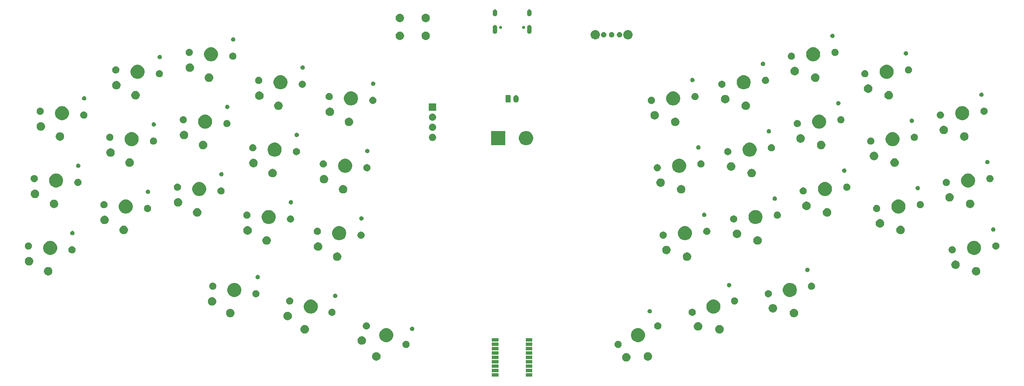
<source format=gbs>
G04 #@! TF.GenerationSoftware,KiCad,Pcbnew,(5.1.4-0)*
G04 #@! TF.CreationDate,2021-02-22T17:12:31+11:00*
G04 #@! TF.ProjectId,ahokore,61686f6b-6f72-4652-9e6b-696361645f70,rev?*
G04 #@! TF.SameCoordinates,Original*
G04 #@! TF.FileFunction,Soldermask,Bot*
G04 #@! TF.FilePolarity,Negative*
%FSLAX46Y46*%
G04 Gerber Fmt 4.6, Leading zero omitted, Abs format (unit mm)*
G04 Created by KiCad (PCBNEW (5.1.4-0)) date 2021-02-22 17:12:31*
%MOMM*%
%LPD*%
G04 APERTURE LIST*
%ADD10C,0.200000*%
G04 APERTURE END LIST*
D10*
G36*
X135063000Y-93901000D02*
G01*
X133437000Y-93901000D01*
X133437000Y-93099000D01*
X135063000Y-93099000D01*
X135063000Y-93901000D01*
X135063000Y-93901000D01*
G37*
G36*
X126563000Y-93901000D02*
G01*
X124937000Y-93901000D01*
X124937000Y-93099000D01*
X126563000Y-93099000D01*
X126563000Y-93901000D01*
X126563000Y-93901000D01*
G37*
G36*
X135063000Y-92801000D02*
G01*
X133437000Y-92801000D01*
X133437000Y-91999000D01*
X135063000Y-91999000D01*
X135063000Y-92801000D01*
X135063000Y-92801000D01*
G37*
G36*
X126563000Y-92801000D02*
G01*
X124937000Y-92801000D01*
X124937000Y-91999000D01*
X126563000Y-91999000D01*
X126563000Y-92801000D01*
X126563000Y-92801000D01*
G37*
G36*
X135063000Y-91701000D02*
G01*
X133437000Y-91701000D01*
X133437000Y-90899000D01*
X135063000Y-90899000D01*
X135063000Y-91701000D01*
X135063000Y-91701000D01*
G37*
G36*
X126563000Y-91701000D02*
G01*
X124937000Y-91701000D01*
X124937000Y-90899000D01*
X126563000Y-90899000D01*
X126563000Y-91701000D01*
X126563000Y-91701000D01*
G37*
G36*
X135063000Y-90601000D02*
G01*
X133437000Y-90601000D01*
X133437000Y-89799000D01*
X135063000Y-89799000D01*
X135063000Y-90601000D01*
X135063000Y-90601000D01*
G37*
G36*
X126563000Y-90601000D02*
G01*
X124937000Y-90601000D01*
X124937000Y-89799000D01*
X126563000Y-89799000D01*
X126563000Y-90601000D01*
X126563000Y-90601000D01*
G37*
G36*
X159001501Y-88059162D02*
G01*
X159195682Y-88139595D01*
X159195684Y-88139596D01*
X159370443Y-88256366D01*
X159519063Y-88404986D01*
X159625367Y-88564082D01*
X159635834Y-88579747D01*
X159716267Y-88773928D01*
X159757270Y-88980067D01*
X159757270Y-89190251D01*
X159716267Y-89396390D01*
X159650367Y-89555486D01*
X159635833Y-89590573D01*
X159519063Y-89765332D01*
X159370443Y-89913952D01*
X159195684Y-90030722D01*
X159195683Y-90030723D01*
X159195682Y-90030723D01*
X159001501Y-90111156D01*
X158795362Y-90152159D01*
X158585178Y-90152159D01*
X158379039Y-90111156D01*
X158184858Y-90030723D01*
X158184857Y-90030723D01*
X158184856Y-90030722D01*
X158010097Y-89913952D01*
X157861477Y-89765332D01*
X157744707Y-89590573D01*
X157730173Y-89555486D01*
X157664273Y-89396390D01*
X157623270Y-89190251D01*
X157623270Y-88980067D01*
X157664273Y-88773928D01*
X157744706Y-88579747D01*
X157755173Y-88564082D01*
X157861477Y-88404986D01*
X158010097Y-88256366D01*
X158184856Y-88139596D01*
X158184858Y-88139595D01*
X158379039Y-88059162D01*
X158585178Y-88018159D01*
X158795362Y-88018159D01*
X159001501Y-88059162D01*
X159001501Y-88059162D01*
G37*
G36*
X96201923Y-87849317D02*
G01*
X96396104Y-87929750D01*
X96396106Y-87929751D01*
X96570865Y-88046521D01*
X96719485Y-88195141D01*
X96760394Y-88256366D01*
X96836256Y-88369902D01*
X96916689Y-88564083D01*
X96957692Y-88770222D01*
X96957692Y-88980406D01*
X96916689Y-89186545D01*
X96836256Y-89380726D01*
X96836255Y-89380728D01*
X96719485Y-89555487D01*
X96570865Y-89704107D01*
X96396106Y-89820877D01*
X96396105Y-89820878D01*
X96396104Y-89820878D01*
X96201923Y-89901311D01*
X95995784Y-89942314D01*
X95785600Y-89942314D01*
X95579461Y-89901311D01*
X95385280Y-89820878D01*
X95385279Y-89820878D01*
X95385278Y-89820877D01*
X95210519Y-89704107D01*
X95061899Y-89555487D01*
X94945129Y-89380728D01*
X94945128Y-89380726D01*
X94864695Y-89186545D01*
X94823692Y-88980406D01*
X94823692Y-88770222D01*
X94864695Y-88564083D01*
X94945128Y-88369902D01*
X95020990Y-88256366D01*
X95061899Y-88195141D01*
X95210519Y-88046521D01*
X95385278Y-87929751D01*
X95385280Y-87929750D01*
X95579461Y-87849317D01*
X95785600Y-87808314D01*
X95995784Y-87808314D01*
X96201923Y-87849317D01*
X96201923Y-87849317D01*
G37*
G36*
X164420539Y-87849317D02*
G01*
X164614720Y-87929750D01*
X164614722Y-87929751D01*
X164789481Y-88046521D01*
X164938101Y-88195141D01*
X164979010Y-88256366D01*
X165054872Y-88369902D01*
X165135305Y-88564083D01*
X165176308Y-88770222D01*
X165176308Y-88980406D01*
X165135305Y-89186545D01*
X165054872Y-89380726D01*
X165054871Y-89380728D01*
X164938101Y-89555487D01*
X164789481Y-89704107D01*
X164614722Y-89820877D01*
X164614721Y-89820878D01*
X164614720Y-89820878D01*
X164420539Y-89901311D01*
X164214400Y-89942314D01*
X164004216Y-89942314D01*
X163798077Y-89901311D01*
X163603896Y-89820878D01*
X163603895Y-89820878D01*
X163603894Y-89820877D01*
X163429135Y-89704107D01*
X163280515Y-89555487D01*
X163163745Y-89380728D01*
X163163744Y-89380726D01*
X163083311Y-89186545D01*
X163042308Y-88980406D01*
X163042308Y-88770222D01*
X163083311Y-88564083D01*
X163163744Y-88369902D01*
X163239606Y-88256366D01*
X163280515Y-88195141D01*
X163429135Y-88046521D01*
X163603894Y-87929751D01*
X163603896Y-87929750D01*
X163798077Y-87849317D01*
X164004216Y-87808314D01*
X164214400Y-87808314D01*
X164420539Y-87849317D01*
X164420539Y-87849317D01*
G37*
G36*
X126563000Y-89501000D02*
G01*
X124937000Y-89501000D01*
X124937000Y-88699000D01*
X126563000Y-88699000D01*
X126563000Y-89501000D01*
X126563000Y-89501000D01*
G37*
G36*
X135063000Y-89501000D02*
G01*
X133437000Y-89501000D01*
X133437000Y-88699000D01*
X135063000Y-88699000D01*
X135063000Y-89501000D01*
X135063000Y-89501000D01*
G37*
G36*
X126563000Y-88401000D02*
G01*
X124937000Y-88401000D01*
X124937000Y-87599000D01*
X126563000Y-87599000D01*
X126563000Y-88401000D01*
X126563000Y-88401000D01*
G37*
G36*
X135063000Y-88401000D02*
G01*
X133437000Y-88401000D01*
X133437000Y-87599000D01*
X135063000Y-87599000D01*
X135063000Y-88401000D01*
X135063000Y-88401000D01*
G37*
G36*
X126563000Y-87301000D02*
G01*
X124937000Y-87301000D01*
X124937000Y-86499000D01*
X126563000Y-86499000D01*
X126563000Y-87301000D01*
X126563000Y-87301000D01*
G37*
G36*
X135063000Y-87301000D02*
G01*
X133437000Y-87301000D01*
X133437000Y-86499000D01*
X135063000Y-86499000D01*
X135063000Y-87301000D01*
X135063000Y-87301000D01*
G37*
G36*
X156787706Y-84964066D02*
G01*
X156894242Y-84985257D01*
X157003665Y-85030582D01*
X157058378Y-85053245D01*
X157205100Y-85151281D01*
X157206095Y-85151946D01*
X157331719Y-85277570D01*
X157331721Y-85277573D01*
X157430420Y-85425287D01*
X157430420Y-85425288D01*
X157498408Y-85589423D01*
X157533067Y-85763669D01*
X157533067Y-85941327D01*
X157498408Y-86115573D01*
X157463022Y-86201000D01*
X157430420Y-86279709D01*
X157332384Y-86426431D01*
X157331719Y-86427426D01*
X157206095Y-86553050D01*
X157206092Y-86553052D01*
X157058378Y-86651751D01*
X157003665Y-86674414D01*
X156894242Y-86719739D01*
X156807119Y-86737068D01*
X156719998Y-86754398D01*
X156542336Y-86754398D01*
X156455215Y-86737068D01*
X156368092Y-86719739D01*
X156258669Y-86674414D01*
X156203956Y-86651751D01*
X156056242Y-86553052D01*
X156056239Y-86553050D01*
X155930615Y-86427426D01*
X155929950Y-86426431D01*
X155831914Y-86279709D01*
X155799312Y-86201000D01*
X155763926Y-86115573D01*
X155729267Y-85941327D01*
X155729267Y-85763669D01*
X155763926Y-85589423D01*
X155831914Y-85425288D01*
X155831914Y-85425287D01*
X155930613Y-85277573D01*
X155930615Y-85277570D01*
X156056239Y-85151946D01*
X156057234Y-85151281D01*
X156203956Y-85053245D01*
X156258669Y-85030582D01*
X156368092Y-84985257D01*
X156474628Y-84964066D01*
X156542336Y-84950598D01*
X156719998Y-84950598D01*
X156787706Y-84964066D01*
X156787706Y-84964066D01*
G37*
G36*
X103525372Y-84964066D02*
G01*
X103631908Y-84985257D01*
X103741331Y-85030582D01*
X103796044Y-85053245D01*
X103942766Y-85151281D01*
X103943761Y-85151946D01*
X104069385Y-85277570D01*
X104069387Y-85277573D01*
X104168086Y-85425287D01*
X104168086Y-85425288D01*
X104236074Y-85589423D01*
X104270733Y-85763669D01*
X104270733Y-85941327D01*
X104236074Y-86115573D01*
X104200688Y-86201000D01*
X104168086Y-86279709D01*
X104070050Y-86426431D01*
X104069385Y-86427426D01*
X103943761Y-86553050D01*
X103943758Y-86553052D01*
X103796044Y-86651751D01*
X103741331Y-86674414D01*
X103631908Y-86719739D01*
X103544785Y-86737068D01*
X103457664Y-86754398D01*
X103280002Y-86754398D01*
X103192881Y-86737068D01*
X103105758Y-86719739D01*
X102996335Y-86674414D01*
X102941622Y-86651751D01*
X102793908Y-86553052D01*
X102793905Y-86553050D01*
X102668281Y-86427426D01*
X102667616Y-86426431D01*
X102569580Y-86279709D01*
X102536978Y-86201000D01*
X102501592Y-86115573D01*
X102466933Y-85941327D01*
X102466933Y-85763669D01*
X102501592Y-85589423D01*
X102569580Y-85425288D01*
X102569580Y-85425287D01*
X102668279Y-85277573D01*
X102668281Y-85277570D01*
X102793905Y-85151946D01*
X102794900Y-85151281D01*
X102941622Y-85053245D01*
X102996335Y-85030582D01*
X103105758Y-84985257D01*
X103212294Y-84964066D01*
X103280002Y-84950598D01*
X103457664Y-84950598D01*
X103525372Y-84964066D01*
X103525372Y-84964066D01*
G37*
G36*
X135063000Y-86201000D02*
G01*
X133437000Y-86201000D01*
X133437000Y-85399000D01*
X135063000Y-85399000D01*
X135063000Y-86201000D01*
X135063000Y-86201000D01*
G37*
G36*
X126563000Y-86201000D02*
G01*
X124937000Y-86201000D01*
X124937000Y-85399000D01*
X126563000Y-85399000D01*
X126563000Y-86201000D01*
X126563000Y-86201000D01*
G37*
G36*
X92557883Y-83832979D02*
G01*
X92752064Y-83913412D01*
X92752066Y-83913413D01*
X92926825Y-84030183D01*
X93075445Y-84178803D01*
X93192215Y-84353562D01*
X93192216Y-84353564D01*
X93272649Y-84547745D01*
X93313652Y-84753884D01*
X93313652Y-84964068D01*
X93272649Y-85170207D01*
X93228177Y-85277570D01*
X93192215Y-85364390D01*
X93075445Y-85539149D01*
X92926825Y-85687769D01*
X92752066Y-85804539D01*
X92752065Y-85804540D01*
X92752064Y-85804540D01*
X92557883Y-85884973D01*
X92351744Y-85925976D01*
X92141560Y-85925976D01*
X91935421Y-85884973D01*
X91741240Y-85804540D01*
X91741239Y-85804540D01*
X91741238Y-85804539D01*
X91566479Y-85687769D01*
X91417859Y-85539149D01*
X91301089Y-85364390D01*
X91265127Y-85277570D01*
X91220655Y-85170207D01*
X91179652Y-84964068D01*
X91179652Y-84753884D01*
X91220655Y-84547745D01*
X91301088Y-84353564D01*
X91301089Y-84353562D01*
X91417859Y-84178803D01*
X91566479Y-84030183D01*
X91741238Y-83913413D01*
X91741240Y-83913412D01*
X91935421Y-83832979D01*
X92141560Y-83791976D01*
X92351744Y-83791976D01*
X92557883Y-83832979D01*
X92557883Y-83832979D01*
G37*
G36*
X162130836Y-81830445D02*
G01*
X162403441Y-81943362D01*
X162452138Y-81963533D01*
X162736506Y-82153542D01*
X162741300Y-82156745D01*
X162987213Y-82402658D01*
X163180426Y-82691822D01*
X163313513Y-83013122D01*
X163381360Y-83354210D01*
X163381360Y-83701986D01*
X163313513Y-84043074D01*
X163180426Y-84364374D01*
X163180425Y-84364376D01*
X162987213Y-84653538D01*
X162741300Y-84899451D01*
X162452138Y-85092663D01*
X162452137Y-85092664D01*
X162452136Y-85092664D01*
X162130836Y-85225751D01*
X161789748Y-85293598D01*
X161441972Y-85293598D01*
X161100884Y-85225751D01*
X160779584Y-85092664D01*
X160779583Y-85092664D01*
X160779582Y-85092663D01*
X160490420Y-84899451D01*
X160244507Y-84653538D01*
X160051295Y-84364376D01*
X160051294Y-84364374D01*
X159918207Y-84043074D01*
X159850360Y-83701986D01*
X159850360Y-83354210D01*
X159918207Y-83013122D01*
X160051294Y-82691822D01*
X160244507Y-82402658D01*
X160490420Y-82156745D01*
X160495214Y-82153542D01*
X160779582Y-81963533D01*
X160828279Y-81943362D01*
X161100884Y-81830445D01*
X161441972Y-81762598D01*
X161789748Y-81762598D01*
X162130836Y-81830445D01*
X162130836Y-81830445D01*
G37*
G36*
X98899116Y-81830445D02*
G01*
X99171721Y-81943362D01*
X99220418Y-81963533D01*
X99504786Y-82153542D01*
X99509580Y-82156745D01*
X99755493Y-82402658D01*
X99948706Y-82691822D01*
X100081793Y-83013122D01*
X100149640Y-83354210D01*
X100149640Y-83701986D01*
X100081793Y-84043074D01*
X99948706Y-84364374D01*
X99948705Y-84364376D01*
X99755493Y-84653538D01*
X99509580Y-84899451D01*
X99220418Y-85092663D01*
X99220417Y-85092664D01*
X99220416Y-85092664D01*
X98899116Y-85225751D01*
X98558028Y-85293598D01*
X98210252Y-85293598D01*
X97869164Y-85225751D01*
X97547864Y-85092664D01*
X97547863Y-85092664D01*
X97547862Y-85092663D01*
X97258700Y-84899451D01*
X97012787Y-84653538D01*
X96819575Y-84364376D01*
X96819574Y-84364374D01*
X96686487Y-84043074D01*
X96618640Y-83701986D01*
X96618640Y-83354210D01*
X96686487Y-83013122D01*
X96819574Y-82691822D01*
X97012787Y-82402658D01*
X97258700Y-82156745D01*
X97263494Y-82153542D01*
X97547862Y-81963533D01*
X97596559Y-81943362D01*
X97869164Y-81830445D01*
X98210252Y-81762598D01*
X98558028Y-81762598D01*
X98899116Y-81830445D01*
X98899116Y-81830445D01*
G37*
G36*
X135063000Y-85101000D02*
G01*
X133437000Y-85101000D01*
X133437000Y-84299000D01*
X135063000Y-84299000D01*
X135063000Y-85101000D01*
X135063000Y-85101000D01*
G37*
G36*
X126563000Y-85101000D02*
G01*
X124937000Y-85101000D01*
X124937000Y-84299000D01*
X126563000Y-84299000D01*
X126563000Y-85101000D01*
X126563000Y-85101000D01*
G37*
G36*
X78221899Y-81022455D02*
G01*
X78416080Y-81102888D01*
X78416082Y-81102889D01*
X78590841Y-81219659D01*
X78739461Y-81368279D01*
X78856231Y-81543038D01*
X78856232Y-81543040D01*
X78936665Y-81737221D01*
X78977668Y-81943360D01*
X78977668Y-82153544D01*
X78936665Y-82359683D01*
X78915078Y-82411798D01*
X78856231Y-82553866D01*
X78739461Y-82728625D01*
X78590841Y-82877245D01*
X78416082Y-82994015D01*
X78416081Y-82994016D01*
X78416080Y-82994016D01*
X78221899Y-83074449D01*
X78015760Y-83115452D01*
X77805576Y-83115452D01*
X77599437Y-83074449D01*
X77405256Y-82994016D01*
X77405255Y-82994016D01*
X77405254Y-82994015D01*
X77230495Y-82877245D01*
X77081875Y-82728625D01*
X76965105Y-82553866D01*
X76906258Y-82411798D01*
X76884671Y-82359683D01*
X76843668Y-82153544D01*
X76843668Y-81943360D01*
X76884671Y-81737221D01*
X76965104Y-81543040D01*
X76965105Y-81543038D01*
X77081875Y-81368279D01*
X77230495Y-81219659D01*
X77405254Y-81102889D01*
X77405256Y-81102888D01*
X77599437Y-81022455D01*
X77805576Y-80981452D01*
X78015760Y-80981452D01*
X78221899Y-81022455D01*
X78221899Y-81022455D01*
G37*
G36*
X182400563Y-81022455D02*
G01*
X182594744Y-81102888D01*
X182594746Y-81102889D01*
X182769505Y-81219659D01*
X182918125Y-81368279D01*
X183034895Y-81543038D01*
X183034896Y-81543040D01*
X183115329Y-81737221D01*
X183156332Y-81943360D01*
X183156332Y-82153544D01*
X183115329Y-82359683D01*
X183093742Y-82411798D01*
X183034895Y-82553866D01*
X182918125Y-82728625D01*
X182769505Y-82877245D01*
X182594746Y-82994015D01*
X182594745Y-82994016D01*
X182594744Y-82994016D01*
X182400563Y-83074449D01*
X182194424Y-83115452D01*
X181984240Y-83115452D01*
X181778101Y-83074449D01*
X181583920Y-82994016D01*
X181583919Y-82994016D01*
X181583918Y-82994015D01*
X181409159Y-82877245D01*
X181260539Y-82728625D01*
X181143769Y-82553866D01*
X181084922Y-82411798D01*
X181063335Y-82359683D01*
X181022332Y-82153544D01*
X181022332Y-81943360D01*
X181063335Y-81737221D01*
X181143768Y-81543040D01*
X181143769Y-81543038D01*
X181260539Y-81368279D01*
X181409159Y-81219659D01*
X181583918Y-81102889D01*
X181583920Y-81102888D01*
X181778101Y-81022455D01*
X181984240Y-80981452D01*
X182194424Y-80981452D01*
X182400563Y-81022455D01*
X182400563Y-81022455D01*
G37*
G36*
X104996641Y-81391870D02*
G01*
X105049413Y-81402367D01*
X105148833Y-81443548D01*
X105238309Y-81503334D01*
X105314402Y-81579427D01*
X105374188Y-81668903D01*
X105415369Y-81768323D01*
X105436363Y-81873867D01*
X105436363Y-81981479D01*
X105415369Y-82087023D01*
X105374188Y-82186443D01*
X105314402Y-82275919D01*
X105238309Y-82352012D01*
X105148833Y-82411798D01*
X105049413Y-82452979D01*
X104996641Y-82463476D01*
X104943870Y-82473973D01*
X104836256Y-82473973D01*
X104783485Y-82463476D01*
X104730713Y-82452979D01*
X104631293Y-82411798D01*
X104541817Y-82352012D01*
X104465724Y-82275919D01*
X104405938Y-82186443D01*
X104364757Y-82087023D01*
X104343763Y-81981479D01*
X104343763Y-81873867D01*
X104364757Y-81768323D01*
X104405938Y-81668903D01*
X104465724Y-81579427D01*
X104541817Y-81503334D01*
X104631293Y-81443548D01*
X104730713Y-81402367D01*
X104783485Y-81391870D01*
X104836256Y-81381373D01*
X104943870Y-81381373D01*
X104996641Y-81391870D01*
X104996641Y-81391870D01*
G37*
G36*
X177027414Y-80288106D02*
G01*
X177221595Y-80368539D01*
X177221597Y-80368540D01*
X177396356Y-80485310D01*
X177544976Y-80633930D01*
X177640229Y-80776487D01*
X177661747Y-80808691D01*
X177742180Y-81002872D01*
X177783183Y-81209011D01*
X177783183Y-81419195D01*
X177742180Y-81625334D01*
X177682951Y-81768324D01*
X177661746Y-81819517D01*
X177544976Y-81994276D01*
X177396356Y-82142896D01*
X177221597Y-82259666D01*
X177221596Y-82259667D01*
X177221595Y-82259667D01*
X177027414Y-82340100D01*
X176821275Y-82381103D01*
X176611091Y-82381103D01*
X176404952Y-82340100D01*
X176210771Y-82259667D01*
X176210770Y-82259667D01*
X176210769Y-82259666D01*
X176036010Y-82142896D01*
X175887390Y-81994276D01*
X175770620Y-81819517D01*
X175749415Y-81768324D01*
X175690186Y-81625334D01*
X175649183Y-81419195D01*
X175649183Y-81209011D01*
X175690186Y-81002872D01*
X175770619Y-80808691D01*
X175792137Y-80776487D01*
X175887390Y-80633930D01*
X176036010Y-80485310D01*
X176210769Y-80368540D01*
X176210771Y-80368539D01*
X176404952Y-80288106D01*
X176611091Y-80247103D01*
X176821275Y-80247103D01*
X177027414Y-80288106D01*
X177027414Y-80288106D01*
G37*
G36*
X93575399Y-80319127D02*
G01*
X93662522Y-80336457D01*
X93771945Y-80381782D01*
X93826658Y-80404445D01*
X93947681Y-80485310D01*
X93974375Y-80503146D01*
X94099999Y-80628770D01*
X94100001Y-80628773D01*
X94198700Y-80776487D01*
X94198700Y-80776488D01*
X94266688Y-80940623D01*
X94301347Y-81114869D01*
X94301347Y-81292527D01*
X94266688Y-81466773D01*
X94221363Y-81576196D01*
X94198700Y-81630909D01*
X94106883Y-81768323D01*
X94099999Y-81778626D01*
X93974375Y-81904250D01*
X93974372Y-81904252D01*
X93826658Y-82002951D01*
X93771945Y-82025614D01*
X93662522Y-82070939D01*
X93581666Y-82087022D01*
X93488278Y-82105598D01*
X93310616Y-82105598D01*
X93217228Y-82087022D01*
X93136372Y-82070939D01*
X93026949Y-82025614D01*
X92972236Y-82002951D01*
X92824522Y-81904252D01*
X92824519Y-81904250D01*
X92698895Y-81778626D01*
X92692011Y-81768323D01*
X92600194Y-81630909D01*
X92577531Y-81576196D01*
X92532206Y-81466773D01*
X92497547Y-81292527D01*
X92497547Y-81114869D01*
X92532206Y-80940623D01*
X92600194Y-80776488D01*
X92600194Y-80776487D01*
X92698893Y-80628773D01*
X92698895Y-80628770D01*
X92824519Y-80503146D01*
X92851213Y-80485310D01*
X92972236Y-80404445D01*
X93026949Y-80381782D01*
X93136372Y-80336457D01*
X93223495Y-80319127D01*
X93310616Y-80301798D01*
X93488278Y-80301798D01*
X93575399Y-80319127D01*
X93575399Y-80319127D01*
G37*
G36*
X166776505Y-80319127D02*
G01*
X166863628Y-80336457D01*
X166973051Y-80381782D01*
X167027764Y-80404445D01*
X167148787Y-80485310D01*
X167175481Y-80503146D01*
X167301105Y-80628770D01*
X167301107Y-80628773D01*
X167399806Y-80776487D01*
X167399806Y-80776488D01*
X167467794Y-80940623D01*
X167502453Y-81114869D01*
X167502453Y-81292527D01*
X167467794Y-81466773D01*
X167422469Y-81576196D01*
X167399806Y-81630909D01*
X167307989Y-81768323D01*
X167301105Y-81778626D01*
X167175481Y-81904250D01*
X167175478Y-81904252D01*
X167027764Y-82002951D01*
X166973051Y-82025614D01*
X166863628Y-82070939D01*
X166782772Y-82087022D01*
X166689384Y-82105598D01*
X166511722Y-82105598D01*
X166418334Y-82087022D01*
X166337478Y-82070939D01*
X166228055Y-82025614D01*
X166173342Y-82002951D01*
X166025628Y-81904252D01*
X166025625Y-81904250D01*
X165900001Y-81778626D01*
X165893117Y-81768323D01*
X165801300Y-81630909D01*
X165778637Y-81576196D01*
X165733312Y-81466773D01*
X165698653Y-81292527D01*
X165698653Y-81114869D01*
X165733312Y-80940623D01*
X165801300Y-80776488D01*
X165801300Y-80776487D01*
X165899999Y-80628773D01*
X165900001Y-80628770D01*
X166025625Y-80503146D01*
X166052319Y-80485310D01*
X166173342Y-80404445D01*
X166228055Y-80381782D01*
X166337478Y-80336457D01*
X166424601Y-80319127D01*
X166511722Y-80301798D01*
X166689384Y-80301798D01*
X166776505Y-80319127D01*
X166776505Y-80319127D01*
G37*
G36*
X73935789Y-77699916D02*
G01*
X74115388Y-77774309D01*
X74129972Y-77780350D01*
X74304731Y-77897120D01*
X74453351Y-78045740D01*
X74570121Y-78220499D01*
X74570122Y-78220501D01*
X74650555Y-78414682D01*
X74691558Y-78620821D01*
X74691558Y-78831005D01*
X74650555Y-79037144D01*
X74570122Y-79231325D01*
X74570121Y-79231327D01*
X74453351Y-79406086D01*
X74304731Y-79554706D01*
X74129972Y-79671476D01*
X74129971Y-79671477D01*
X74129970Y-79671477D01*
X73935789Y-79751910D01*
X73729650Y-79792913D01*
X73519466Y-79792913D01*
X73313327Y-79751910D01*
X73119146Y-79671477D01*
X73119145Y-79671477D01*
X73119144Y-79671476D01*
X72944385Y-79554706D01*
X72795765Y-79406086D01*
X72678995Y-79231327D01*
X72678994Y-79231325D01*
X72598561Y-79037144D01*
X72557558Y-78831005D01*
X72557558Y-78620821D01*
X72598561Y-78414682D01*
X72678994Y-78220501D01*
X72678995Y-78220499D01*
X72795765Y-78045740D01*
X72944385Y-77897120D01*
X73119144Y-77780350D01*
X73133728Y-77774309D01*
X73313327Y-77699916D01*
X73519466Y-77658913D01*
X73729650Y-77658913D01*
X73935789Y-77699916D01*
X73935789Y-77699916D01*
G37*
G36*
X201105962Y-76943836D02*
G01*
X201300143Y-77024269D01*
X201300145Y-77024270D01*
X201474904Y-77141040D01*
X201623524Y-77289660D01*
X201740293Y-77464418D01*
X201740295Y-77464421D01*
X201820728Y-77658602D01*
X201861731Y-77864741D01*
X201861731Y-78074925D01*
X201820728Y-78281064D01*
X201740295Y-78475244D01*
X201740294Y-78475247D01*
X201623524Y-78650006D01*
X201474904Y-78798626D01*
X201300145Y-78915396D01*
X201300144Y-78915397D01*
X201300143Y-78915397D01*
X201105962Y-78995830D01*
X200899823Y-79036833D01*
X200689639Y-79036833D01*
X200483500Y-78995830D01*
X200289319Y-78915397D01*
X200289318Y-78915397D01*
X200289317Y-78915396D01*
X200114558Y-78798626D01*
X199965938Y-78650006D01*
X199849168Y-78475247D01*
X199849167Y-78475244D01*
X199768734Y-78281064D01*
X199727731Y-78074925D01*
X199727731Y-77864741D01*
X199768734Y-77658602D01*
X199849167Y-77464421D01*
X199849169Y-77464418D01*
X199965938Y-77289660D01*
X200114558Y-77141040D01*
X200289317Y-77024270D01*
X200289319Y-77024269D01*
X200483500Y-76943836D01*
X200689639Y-76902833D01*
X200899823Y-76902833D01*
X201105962Y-76943836D01*
X201105962Y-76943836D01*
G37*
G36*
X59516500Y-76943835D02*
G01*
X59628511Y-76990232D01*
X59710683Y-77024269D01*
X59885442Y-77141039D01*
X60034062Y-77289659D01*
X60149037Y-77461732D01*
X60150833Y-77464420D01*
X60231266Y-77658601D01*
X60272269Y-77864740D01*
X60272269Y-78074924D01*
X60231266Y-78281063D01*
X60151536Y-78473547D01*
X60150832Y-78475246D01*
X60034062Y-78650005D01*
X59885442Y-78798625D01*
X59710683Y-78915395D01*
X59710682Y-78915396D01*
X59710681Y-78915396D01*
X59516500Y-78995829D01*
X59310361Y-79036832D01*
X59100177Y-79036832D01*
X58894038Y-78995829D01*
X58699857Y-78915396D01*
X58699856Y-78915396D01*
X58699855Y-78915395D01*
X58525096Y-78798625D01*
X58376476Y-78650005D01*
X58259706Y-78475246D01*
X58259002Y-78473547D01*
X58179272Y-78281063D01*
X58138269Y-78074924D01*
X58138269Y-77864740D01*
X58179272Y-77658601D01*
X58259705Y-77464420D01*
X58261501Y-77461732D01*
X58376476Y-77289659D01*
X58525096Y-77141039D01*
X58699855Y-77024269D01*
X58782027Y-76990232D01*
X58894038Y-76943835D01*
X59100177Y-76902832D01*
X59310361Y-76902832D01*
X59516500Y-76943835D01*
X59516500Y-76943835D01*
G37*
G36*
X84926244Y-76888424D02*
G01*
X85013367Y-76905754D01*
X85105306Y-76943837D01*
X85177503Y-76973742D01*
X85324225Y-77071778D01*
X85325220Y-77072443D01*
X85450844Y-77198067D01*
X85450846Y-77198070D01*
X85549545Y-77345784D01*
X85549545Y-77345785D01*
X85617533Y-77509920D01*
X85617533Y-77509922D01*
X85652192Y-77684164D01*
X85652192Y-77861826D01*
X85641803Y-77914055D01*
X85617533Y-78036070D01*
X85601438Y-78074925D01*
X85549545Y-78200206D01*
X85495517Y-78281065D01*
X85450844Y-78347923D01*
X85325220Y-78473547D01*
X85325217Y-78473549D01*
X85177503Y-78572248D01*
X85122790Y-78594911D01*
X85013367Y-78640236D01*
X84926244Y-78657565D01*
X84839123Y-78674895D01*
X84661461Y-78674895D01*
X84574340Y-78657565D01*
X84487217Y-78640236D01*
X84377794Y-78594911D01*
X84323081Y-78572248D01*
X84175367Y-78473549D01*
X84175364Y-78473547D01*
X84049740Y-78347923D01*
X84005067Y-78281065D01*
X83951039Y-78200206D01*
X83899146Y-78074925D01*
X83883051Y-78036070D01*
X83858781Y-77914055D01*
X83848392Y-77861826D01*
X83848392Y-77684164D01*
X83883051Y-77509922D01*
X83883051Y-77509920D01*
X83951039Y-77345785D01*
X83951039Y-77345784D01*
X84049738Y-77198070D01*
X84049740Y-77198067D01*
X84175364Y-77072443D01*
X84176359Y-77071778D01*
X84323081Y-76973742D01*
X84395278Y-76943837D01*
X84487217Y-76905754D01*
X84574340Y-76888424D01*
X84661461Y-76871095D01*
X84839123Y-76871095D01*
X84926244Y-76888424D01*
X84926244Y-76888424D01*
G37*
G36*
X175425660Y-76888424D02*
G01*
X175512783Y-76905754D01*
X175604722Y-76943837D01*
X175676919Y-76973742D01*
X175823641Y-77071778D01*
X175824636Y-77072443D01*
X175950260Y-77198067D01*
X175950262Y-77198070D01*
X176048961Y-77345784D01*
X176048961Y-77345785D01*
X176116949Y-77509920D01*
X176116949Y-77509922D01*
X176151608Y-77684164D01*
X176151608Y-77861826D01*
X176141219Y-77914055D01*
X176116949Y-78036070D01*
X176100854Y-78074925D01*
X176048961Y-78200206D01*
X175994933Y-78281065D01*
X175950260Y-78347923D01*
X175824636Y-78473547D01*
X175824633Y-78473549D01*
X175676919Y-78572248D01*
X175622206Y-78594911D01*
X175512783Y-78640236D01*
X175425660Y-78657565D01*
X175338539Y-78674895D01*
X175160877Y-78674895D01*
X175073756Y-78657565D01*
X174986633Y-78640236D01*
X174877210Y-78594911D01*
X174822497Y-78572248D01*
X174674783Y-78473549D01*
X174674780Y-78473547D01*
X174549156Y-78347923D01*
X174504483Y-78281065D01*
X174450455Y-78200206D01*
X174398562Y-78074925D01*
X174382467Y-78036070D01*
X174358197Y-77914055D01*
X174347808Y-77861826D01*
X174347808Y-77684164D01*
X174382467Y-77509922D01*
X174382467Y-77509920D01*
X174450455Y-77345785D01*
X174450455Y-77345784D01*
X174549154Y-77198070D01*
X174549156Y-77198067D01*
X174674780Y-77072443D01*
X174675775Y-77071778D01*
X174822497Y-76973742D01*
X174894694Y-76943837D01*
X174986633Y-76905754D01*
X175073756Y-76888424D01*
X175160877Y-76871095D01*
X175338539Y-76871095D01*
X175425660Y-76888424D01*
X175425660Y-76888424D01*
G37*
G36*
X79952676Y-74651837D02*
G01*
X80273976Y-74784924D01*
X80273978Y-74784925D01*
X80352144Y-74837154D01*
X80563140Y-74978137D01*
X80809053Y-75224050D01*
X81002266Y-75513214D01*
X81135353Y-75834514D01*
X81203200Y-76175602D01*
X81203200Y-76523378D01*
X81135353Y-76864466D01*
X81020792Y-77141040D01*
X81002265Y-77185768D01*
X80809053Y-77474930D01*
X80563140Y-77720843D01*
X80273978Y-77914055D01*
X80273977Y-77914056D01*
X80273976Y-77914056D01*
X79952676Y-78047143D01*
X79611588Y-78114990D01*
X79263812Y-78114990D01*
X78922724Y-78047143D01*
X78601424Y-77914056D01*
X78601423Y-77914056D01*
X78601422Y-77914055D01*
X78312260Y-77720843D01*
X78066347Y-77474930D01*
X77873135Y-77185768D01*
X77854608Y-77141040D01*
X77740047Y-76864466D01*
X77672200Y-76523378D01*
X77672200Y-76175602D01*
X77740047Y-75834514D01*
X77873134Y-75513214D01*
X78066347Y-75224050D01*
X78312260Y-74978137D01*
X78523256Y-74837154D01*
X78601422Y-74784925D01*
X78601424Y-74784924D01*
X78922724Y-74651837D01*
X79263812Y-74583990D01*
X79611588Y-74583990D01*
X79952676Y-74651837D01*
X79952676Y-74651837D01*
G37*
G36*
X181077276Y-74651837D02*
G01*
X181398576Y-74784924D01*
X181398578Y-74784925D01*
X181476744Y-74837154D01*
X181687740Y-74978137D01*
X181933653Y-75224050D01*
X182126866Y-75513214D01*
X182259953Y-75834514D01*
X182327800Y-76175602D01*
X182327800Y-76523378D01*
X182259953Y-76864466D01*
X182145392Y-77141040D01*
X182126865Y-77185768D01*
X181933653Y-77474930D01*
X181687740Y-77720843D01*
X181398578Y-77914055D01*
X181398577Y-77914056D01*
X181398576Y-77914056D01*
X181077276Y-78047143D01*
X180736188Y-78114990D01*
X180388412Y-78114990D01*
X180047324Y-78047143D01*
X179726024Y-77914056D01*
X179726023Y-77914056D01*
X179726022Y-77914055D01*
X179436860Y-77720843D01*
X179190947Y-77474930D01*
X178997735Y-77185768D01*
X178979208Y-77141040D01*
X178864647Y-76864466D01*
X178796800Y-76523378D01*
X178796800Y-76175602D01*
X178864647Y-75834514D01*
X178997734Y-75513214D01*
X179190947Y-75224050D01*
X179436860Y-74978137D01*
X179647856Y-74837154D01*
X179726022Y-74784925D01*
X179726024Y-74784924D01*
X180047324Y-74651837D01*
X180388412Y-74583990D01*
X180736188Y-74583990D01*
X181077276Y-74651837D01*
X181077276Y-74651837D01*
G37*
G36*
X164678368Y-76979735D02*
G01*
X164731140Y-76990232D01*
X164830560Y-77031413D01*
X164920036Y-77091199D01*
X164996129Y-77167292D01*
X165055915Y-77256768D01*
X165097096Y-77356188D01*
X165118090Y-77461732D01*
X165118090Y-77569344D01*
X165097096Y-77674888D01*
X165055915Y-77774308D01*
X164996129Y-77863784D01*
X164920036Y-77939877D01*
X164830560Y-77999663D01*
X164731140Y-78040844D01*
X164678368Y-78051341D01*
X164625597Y-78061838D01*
X164517983Y-78061838D01*
X164465212Y-78051341D01*
X164412440Y-78040844D01*
X164313020Y-77999663D01*
X164223544Y-77939877D01*
X164147451Y-77863784D01*
X164087665Y-77774308D01*
X164046484Y-77674888D01*
X164025490Y-77569344D01*
X164025490Y-77461732D01*
X164046484Y-77356188D01*
X164087665Y-77256768D01*
X164147451Y-77167292D01*
X164223544Y-77091199D01*
X164313020Y-77031413D01*
X164412440Y-76990232D01*
X164465212Y-76979735D01*
X164517983Y-76969238D01*
X164625597Y-76969238D01*
X164678368Y-76979735D01*
X164678368Y-76979735D01*
G37*
G36*
X195817262Y-75743980D02*
G01*
X195936151Y-75793226D01*
X196011445Y-75824414D01*
X196186204Y-75941184D01*
X196334824Y-76089804D01*
X196451594Y-76264563D01*
X196451595Y-76264565D01*
X196532028Y-76458746D01*
X196573031Y-76664885D01*
X196573031Y-76875069D01*
X196532028Y-77081208D01*
X196459308Y-77256768D01*
X196451594Y-77275391D01*
X196334824Y-77450150D01*
X196186204Y-77598770D01*
X196011445Y-77715540D01*
X196011444Y-77715541D01*
X196011443Y-77715541D01*
X195817262Y-77795974D01*
X195611123Y-77836977D01*
X195400939Y-77836977D01*
X195194800Y-77795974D01*
X195000619Y-77715541D01*
X195000618Y-77715541D01*
X195000617Y-77715540D01*
X194825858Y-77598770D01*
X194677238Y-77450150D01*
X194560468Y-77275391D01*
X194552754Y-77256768D01*
X194480034Y-77081208D01*
X194439031Y-76875069D01*
X194439031Y-76664885D01*
X194480034Y-76458746D01*
X194560467Y-76264565D01*
X194560468Y-76264563D01*
X194677238Y-76089804D01*
X194825858Y-75941184D01*
X195000617Y-75824414D01*
X195075911Y-75793226D01*
X195194800Y-75743980D01*
X195400939Y-75702977D01*
X195611123Y-75702977D01*
X195817262Y-75743980D01*
X195817262Y-75743980D01*
G37*
G36*
X54957122Y-74007498D02*
G01*
X55151303Y-74087931D01*
X55151305Y-74087932D01*
X55326064Y-74204702D01*
X55474684Y-74353322D01*
X55571872Y-74498775D01*
X55591455Y-74528083D01*
X55671888Y-74722264D01*
X55712891Y-74928403D01*
X55712891Y-75138587D01*
X55671888Y-75344726D01*
X55602098Y-75513212D01*
X55591454Y-75538909D01*
X55474684Y-75713668D01*
X55326064Y-75862288D01*
X55151305Y-75979058D01*
X55151304Y-75979059D01*
X55151303Y-75979059D01*
X54957122Y-76059492D01*
X54750983Y-76100495D01*
X54540799Y-76100495D01*
X54334660Y-76059492D01*
X54140479Y-75979059D01*
X54140478Y-75979059D01*
X54140477Y-75979058D01*
X53965718Y-75862288D01*
X53817098Y-75713668D01*
X53700328Y-75538909D01*
X53689684Y-75513212D01*
X53619894Y-75344726D01*
X53578891Y-75138587D01*
X53578891Y-74928403D01*
X53619894Y-74722264D01*
X53700327Y-74528083D01*
X53719910Y-74498775D01*
X53817098Y-74353322D01*
X53965718Y-74204702D01*
X54140477Y-74087932D01*
X54140479Y-74087931D01*
X54334660Y-74007498D01*
X54540799Y-73966495D01*
X54750983Y-73966495D01*
X54957122Y-74007498D01*
X54957122Y-74007498D01*
G37*
G36*
X74301060Y-74041415D02*
G01*
X74388183Y-74058744D01*
X74497606Y-74104069D01*
X74552319Y-74126732D01*
X74615492Y-74168943D01*
X74700036Y-74225433D01*
X74825660Y-74351057D01*
X74825662Y-74351060D01*
X74924361Y-74498774D01*
X74924361Y-74498775D01*
X74992349Y-74662910D01*
X75027008Y-74837156D01*
X75027008Y-75014814D01*
X74992349Y-75189060D01*
X74977855Y-75224050D01*
X74924361Y-75353196D01*
X74826325Y-75499918D01*
X74825660Y-75500913D01*
X74700036Y-75626537D01*
X74700033Y-75626539D01*
X74552319Y-75725238D01*
X74507072Y-75743980D01*
X74388183Y-75793226D01*
X74301060Y-75810555D01*
X74213939Y-75827885D01*
X74036277Y-75827885D01*
X73949156Y-75810555D01*
X73862033Y-75793226D01*
X73743144Y-75743980D01*
X73697897Y-75725238D01*
X73550183Y-75626539D01*
X73550180Y-75626537D01*
X73424556Y-75500913D01*
X73423891Y-75499918D01*
X73325855Y-75353196D01*
X73272361Y-75224050D01*
X73257867Y-75189060D01*
X73223208Y-75014814D01*
X73223208Y-74837156D01*
X73257867Y-74662910D01*
X73325855Y-74498775D01*
X73325855Y-74498774D01*
X73424554Y-74351060D01*
X73424556Y-74351057D01*
X73550180Y-74225433D01*
X73634724Y-74168943D01*
X73697897Y-74126732D01*
X73752610Y-74104069D01*
X73862033Y-74058744D01*
X73949156Y-74041415D01*
X74036277Y-74024085D01*
X74213939Y-74024085D01*
X74301060Y-74041415D01*
X74301060Y-74041415D01*
G37*
G36*
X186050844Y-74041415D02*
G01*
X186137967Y-74058744D01*
X186247390Y-74104069D01*
X186302103Y-74126732D01*
X186365276Y-74168943D01*
X186449820Y-74225433D01*
X186575444Y-74351057D01*
X186575446Y-74351060D01*
X186674145Y-74498774D01*
X186674145Y-74498775D01*
X186742133Y-74662910D01*
X186776792Y-74837156D01*
X186776792Y-75014814D01*
X186742133Y-75189060D01*
X186727639Y-75224050D01*
X186674145Y-75353196D01*
X186576109Y-75499918D01*
X186575444Y-75500913D01*
X186449820Y-75626537D01*
X186449817Y-75626539D01*
X186302103Y-75725238D01*
X186256856Y-75743980D01*
X186137967Y-75793226D01*
X186050844Y-75810555D01*
X185963723Y-75827885D01*
X185786061Y-75827885D01*
X185698940Y-75810555D01*
X185611817Y-75793226D01*
X185492928Y-75743980D01*
X185447681Y-75725238D01*
X185299967Y-75626539D01*
X185299964Y-75626537D01*
X185174340Y-75500913D01*
X185173675Y-75499918D01*
X185075639Y-75353196D01*
X185022145Y-75224050D01*
X185007651Y-75189060D01*
X184972992Y-75014814D01*
X184972992Y-74837156D01*
X185007651Y-74662910D01*
X185075639Y-74498775D01*
X185075639Y-74498774D01*
X185174338Y-74351060D01*
X185174340Y-74351057D01*
X185299964Y-74225433D01*
X185384508Y-74168943D01*
X185447681Y-74126732D01*
X185502394Y-74104069D01*
X185611817Y-74058744D01*
X185698940Y-74041415D01*
X185786061Y-74024085D01*
X185963723Y-74024085D01*
X186050844Y-74041415D01*
X186050844Y-74041415D01*
G37*
G36*
X85673451Y-73107834D02*
G01*
X85726223Y-73118331D01*
X85825643Y-73159512D01*
X85915119Y-73219298D01*
X85991212Y-73295391D01*
X86050998Y-73384867D01*
X86092179Y-73484287D01*
X86113173Y-73589831D01*
X86113173Y-73697443D01*
X86092179Y-73802987D01*
X86050998Y-73902407D01*
X85991212Y-73991883D01*
X85915119Y-74067976D01*
X85825643Y-74127762D01*
X85726223Y-74168943D01*
X85673451Y-74179440D01*
X85620680Y-74189937D01*
X85513066Y-74189937D01*
X85460295Y-74179440D01*
X85407523Y-74168943D01*
X85308103Y-74127762D01*
X85218627Y-74067976D01*
X85142534Y-73991883D01*
X85082748Y-73902407D01*
X85041567Y-73802987D01*
X85020573Y-73697443D01*
X85020573Y-73589831D01*
X85041567Y-73484287D01*
X85082748Y-73384867D01*
X85142534Y-73295391D01*
X85218627Y-73219298D01*
X85308103Y-73159512D01*
X85407523Y-73118331D01*
X85460295Y-73107834D01*
X85513066Y-73097337D01*
X85620680Y-73097337D01*
X85673451Y-73107834D01*
X85673451Y-73107834D01*
G37*
G36*
X194529716Y-72229961D02*
G01*
X194616839Y-72247291D01*
X194726262Y-72292616D01*
X194780975Y-72315279D01*
X194927697Y-72413315D01*
X194928692Y-72413980D01*
X195054316Y-72539604D01*
X195054317Y-72539606D01*
X195054318Y-72539607D01*
X195153017Y-72687321D01*
X195153017Y-72687322D01*
X195221005Y-72851457D01*
X195221005Y-72851459D01*
X195255664Y-73025701D01*
X195255664Y-73203363D01*
X195252494Y-73219298D01*
X195221005Y-73377607D01*
X195176816Y-73484287D01*
X195153017Y-73541743D01*
X195054981Y-73688465D01*
X195054316Y-73689460D01*
X194928692Y-73815084D01*
X194928689Y-73815086D01*
X194780975Y-73913785D01*
X194753979Y-73924967D01*
X194616839Y-73981773D01*
X194529716Y-73999103D01*
X194442595Y-74016432D01*
X194264933Y-74016432D01*
X194177812Y-73999103D01*
X194090689Y-73981773D01*
X193953549Y-73924967D01*
X193926553Y-73913785D01*
X193778839Y-73815086D01*
X193778836Y-73815084D01*
X193653212Y-73689460D01*
X193652547Y-73688465D01*
X193554511Y-73541743D01*
X193530712Y-73484287D01*
X193486523Y-73377607D01*
X193455034Y-73219298D01*
X193451864Y-73203363D01*
X193451864Y-73025701D01*
X193486523Y-72851459D01*
X193486523Y-72851457D01*
X193554511Y-72687322D01*
X193554511Y-72687321D01*
X193653210Y-72539607D01*
X193653211Y-72539606D01*
X193653212Y-72539604D01*
X193778836Y-72413980D01*
X193779831Y-72413315D01*
X193926553Y-72315279D01*
X193981266Y-72292616D01*
X194090689Y-72247291D01*
X194177812Y-72229961D01*
X194264933Y-72212632D01*
X194442595Y-72212632D01*
X194529716Y-72229961D01*
X194529716Y-72229961D01*
G37*
G36*
X65822188Y-72229961D02*
G01*
X65909311Y-72247290D01*
X66018734Y-72292615D01*
X66073447Y-72315278D01*
X66220169Y-72413314D01*
X66221164Y-72413979D01*
X66346788Y-72539603D01*
X66346790Y-72539606D01*
X66445489Y-72687320D01*
X66468152Y-72742033D01*
X66513477Y-72851456D01*
X66530807Y-72938579D01*
X66548136Y-73025700D01*
X66548136Y-73203362D01*
X66544966Y-73219298D01*
X66513477Y-73377606D01*
X66510469Y-73384867D01*
X66445489Y-73541742D01*
X66413357Y-73589831D01*
X66346788Y-73689459D01*
X66221164Y-73815083D01*
X66221161Y-73815085D01*
X66073447Y-73913784D01*
X66018734Y-73936447D01*
X65909311Y-73981772D01*
X65822188Y-73999101D01*
X65735067Y-74016431D01*
X65557405Y-74016431D01*
X65470284Y-73999101D01*
X65383161Y-73981772D01*
X65273738Y-73936447D01*
X65219025Y-73913784D01*
X65071311Y-73815085D01*
X65071308Y-73815083D01*
X64945684Y-73689459D01*
X64879115Y-73589831D01*
X64846983Y-73541742D01*
X64782003Y-73384867D01*
X64778995Y-73377606D01*
X64747506Y-73219298D01*
X64744336Y-73203362D01*
X64744336Y-73025700D01*
X64761665Y-72938579D01*
X64778995Y-72851456D01*
X64824320Y-72742033D01*
X64846983Y-72687320D01*
X64945682Y-72539606D01*
X64945684Y-72539603D01*
X65071308Y-72413979D01*
X65072303Y-72413314D01*
X65219025Y-72315278D01*
X65273738Y-72292615D01*
X65383161Y-72247290D01*
X65470284Y-72229961D01*
X65557405Y-72212631D01*
X65735067Y-72212631D01*
X65822188Y-72229961D01*
X65822188Y-72229961D01*
G37*
G36*
X200285183Y-70461814D02*
G01*
X200606483Y-70594901D01*
X200606485Y-70594902D01*
X200895647Y-70788114D01*
X201141560Y-71034027D01*
X201314755Y-71293231D01*
X201334773Y-71323191D01*
X201467860Y-71644491D01*
X201535707Y-71985579D01*
X201535707Y-72333355D01*
X201467860Y-72674443D01*
X201394538Y-72851457D01*
X201334772Y-72995745D01*
X201141560Y-73284907D01*
X200895647Y-73530820D01*
X200606485Y-73724032D01*
X200606484Y-73724033D01*
X200606483Y-73724033D01*
X200285183Y-73857120D01*
X199944095Y-73924967D01*
X199596319Y-73924967D01*
X199255231Y-73857120D01*
X198933931Y-73724033D01*
X198933930Y-73724033D01*
X198933929Y-73724032D01*
X198644767Y-73530820D01*
X198398854Y-73284907D01*
X198205642Y-72995745D01*
X198145876Y-72851457D01*
X198072554Y-72674443D01*
X198004707Y-72333355D01*
X198004707Y-71985579D01*
X198072554Y-71644491D01*
X198205641Y-71323191D01*
X198225660Y-71293231D01*
X198398854Y-71034027D01*
X198644767Y-70788114D01*
X198933929Y-70594902D01*
X198933931Y-70594901D01*
X199255231Y-70461814D01*
X199596319Y-70393967D01*
X199944095Y-70393967D01*
X200285183Y-70461814D01*
X200285183Y-70461814D01*
G37*
G36*
X60744769Y-70461813D02*
G01*
X61066069Y-70594900D01*
X61066071Y-70594901D01*
X61355233Y-70788113D01*
X61601146Y-71034026D01*
X61774343Y-71293233D01*
X61794359Y-71323190D01*
X61927446Y-71644490D01*
X61995293Y-71985578D01*
X61995293Y-72333354D01*
X61927446Y-72674442D01*
X61854124Y-72851456D01*
X61794358Y-72995744D01*
X61601146Y-73284906D01*
X61355233Y-73530819D01*
X61066071Y-73724031D01*
X61066070Y-73724032D01*
X61066069Y-73724032D01*
X60744769Y-73857119D01*
X60403681Y-73924966D01*
X60055905Y-73924966D01*
X59714817Y-73857119D01*
X59393517Y-73724032D01*
X59393516Y-73724032D01*
X59393515Y-73724031D01*
X59104353Y-73530819D01*
X58858440Y-73284906D01*
X58665228Y-72995744D01*
X58605462Y-72851456D01*
X58532140Y-72674442D01*
X58464293Y-72333354D01*
X58464293Y-71985578D01*
X58532140Y-71644490D01*
X58665227Y-71323190D01*
X58685244Y-71293233D01*
X58858440Y-71034026D01*
X59104353Y-70788113D01*
X59393515Y-70594901D01*
X59393517Y-70594900D01*
X59714817Y-70461813D01*
X60055905Y-70393966D01*
X60403681Y-70393966D01*
X60744769Y-70461813D01*
X60744769Y-70461813D01*
G37*
G36*
X205362602Y-70319832D02*
G01*
X205449725Y-70337161D01*
X205559148Y-70382486D01*
X205613861Y-70405149D01*
X205692123Y-70457442D01*
X205761578Y-70503850D01*
X205887202Y-70629474D01*
X205887203Y-70629476D01*
X205887204Y-70629477D01*
X205985903Y-70777191D01*
X205990427Y-70788113D01*
X206053891Y-70941327D01*
X206053891Y-70941329D01*
X206088550Y-71115571D01*
X206088550Y-71293233D01*
X206082591Y-71323189D01*
X206053891Y-71467477D01*
X206045445Y-71487866D01*
X205985903Y-71631613D01*
X205977298Y-71644491D01*
X205887202Y-71779330D01*
X205761578Y-71904954D01*
X205761575Y-71904956D01*
X205613861Y-72003655D01*
X205559148Y-72026318D01*
X205449725Y-72071643D01*
X205362602Y-72088972D01*
X205275481Y-72106302D01*
X205097819Y-72106302D01*
X205010698Y-72088972D01*
X204923575Y-72071643D01*
X204814152Y-72026318D01*
X204759439Y-72003655D01*
X204611725Y-71904956D01*
X204611722Y-71904954D01*
X204486098Y-71779330D01*
X204396002Y-71644491D01*
X204387397Y-71631613D01*
X204327855Y-71487866D01*
X204319409Y-71467477D01*
X204290709Y-71323189D01*
X204284750Y-71293233D01*
X204284750Y-71115571D01*
X204319409Y-70941329D01*
X204319409Y-70941327D01*
X204382873Y-70788113D01*
X204387397Y-70777191D01*
X204486096Y-70629477D01*
X204486097Y-70629476D01*
X204486098Y-70629474D01*
X204611722Y-70503850D01*
X204681177Y-70457442D01*
X204759439Y-70405149D01*
X204814152Y-70382486D01*
X204923575Y-70337161D01*
X205010698Y-70319832D01*
X205097819Y-70302502D01*
X205275481Y-70302502D01*
X205362602Y-70319832D01*
X205362602Y-70319832D01*
G37*
G36*
X54989302Y-70319830D02*
G01*
X55076425Y-70337160D01*
X55185848Y-70382485D01*
X55240561Y-70405148D01*
X55325366Y-70461813D01*
X55388278Y-70503849D01*
X55513902Y-70629473D01*
X55513904Y-70629476D01*
X55612603Y-70777190D01*
X55614685Y-70782217D01*
X55680591Y-70941326D01*
X55691341Y-70995372D01*
X55715250Y-71115570D01*
X55715250Y-71293232D01*
X55709291Y-71323188D01*
X55680591Y-71467476D01*
X55635266Y-71576899D01*
X55612603Y-71631612D01*
X55514567Y-71778334D01*
X55513902Y-71779329D01*
X55388278Y-71904953D01*
X55388275Y-71904955D01*
X55240561Y-72003654D01*
X55185848Y-72026317D01*
X55076425Y-72071642D01*
X54989302Y-72088971D01*
X54902181Y-72106301D01*
X54724519Y-72106301D01*
X54637398Y-72088971D01*
X54550275Y-72071642D01*
X54440852Y-72026317D01*
X54386139Y-72003654D01*
X54238425Y-71904955D01*
X54238422Y-71904953D01*
X54112798Y-71779329D01*
X54112133Y-71778334D01*
X54014097Y-71631612D01*
X53991434Y-71576899D01*
X53946109Y-71467476D01*
X53917409Y-71323188D01*
X53911450Y-71293232D01*
X53911450Y-71115570D01*
X53935359Y-70995372D01*
X53946109Y-70941326D01*
X54012015Y-70782217D01*
X54014097Y-70777190D01*
X54112796Y-70629476D01*
X54112798Y-70629473D01*
X54238422Y-70503849D01*
X54301334Y-70461813D01*
X54386139Y-70405148D01*
X54440852Y-70382485D01*
X54550275Y-70337160D01*
X54637398Y-70319830D01*
X54724519Y-70302501D01*
X54902181Y-70302501D01*
X54989302Y-70319830D01*
X54989302Y-70319830D01*
G37*
G36*
X184620879Y-70405148D02*
G01*
X184676743Y-70416260D01*
X184776163Y-70457441D01*
X184865639Y-70517227D01*
X184941732Y-70593320D01*
X185001518Y-70682796D01*
X185042699Y-70782216D01*
X185063693Y-70887760D01*
X185063693Y-70995372D01*
X185042699Y-71100916D01*
X185001518Y-71200336D01*
X184941732Y-71289812D01*
X184865639Y-71365905D01*
X184776163Y-71425691D01*
X184676743Y-71466872D01*
X184673706Y-71467476D01*
X184571200Y-71487866D01*
X184463586Y-71487866D01*
X184361080Y-71467476D01*
X184358043Y-71466872D01*
X184258623Y-71425691D01*
X184169147Y-71365905D01*
X184093054Y-71289812D01*
X184033268Y-71200336D01*
X183992087Y-71100916D01*
X183971093Y-70995372D01*
X183971093Y-70887760D01*
X183992087Y-70782216D01*
X184033268Y-70682796D01*
X184093054Y-70593320D01*
X184169147Y-70517227D01*
X184258623Y-70457441D01*
X184358043Y-70416260D01*
X184413907Y-70405148D01*
X184463586Y-70395266D01*
X184571200Y-70395266D01*
X184620879Y-70405148D01*
X184620879Y-70405148D01*
G37*
G36*
X66206390Y-68393914D02*
G01*
X66259162Y-68404411D01*
X66358582Y-68445592D01*
X66448058Y-68505378D01*
X66524151Y-68581471D01*
X66583937Y-68670947D01*
X66625118Y-68770367D01*
X66646112Y-68875911D01*
X66646112Y-68983523D01*
X66625118Y-69089067D01*
X66583937Y-69188487D01*
X66524151Y-69277963D01*
X66448058Y-69354056D01*
X66358582Y-69413842D01*
X66259162Y-69455023D01*
X66206390Y-69465520D01*
X66153619Y-69476017D01*
X66046005Y-69476017D01*
X65993234Y-69465520D01*
X65940462Y-69455023D01*
X65841042Y-69413842D01*
X65751566Y-69354056D01*
X65675473Y-69277963D01*
X65615687Y-69188487D01*
X65574506Y-69089067D01*
X65553512Y-68983523D01*
X65553512Y-68875911D01*
X65574506Y-68770367D01*
X65615687Y-68670947D01*
X65675473Y-68581471D01*
X65751566Y-68505378D01*
X65841042Y-68445592D01*
X65940462Y-68404411D01*
X65993234Y-68393914D01*
X66046005Y-68383417D01*
X66153619Y-68383417D01*
X66206390Y-68393914D01*
X66206390Y-68393914D01*
G37*
G36*
X13772167Y-66439433D02*
G01*
X13966348Y-66519866D01*
X13966350Y-66519867D01*
X14141109Y-66636637D01*
X14289729Y-66785257D01*
X14406499Y-66960016D01*
X14406500Y-66960018D01*
X14486933Y-67154199D01*
X14527936Y-67360338D01*
X14527936Y-67570522D01*
X14486933Y-67776661D01*
X14406500Y-67970842D01*
X14406499Y-67970844D01*
X14289729Y-68145603D01*
X14141109Y-68294223D01*
X13966350Y-68410993D01*
X13966349Y-68410994D01*
X13966348Y-68410994D01*
X13772167Y-68491427D01*
X13566028Y-68532430D01*
X13355844Y-68532430D01*
X13149705Y-68491427D01*
X12955524Y-68410994D01*
X12955523Y-68410994D01*
X12955522Y-68410993D01*
X12780763Y-68294223D01*
X12632143Y-68145603D01*
X12515373Y-67970844D01*
X12515372Y-67970842D01*
X12434939Y-67776661D01*
X12393936Y-67570522D01*
X12393936Y-67360338D01*
X12434939Y-67154199D01*
X12515372Y-66960018D01*
X12515373Y-66960016D01*
X12632143Y-66785257D01*
X12780763Y-66636637D01*
X12955522Y-66519867D01*
X12955524Y-66519866D01*
X13149705Y-66439433D01*
X13355844Y-66398430D01*
X13566028Y-66398430D01*
X13772167Y-66439433D01*
X13772167Y-66439433D01*
G37*
G36*
X246850295Y-66439433D02*
G01*
X247044476Y-66519866D01*
X247044478Y-66519867D01*
X247219237Y-66636637D01*
X247367857Y-66785257D01*
X247484627Y-66960016D01*
X247484628Y-66960018D01*
X247565061Y-67154199D01*
X247606064Y-67360338D01*
X247606064Y-67570522D01*
X247565061Y-67776661D01*
X247484628Y-67970842D01*
X247484627Y-67970844D01*
X247367857Y-68145603D01*
X247219237Y-68294223D01*
X247044478Y-68410993D01*
X247044477Y-68410994D01*
X247044476Y-68410994D01*
X246850295Y-68491427D01*
X246644156Y-68532430D01*
X246433972Y-68532430D01*
X246227833Y-68491427D01*
X246033652Y-68410994D01*
X246033651Y-68410994D01*
X246033650Y-68410993D01*
X245858891Y-68294223D01*
X245710271Y-68145603D01*
X245593501Y-67970844D01*
X245593500Y-67970842D01*
X245513067Y-67776661D01*
X245472064Y-67570522D01*
X245472064Y-67360338D01*
X245513067Y-67154199D01*
X245593500Y-66960018D01*
X245593501Y-66960016D01*
X245710271Y-66785257D01*
X245858891Y-66636637D01*
X246033650Y-66519867D01*
X246033652Y-66519866D01*
X246227833Y-66439433D01*
X246433972Y-66398430D01*
X246644156Y-66398430D01*
X246850295Y-66439433D01*
X246850295Y-66439433D01*
G37*
G36*
X204288159Y-66581028D02*
G01*
X204340931Y-66591525D01*
X204440351Y-66632706D01*
X204529827Y-66692492D01*
X204605920Y-66768585D01*
X204665706Y-66858061D01*
X204706887Y-66957481D01*
X204727881Y-67063025D01*
X204727881Y-67170637D01*
X204706887Y-67276181D01*
X204665706Y-67375601D01*
X204605920Y-67465077D01*
X204529827Y-67541170D01*
X204440351Y-67600956D01*
X204340931Y-67642137D01*
X204288159Y-67652634D01*
X204235388Y-67663131D01*
X204127774Y-67663131D01*
X204075003Y-67652634D01*
X204022231Y-67642137D01*
X203922811Y-67600956D01*
X203833335Y-67541170D01*
X203757242Y-67465077D01*
X203697456Y-67375601D01*
X203656275Y-67276181D01*
X203635281Y-67170637D01*
X203635281Y-67063025D01*
X203656275Y-66957481D01*
X203697456Y-66858061D01*
X203757242Y-66768585D01*
X203833335Y-66692492D01*
X203922811Y-66632706D01*
X204022231Y-66591525D01*
X204075003Y-66581028D01*
X204127774Y-66570531D01*
X204235388Y-66570531D01*
X204288159Y-66581028D01*
X204288159Y-66581028D01*
G37*
G36*
X241686294Y-64783203D02*
G01*
X241880475Y-64863636D01*
X241880477Y-64863637D01*
X242055236Y-64980407D01*
X242203856Y-65129027D01*
X242283934Y-65248873D01*
X242320627Y-65303788D01*
X242401060Y-65497969D01*
X242442063Y-65704108D01*
X242442063Y-65914292D01*
X242401060Y-66120431D01*
X242320627Y-66314612D01*
X242320626Y-66314614D01*
X242203856Y-66489373D01*
X242055236Y-66637993D01*
X241880477Y-66754763D01*
X241880476Y-66754764D01*
X241880475Y-66754764D01*
X241686294Y-66835197D01*
X241480155Y-66876200D01*
X241269971Y-66876200D01*
X241063832Y-66835197D01*
X240869651Y-66754764D01*
X240869650Y-66754764D01*
X240869649Y-66754763D01*
X240694890Y-66637993D01*
X240546270Y-66489373D01*
X240429500Y-66314614D01*
X240429499Y-66314612D01*
X240349066Y-66120431D01*
X240308063Y-65914292D01*
X240308063Y-65704108D01*
X240349066Y-65497969D01*
X240429499Y-65303788D01*
X240466192Y-65248873D01*
X240546270Y-65129027D01*
X240694890Y-64980407D01*
X240869649Y-64863637D01*
X240869651Y-64863636D01*
X241063832Y-64783203D01*
X241269971Y-64742200D01*
X241480155Y-64742200D01*
X241686294Y-64783203D01*
X241686294Y-64783203D01*
G37*
G36*
X8974221Y-63911645D02*
G01*
X9168402Y-63992078D01*
X9168404Y-63992079D01*
X9343163Y-64108849D01*
X9491783Y-64257469D01*
X9608553Y-64432228D01*
X9608554Y-64432230D01*
X9688987Y-64626411D01*
X9729990Y-64832550D01*
X9729990Y-65042734D01*
X9688987Y-65248873D01*
X9666241Y-65303786D01*
X9608553Y-65443056D01*
X9491783Y-65617815D01*
X9343163Y-65766435D01*
X9168404Y-65883205D01*
X9168403Y-65883206D01*
X9168402Y-65883206D01*
X8974221Y-65963639D01*
X8768082Y-66004642D01*
X8557898Y-66004642D01*
X8351759Y-65963639D01*
X8157578Y-65883206D01*
X8157577Y-65883206D01*
X8157576Y-65883205D01*
X7982817Y-65766435D01*
X7834197Y-65617815D01*
X7717427Y-65443056D01*
X7659739Y-65303786D01*
X7636993Y-65248873D01*
X7595990Y-65042734D01*
X7595990Y-64832550D01*
X7636993Y-64626411D01*
X7717426Y-64432230D01*
X7717427Y-64432228D01*
X7834197Y-64257469D01*
X7982817Y-64108849D01*
X8157576Y-63992079D01*
X8157578Y-63992078D01*
X8351759Y-63911645D01*
X8557898Y-63870642D01*
X8768082Y-63870642D01*
X8974221Y-63911645D01*
X8974221Y-63911645D01*
G37*
G36*
X174252720Y-62752700D02*
G01*
X174446901Y-62833133D01*
X174446903Y-62833134D01*
X174621662Y-62949904D01*
X174770282Y-63098524D01*
X174806311Y-63152446D01*
X174887053Y-63273285D01*
X174967486Y-63467466D01*
X175008489Y-63673605D01*
X175008489Y-63883789D01*
X174967486Y-64089928D01*
X174898088Y-64257469D01*
X174887052Y-64284111D01*
X174770282Y-64458870D01*
X174621662Y-64607490D01*
X174446903Y-64724260D01*
X174446902Y-64724261D01*
X174446901Y-64724261D01*
X174252720Y-64804694D01*
X174046581Y-64845697D01*
X173836397Y-64845697D01*
X173630258Y-64804694D01*
X173436077Y-64724261D01*
X173436076Y-64724261D01*
X173436075Y-64724260D01*
X173261316Y-64607490D01*
X173112696Y-64458870D01*
X172995926Y-64284111D01*
X172984890Y-64257469D01*
X172915492Y-64089928D01*
X172874489Y-63883789D01*
X172874489Y-63673605D01*
X172915492Y-63467466D01*
X172995925Y-63273285D01*
X173076667Y-63152446D01*
X173112696Y-63098524D01*
X173261316Y-62949904D01*
X173436075Y-62833134D01*
X173436077Y-62833133D01*
X173630258Y-62752700D01*
X173836397Y-62711697D01*
X174046581Y-62711697D01*
X174252720Y-62752700D01*
X174252720Y-62752700D01*
G37*
G36*
X86369742Y-62752700D02*
G01*
X86563923Y-62833133D01*
X86563925Y-62833134D01*
X86738684Y-62949904D01*
X86887304Y-63098524D01*
X86923333Y-63152446D01*
X87004075Y-63273285D01*
X87084508Y-63467466D01*
X87125511Y-63673605D01*
X87125511Y-63883789D01*
X87084508Y-64089928D01*
X87015110Y-64257469D01*
X87004074Y-64284111D01*
X86887304Y-64458870D01*
X86738684Y-64607490D01*
X86563925Y-64724260D01*
X86563924Y-64724261D01*
X86563923Y-64724261D01*
X86369742Y-64804694D01*
X86163603Y-64845697D01*
X85953419Y-64845697D01*
X85747280Y-64804694D01*
X85553099Y-64724261D01*
X85553098Y-64724261D01*
X85553097Y-64724260D01*
X85378338Y-64607490D01*
X85229718Y-64458870D01*
X85112948Y-64284111D01*
X85101912Y-64257469D01*
X85032514Y-64089928D01*
X84991511Y-63883789D01*
X84991511Y-63673605D01*
X85032514Y-63467466D01*
X85112947Y-63273285D01*
X85193689Y-63152446D01*
X85229718Y-63098524D01*
X85378338Y-62949904D01*
X85553097Y-62833134D01*
X85553099Y-62833133D01*
X85747280Y-62752700D01*
X85953419Y-62711697D01*
X86163603Y-62711697D01*
X86369742Y-62752700D01*
X86369742Y-62752700D01*
G37*
G36*
X246539821Y-59890228D02*
G01*
X246861121Y-60023315D01*
X246861123Y-60023316D01*
X247150285Y-60216528D01*
X247396198Y-60462441D01*
X247585329Y-60745495D01*
X247589411Y-60751605D01*
X247722498Y-61072905D01*
X247790345Y-61413993D01*
X247790345Y-61761769D01*
X247722498Y-62102857D01*
X247589411Y-62424157D01*
X247589410Y-62424159D01*
X247396198Y-62713321D01*
X247150285Y-62959234D01*
X246861123Y-63152446D01*
X246861122Y-63152447D01*
X246861121Y-63152447D01*
X246539821Y-63285534D01*
X246198733Y-63353381D01*
X245850957Y-63353381D01*
X245509869Y-63285534D01*
X245188569Y-63152447D01*
X245188568Y-63152447D01*
X245188567Y-63152446D01*
X244899405Y-62959234D01*
X244653492Y-62713321D01*
X244460280Y-62424159D01*
X244460279Y-62424157D01*
X244327192Y-62102857D01*
X244259345Y-61761769D01*
X244259345Y-61413993D01*
X244327192Y-61072905D01*
X244460279Y-60751605D01*
X244464362Y-60745495D01*
X244653492Y-60462441D01*
X244899405Y-60216528D01*
X245188567Y-60023316D01*
X245188569Y-60023315D01*
X245509869Y-59890228D01*
X245850957Y-59822381D01*
X246198733Y-59822381D01*
X246539821Y-59890228D01*
X246539821Y-59890228D01*
G37*
G36*
X14490131Y-59890228D02*
G01*
X14811431Y-60023315D01*
X14811433Y-60023316D01*
X15100595Y-60216528D01*
X15346508Y-60462441D01*
X15535639Y-60745495D01*
X15539721Y-60751605D01*
X15672808Y-61072905D01*
X15740655Y-61413993D01*
X15740655Y-61761769D01*
X15672808Y-62102857D01*
X15539721Y-62424157D01*
X15539720Y-62424159D01*
X15346508Y-62713321D01*
X15100595Y-62959234D01*
X14811433Y-63152446D01*
X14811432Y-63152447D01*
X14811431Y-63152447D01*
X14490131Y-63285534D01*
X14149043Y-63353381D01*
X13801267Y-63353381D01*
X13460179Y-63285534D01*
X13138879Y-63152447D01*
X13138878Y-63152447D01*
X13138877Y-63152446D01*
X12849715Y-62959234D01*
X12603802Y-62713321D01*
X12410590Y-62424159D01*
X12410589Y-62424157D01*
X12277502Y-62102857D01*
X12209655Y-61761769D01*
X12209655Y-61413993D01*
X12277502Y-61072905D01*
X12410589Y-60751605D01*
X12414672Y-60745495D01*
X12603802Y-60462441D01*
X12849715Y-60216528D01*
X13138877Y-60023316D01*
X13138879Y-60023315D01*
X13460179Y-59890228D01*
X13801267Y-59822381D01*
X14149043Y-59822381D01*
X14490131Y-59890228D01*
X14490131Y-59890228D01*
G37*
G36*
X169088719Y-61096470D02*
G01*
X169282900Y-61176903D01*
X169282902Y-61176904D01*
X169457661Y-61293674D01*
X169606281Y-61442294D01*
X169668715Y-61535734D01*
X169723052Y-61617055D01*
X169803485Y-61811236D01*
X169844488Y-62017375D01*
X169844488Y-62227559D01*
X169803485Y-62433698D01*
X169723052Y-62627879D01*
X169723051Y-62627881D01*
X169606281Y-62802640D01*
X169457661Y-62951260D01*
X169282902Y-63068030D01*
X169282901Y-63068031D01*
X169282900Y-63068031D01*
X169088719Y-63148464D01*
X168882580Y-63189467D01*
X168672396Y-63189467D01*
X168466257Y-63148464D01*
X168272076Y-63068031D01*
X168272075Y-63068031D01*
X168272074Y-63068030D01*
X168097315Y-62951260D01*
X167948695Y-62802640D01*
X167831925Y-62627881D01*
X167831924Y-62627879D01*
X167751491Y-62433698D01*
X167710488Y-62227559D01*
X167710488Y-62017375D01*
X167751491Y-61811236D01*
X167831924Y-61617055D01*
X167886261Y-61535734D01*
X167948695Y-61442294D01*
X168097315Y-61293674D01*
X168272074Y-61176904D01*
X168272076Y-61176903D01*
X168466257Y-61096470D01*
X168672396Y-61055467D01*
X168882580Y-61055467D01*
X169088719Y-61096470D01*
X169088719Y-61096470D01*
G37*
G36*
X19630178Y-61182668D02*
G01*
X19717301Y-61199997D01*
X19826724Y-61245322D01*
X19881437Y-61267985D01*
X19919883Y-61293674D01*
X20029154Y-61366686D01*
X20154778Y-61492310D01*
X20154780Y-61492313D01*
X20253479Y-61640027D01*
X20253479Y-61640028D01*
X20321467Y-61804163D01*
X20356126Y-61978409D01*
X20356126Y-62156067D01*
X20321467Y-62330313D01*
X20282595Y-62424157D01*
X20253479Y-62494449D01*
X20164324Y-62627879D01*
X20154778Y-62642166D01*
X20029154Y-62767790D01*
X20029151Y-62767792D01*
X19881437Y-62866491D01*
X19826724Y-62889154D01*
X19717301Y-62934479D01*
X19630178Y-62951808D01*
X19543057Y-62969138D01*
X19365395Y-62969138D01*
X19278274Y-62951808D01*
X19191151Y-62934479D01*
X19081728Y-62889154D01*
X19027015Y-62866491D01*
X18879301Y-62767792D01*
X18879298Y-62767790D01*
X18753674Y-62642166D01*
X18744128Y-62627879D01*
X18654973Y-62494449D01*
X18625857Y-62424157D01*
X18586985Y-62330313D01*
X18552326Y-62156067D01*
X18552326Y-61978409D01*
X18586985Y-61804163D01*
X18654973Y-61640028D01*
X18654973Y-61640027D01*
X18753672Y-61492313D01*
X18753674Y-61492310D01*
X18879298Y-61366686D01*
X18988569Y-61293674D01*
X19027015Y-61267985D01*
X19081728Y-61245322D01*
X19191151Y-61199997D01*
X19278274Y-61182668D01*
X19365395Y-61165338D01*
X19543057Y-61165338D01*
X19630178Y-61182668D01*
X19630178Y-61182668D01*
G37*
G36*
X240721726Y-61182668D02*
G01*
X240808849Y-61199997D01*
X240918272Y-61245322D01*
X240972985Y-61267985D01*
X241011431Y-61293674D01*
X241120702Y-61366686D01*
X241246326Y-61492310D01*
X241246328Y-61492313D01*
X241345027Y-61640027D01*
X241345027Y-61640028D01*
X241413015Y-61804163D01*
X241447674Y-61978409D01*
X241447674Y-62156067D01*
X241413015Y-62330313D01*
X241374143Y-62424157D01*
X241345027Y-62494449D01*
X241255872Y-62627879D01*
X241246326Y-62642166D01*
X241120702Y-62767790D01*
X241120699Y-62767792D01*
X240972985Y-62866491D01*
X240918272Y-62889154D01*
X240808849Y-62934479D01*
X240721726Y-62951808D01*
X240634605Y-62969138D01*
X240456943Y-62969138D01*
X240369822Y-62951808D01*
X240282699Y-62934479D01*
X240173276Y-62889154D01*
X240118563Y-62866491D01*
X239970849Y-62767792D01*
X239970846Y-62767790D01*
X239845222Y-62642166D01*
X239835676Y-62627879D01*
X239746521Y-62494449D01*
X239717405Y-62424157D01*
X239678533Y-62330313D01*
X239643874Y-62156067D01*
X239643874Y-61978409D01*
X239678533Y-61804163D01*
X239746521Y-61640028D01*
X239746521Y-61640027D01*
X239845220Y-61492313D01*
X239845222Y-61492310D01*
X239970846Y-61366686D01*
X240080117Y-61293674D01*
X240118563Y-61267985D01*
X240173276Y-61245322D01*
X240282699Y-61199997D01*
X240369822Y-61182668D01*
X240456943Y-61165338D01*
X240634605Y-61165338D01*
X240721726Y-61182668D01*
X240721726Y-61182668D01*
G37*
G36*
X81571796Y-60224912D02*
G01*
X81765977Y-60305345D01*
X81765979Y-60305346D01*
X81940738Y-60422116D01*
X82089358Y-60570736D01*
X82206067Y-60745404D01*
X82206129Y-60745497D01*
X82286562Y-60939678D01*
X82327565Y-61145817D01*
X82327565Y-61356001D01*
X82286562Y-61562140D01*
X82206129Y-61756321D01*
X82206128Y-61756323D01*
X82089358Y-61931082D01*
X81940738Y-62079702D01*
X81765979Y-62196472D01*
X81765978Y-62196473D01*
X81765977Y-62196473D01*
X81571796Y-62276906D01*
X81365657Y-62317909D01*
X81155473Y-62317909D01*
X80949334Y-62276906D01*
X80755153Y-62196473D01*
X80755152Y-62196473D01*
X80755151Y-62196472D01*
X80580392Y-62079702D01*
X80431772Y-61931082D01*
X80315002Y-61756323D01*
X80315001Y-61756321D01*
X80234568Y-61562140D01*
X80193565Y-61356001D01*
X80193565Y-61145817D01*
X80234568Y-60939678D01*
X80315001Y-60745497D01*
X80315063Y-60745404D01*
X80431772Y-60570736D01*
X80580392Y-60422116D01*
X80755151Y-60305346D01*
X80755153Y-60305345D01*
X80949334Y-60224912D01*
X81155473Y-60183909D01*
X81365657Y-60183909D01*
X81571796Y-60224912D01*
X81571796Y-60224912D01*
G37*
G36*
X251679868Y-60223953D02*
G01*
X251766991Y-60241283D01*
X251876414Y-60286608D01*
X251931127Y-60309271D01*
X252066283Y-60399579D01*
X252078844Y-60407972D01*
X252204468Y-60533596D01*
X252204470Y-60533599D01*
X252303169Y-60681313D01*
X252303169Y-60681314D01*
X252371157Y-60845449D01*
X252405816Y-61019695D01*
X252405816Y-61197353D01*
X252371157Y-61371599D01*
X252341873Y-61442295D01*
X252303169Y-61535735D01*
X252233483Y-61640028D01*
X252204468Y-61683452D01*
X252078844Y-61809076D01*
X252078841Y-61809078D01*
X251931127Y-61907777D01*
X251876414Y-61930440D01*
X251766991Y-61975765D01*
X251679868Y-61993095D01*
X251592747Y-62010424D01*
X251415085Y-62010424D01*
X251327964Y-61993095D01*
X251240841Y-61975765D01*
X251131418Y-61930440D01*
X251076705Y-61907777D01*
X250928991Y-61809078D01*
X250928988Y-61809076D01*
X250803364Y-61683452D01*
X250774349Y-61640028D01*
X250704663Y-61535735D01*
X250665959Y-61442295D01*
X250636675Y-61371599D01*
X250602016Y-61197353D01*
X250602016Y-61019695D01*
X250636675Y-60845449D01*
X250704663Y-60681314D01*
X250704663Y-60681313D01*
X250803362Y-60533599D01*
X250803364Y-60533596D01*
X250928988Y-60407972D01*
X250941549Y-60399579D01*
X251076705Y-60309271D01*
X251131418Y-60286608D01*
X251240841Y-60241283D01*
X251327964Y-60223953D01*
X251415085Y-60206624D01*
X251592747Y-60206624D01*
X251679868Y-60223953D01*
X251679868Y-60223953D01*
G37*
G36*
X8672036Y-60223953D02*
G01*
X8759159Y-60241283D01*
X8868582Y-60286608D01*
X8923295Y-60309271D01*
X9058451Y-60399579D01*
X9071012Y-60407972D01*
X9196636Y-60533596D01*
X9196638Y-60533599D01*
X9295337Y-60681313D01*
X9295337Y-60681314D01*
X9363325Y-60845449D01*
X9397984Y-61019695D01*
X9397984Y-61197353D01*
X9363325Y-61371599D01*
X9334041Y-61442295D01*
X9295337Y-61535735D01*
X9225651Y-61640028D01*
X9196636Y-61683452D01*
X9071012Y-61809076D01*
X9071009Y-61809078D01*
X8923295Y-61907777D01*
X8868582Y-61930440D01*
X8759159Y-61975765D01*
X8672036Y-61993095D01*
X8584915Y-62010424D01*
X8407253Y-62010424D01*
X8320132Y-61993095D01*
X8233009Y-61975765D01*
X8123586Y-61930440D01*
X8068873Y-61907777D01*
X7921159Y-61809078D01*
X7921156Y-61809076D01*
X7795532Y-61683452D01*
X7766517Y-61640028D01*
X7696831Y-61535735D01*
X7658127Y-61442295D01*
X7628843Y-61371599D01*
X7594184Y-61197353D01*
X7594184Y-61019695D01*
X7628843Y-60845449D01*
X7696831Y-60681314D01*
X7696831Y-60681313D01*
X7795530Y-60533599D01*
X7795532Y-60533596D01*
X7921156Y-60407972D01*
X7933717Y-60399579D01*
X8068873Y-60309271D01*
X8123586Y-60286608D01*
X8233009Y-60241283D01*
X8320132Y-60223953D01*
X8407253Y-60206624D01*
X8584915Y-60206624D01*
X8672036Y-60223953D01*
X8672036Y-60223953D01*
G37*
G36*
X191966335Y-58693410D02*
G01*
X192160516Y-58773843D01*
X192160518Y-58773844D01*
X192335277Y-58890614D01*
X192483897Y-59039234D01*
X192544663Y-59130177D01*
X192600668Y-59213995D01*
X192681101Y-59408176D01*
X192722104Y-59614315D01*
X192722104Y-59824499D01*
X192681101Y-60030638D01*
X192604102Y-60216528D01*
X192600667Y-60224821D01*
X192483897Y-60399580D01*
X192335277Y-60548200D01*
X192160518Y-60664970D01*
X192160517Y-60664971D01*
X192160516Y-60664971D01*
X191966335Y-60745404D01*
X191760196Y-60786407D01*
X191550012Y-60786407D01*
X191343873Y-60745404D01*
X191149692Y-60664971D01*
X191149691Y-60664971D01*
X191149690Y-60664970D01*
X190974931Y-60548200D01*
X190826311Y-60399580D01*
X190709541Y-60224821D01*
X190706106Y-60216528D01*
X190629107Y-60030638D01*
X190588104Y-59824499D01*
X190588104Y-59614315D01*
X190629107Y-59408176D01*
X190709540Y-59213995D01*
X190765545Y-59130177D01*
X190826311Y-59039234D01*
X190974931Y-58890614D01*
X191149690Y-58773844D01*
X191149692Y-58773843D01*
X191343873Y-58693410D01*
X191550012Y-58652407D01*
X191760196Y-58652407D01*
X191966335Y-58693410D01*
X191966335Y-58693410D01*
G37*
G36*
X68656127Y-58693410D02*
G01*
X68850308Y-58773843D01*
X68850310Y-58773844D01*
X69025069Y-58890614D01*
X69173689Y-59039234D01*
X69234455Y-59130177D01*
X69290460Y-59213995D01*
X69370893Y-59408176D01*
X69411896Y-59614315D01*
X69411896Y-59824499D01*
X69370893Y-60030638D01*
X69293894Y-60216528D01*
X69290459Y-60224821D01*
X69173689Y-60399580D01*
X69025069Y-60548200D01*
X68850310Y-60664970D01*
X68850309Y-60664971D01*
X68850308Y-60664971D01*
X68656127Y-60745404D01*
X68449988Y-60786407D01*
X68239804Y-60786407D01*
X68033665Y-60745404D01*
X67839484Y-60664971D01*
X67839483Y-60664971D01*
X67839482Y-60664970D01*
X67664723Y-60548200D01*
X67516103Y-60399580D01*
X67399333Y-60224821D01*
X67395898Y-60216528D01*
X67318899Y-60030638D01*
X67277896Y-59824499D01*
X67277896Y-59614315D01*
X67318899Y-59408176D01*
X67399332Y-59213995D01*
X67455337Y-59130177D01*
X67516103Y-59039234D01*
X67664723Y-58890614D01*
X67839482Y-58773844D01*
X67839484Y-58773843D01*
X68033665Y-58693410D01*
X68239804Y-58652407D01*
X68449988Y-58652407D01*
X68656127Y-58693410D01*
X68656127Y-58693410D01*
G37*
G36*
X87087706Y-56203495D02*
G01*
X87409006Y-56336582D01*
X87409008Y-56336583D01*
X87698170Y-56529795D01*
X87944083Y-56775708D01*
X88118794Y-57037181D01*
X88137296Y-57064872D01*
X88270383Y-57386172D01*
X88338230Y-57727260D01*
X88338230Y-58075036D01*
X88270383Y-58416124D01*
X88172511Y-58652407D01*
X88137295Y-58737426D01*
X87944083Y-59026588D01*
X87698170Y-59272501D01*
X87409008Y-59465713D01*
X87409007Y-59465714D01*
X87409006Y-59465714D01*
X87087706Y-59598801D01*
X86746618Y-59666648D01*
X86398842Y-59666648D01*
X86057754Y-59598801D01*
X85736454Y-59465714D01*
X85736453Y-59465714D01*
X85736452Y-59465713D01*
X85447290Y-59272501D01*
X85201377Y-59026588D01*
X85008165Y-58737426D01*
X84972949Y-58652407D01*
X84875077Y-58416124D01*
X84807230Y-58075036D01*
X84807230Y-57727260D01*
X84875077Y-57386172D01*
X85008164Y-57064872D01*
X85026667Y-57037181D01*
X85201377Y-56775708D01*
X85447290Y-56529795D01*
X85736452Y-56336583D01*
X85736454Y-56336582D01*
X86057754Y-56203495D01*
X86398842Y-56135648D01*
X86746618Y-56135648D01*
X87087706Y-56203495D01*
X87087706Y-56203495D01*
G37*
G36*
X173942246Y-56203495D02*
G01*
X174263546Y-56336582D01*
X174263548Y-56336583D01*
X174552710Y-56529795D01*
X174798623Y-56775708D01*
X174973334Y-57037181D01*
X174991836Y-57064872D01*
X175124923Y-57386172D01*
X175192770Y-57727260D01*
X175192770Y-58075036D01*
X175124923Y-58416124D01*
X175027051Y-58652407D01*
X174991835Y-58737426D01*
X174798623Y-59026588D01*
X174552710Y-59272501D01*
X174263548Y-59465713D01*
X174263547Y-59465714D01*
X174263546Y-59465714D01*
X173942246Y-59598801D01*
X173601158Y-59666648D01*
X173253382Y-59666648D01*
X172912294Y-59598801D01*
X172590994Y-59465714D01*
X172590993Y-59465714D01*
X172590992Y-59465713D01*
X172301830Y-59272501D01*
X172055917Y-59026588D01*
X171862705Y-58737426D01*
X171827489Y-58652407D01*
X171729617Y-58416124D01*
X171661770Y-58075036D01*
X171661770Y-57727260D01*
X171729617Y-57386172D01*
X171862704Y-57064872D01*
X171881207Y-57037181D01*
X172055917Y-56775708D01*
X172301830Y-56529795D01*
X172590992Y-56336583D01*
X172590994Y-56336582D01*
X172912294Y-56203495D01*
X173253382Y-56135648D01*
X173601158Y-56135648D01*
X173942246Y-56203495D01*
X173942246Y-56203495D01*
G37*
G36*
X168120509Y-57495210D02*
G01*
X168211274Y-57513264D01*
X168318702Y-57557763D01*
X168375410Y-57581252D01*
X168522132Y-57679288D01*
X168523127Y-57679953D01*
X168648751Y-57805577D01*
X168648753Y-57805580D01*
X168747452Y-57953294D01*
X168747452Y-57953295D01*
X168815440Y-58117430D01*
X168819369Y-58137182D01*
X168848405Y-58283157D01*
X168850099Y-58291676D01*
X168850099Y-58469334D01*
X168815440Y-58643580D01*
X168794799Y-58693410D01*
X168747452Y-58807716D01*
X168691155Y-58891970D01*
X168648751Y-58955433D01*
X168523127Y-59081057D01*
X168523124Y-59081059D01*
X168375410Y-59179758D01*
X168320697Y-59202421D01*
X168211274Y-59247746D01*
X168124151Y-59265076D01*
X168037030Y-59282405D01*
X167859368Y-59282405D01*
X167772247Y-59265076D01*
X167685124Y-59247746D01*
X167575701Y-59202421D01*
X167520988Y-59179758D01*
X167373274Y-59081059D01*
X167373271Y-59081057D01*
X167247647Y-58955433D01*
X167205243Y-58891970D01*
X167148946Y-58807716D01*
X167101599Y-58693410D01*
X167080958Y-58643580D01*
X167046299Y-58469334D01*
X167046299Y-58291676D01*
X167047994Y-58283157D01*
X167077029Y-58137182D01*
X167080958Y-58117430D01*
X167148946Y-57953295D01*
X167148946Y-57953294D01*
X167247645Y-57805580D01*
X167247647Y-57805577D01*
X167373271Y-57679953D01*
X167374266Y-57679288D01*
X167520988Y-57581252D01*
X167577696Y-57557763D01*
X167685124Y-57513264D01*
X167775889Y-57495210D01*
X167859368Y-57478605D01*
X168037030Y-57478605D01*
X168120509Y-57495210D01*
X168120509Y-57495210D01*
G37*
G36*
X92224111Y-57495210D02*
G01*
X92314876Y-57513264D01*
X92422304Y-57557763D01*
X92479012Y-57581252D01*
X92625734Y-57679288D01*
X92626729Y-57679953D01*
X92752353Y-57805577D01*
X92752355Y-57805580D01*
X92851054Y-57953294D01*
X92851054Y-57953295D01*
X92919042Y-58117430D01*
X92922971Y-58137182D01*
X92952007Y-58283157D01*
X92953701Y-58291676D01*
X92953701Y-58469334D01*
X92919042Y-58643580D01*
X92898401Y-58693410D01*
X92851054Y-58807716D01*
X92794757Y-58891970D01*
X92752353Y-58955433D01*
X92626729Y-59081057D01*
X92626726Y-59081059D01*
X92479012Y-59179758D01*
X92424299Y-59202421D01*
X92314876Y-59247746D01*
X92227753Y-59265076D01*
X92140632Y-59282405D01*
X91962970Y-59282405D01*
X91875849Y-59265076D01*
X91788726Y-59247746D01*
X91679303Y-59202421D01*
X91624590Y-59179758D01*
X91476876Y-59081059D01*
X91476873Y-59081057D01*
X91351249Y-58955433D01*
X91308845Y-58891970D01*
X91252548Y-58807716D01*
X91205201Y-58693410D01*
X91184560Y-58643580D01*
X91149901Y-58469334D01*
X91149901Y-58291676D01*
X91151596Y-58283157D01*
X91180631Y-58137182D01*
X91184560Y-58117430D01*
X91252548Y-57953295D01*
X91252548Y-57953294D01*
X91351247Y-57805580D01*
X91351249Y-57805577D01*
X91476873Y-57679953D01*
X91477868Y-57679288D01*
X91624590Y-57581252D01*
X91681298Y-57557763D01*
X91788726Y-57513264D01*
X91879491Y-57495210D01*
X91962970Y-57478605D01*
X92140632Y-57478605D01*
X92224111Y-57495210D01*
X92224111Y-57495210D01*
G37*
G36*
X186802334Y-57037180D02*
G01*
X186996515Y-57117613D01*
X186996517Y-57117614D01*
X187171276Y-57234384D01*
X187319896Y-57383004D01*
X187436666Y-57557763D01*
X187436667Y-57557765D01*
X187517100Y-57751946D01*
X187558103Y-57958085D01*
X187558103Y-58168269D01*
X187517100Y-58374408D01*
X187499820Y-58416125D01*
X187436666Y-58568591D01*
X187319896Y-58743350D01*
X187171276Y-58891970D01*
X186996517Y-59008740D01*
X186996516Y-59008741D01*
X186996515Y-59008741D01*
X186802334Y-59089174D01*
X186596195Y-59130177D01*
X186386011Y-59130177D01*
X186179872Y-59089174D01*
X185985691Y-59008741D01*
X185985690Y-59008741D01*
X185985689Y-59008740D01*
X185810930Y-58891970D01*
X185662310Y-58743350D01*
X185545540Y-58568591D01*
X185482386Y-58416125D01*
X185465106Y-58374408D01*
X185424103Y-58168269D01*
X185424103Y-57958085D01*
X185465106Y-57751946D01*
X185545539Y-57557765D01*
X185545540Y-57557763D01*
X185662310Y-57383004D01*
X185810930Y-57234384D01*
X185985689Y-57117614D01*
X185985691Y-57117613D01*
X186179872Y-57037180D01*
X186386011Y-56996177D01*
X186596195Y-56996177D01*
X186802334Y-57037180D01*
X186802334Y-57037180D01*
G37*
G36*
X19647923Y-57323013D02*
G01*
X19700695Y-57333510D01*
X19800115Y-57374691D01*
X19889591Y-57434477D01*
X19965684Y-57510570D01*
X20025470Y-57600046D01*
X20066651Y-57699466D01*
X20087645Y-57805010D01*
X20087645Y-57912622D01*
X20066651Y-58018166D01*
X20025470Y-58117586D01*
X19965684Y-58207062D01*
X19889591Y-58283155D01*
X19800115Y-58342941D01*
X19700695Y-58384122D01*
X19647923Y-58394619D01*
X19595152Y-58405116D01*
X19487538Y-58405116D01*
X19434767Y-58394619D01*
X19381995Y-58384122D01*
X19282575Y-58342941D01*
X19193099Y-58283155D01*
X19117006Y-58207062D01*
X19057220Y-58117586D01*
X19016039Y-58018166D01*
X18995045Y-57912622D01*
X18995045Y-57805010D01*
X19016039Y-57699466D01*
X19057220Y-57600046D01*
X19117006Y-57510570D01*
X19193099Y-57434477D01*
X19282575Y-57374691D01*
X19381995Y-57333510D01*
X19434767Y-57323013D01*
X19487538Y-57312516D01*
X19595152Y-57312516D01*
X19647923Y-57323013D01*
X19647923Y-57323013D01*
G37*
G36*
X179082293Y-56537220D02*
G01*
X179169416Y-56554550D01*
X179278839Y-56599875D01*
X179333552Y-56622538D01*
X179434724Y-56690139D01*
X179481269Y-56721239D01*
X179606893Y-56846863D01*
X179606895Y-56846866D01*
X179705594Y-56994580D01*
X179705594Y-56994581D01*
X179773582Y-57158716D01*
X179788633Y-57234384D01*
X179808241Y-57332960D01*
X179808241Y-57510622D01*
X179794192Y-57581252D01*
X179773582Y-57684866D01*
X179745796Y-57751946D01*
X179705594Y-57849002D01*
X179635908Y-57953295D01*
X179606893Y-57996719D01*
X179481269Y-58122343D01*
X179481266Y-58122345D01*
X179333552Y-58221044D01*
X179278839Y-58243707D01*
X179169416Y-58289032D01*
X179082293Y-58306361D01*
X178995172Y-58323691D01*
X178817510Y-58323691D01*
X178730389Y-58306361D01*
X178643266Y-58289032D01*
X178533843Y-58243707D01*
X178479130Y-58221044D01*
X178331416Y-58122345D01*
X178331413Y-58122343D01*
X178205789Y-57996719D01*
X178176774Y-57953295D01*
X178107088Y-57849002D01*
X178066886Y-57751946D01*
X178039100Y-57684866D01*
X178018490Y-57581252D01*
X178004441Y-57510622D01*
X178004441Y-57332960D01*
X178024049Y-57234384D01*
X178039100Y-57158716D01*
X178107088Y-56994581D01*
X178107088Y-56994580D01*
X178205787Y-56846866D01*
X178205789Y-56846863D01*
X178331413Y-56721239D01*
X178377958Y-56690139D01*
X178479130Y-56622538D01*
X178533843Y-56599875D01*
X178643266Y-56554550D01*
X178730389Y-56537220D01*
X178817510Y-56519891D01*
X178995172Y-56519891D01*
X179082293Y-56537220D01*
X179082293Y-56537220D01*
G37*
G36*
X81269611Y-56537220D02*
G01*
X81356734Y-56554550D01*
X81466157Y-56599875D01*
X81520870Y-56622538D01*
X81622042Y-56690139D01*
X81668587Y-56721239D01*
X81794211Y-56846863D01*
X81794213Y-56846866D01*
X81892912Y-56994580D01*
X81892912Y-56994581D01*
X81960900Y-57158716D01*
X81975951Y-57234384D01*
X81995559Y-57332960D01*
X81995559Y-57510622D01*
X81981510Y-57581252D01*
X81960900Y-57684866D01*
X81933114Y-57751946D01*
X81892912Y-57849002D01*
X81823226Y-57953295D01*
X81794211Y-57996719D01*
X81668587Y-58122343D01*
X81668584Y-58122345D01*
X81520870Y-58221044D01*
X81466157Y-58243707D01*
X81356734Y-58289032D01*
X81269611Y-58306361D01*
X81182490Y-58323691D01*
X81004828Y-58323691D01*
X80917707Y-58306361D01*
X80830584Y-58289032D01*
X80721161Y-58243707D01*
X80666448Y-58221044D01*
X80518734Y-58122345D01*
X80518731Y-58122343D01*
X80393107Y-57996719D01*
X80364092Y-57953295D01*
X80294406Y-57849002D01*
X80254204Y-57751946D01*
X80226418Y-57684866D01*
X80205808Y-57581252D01*
X80191759Y-57510622D01*
X80191759Y-57332960D01*
X80211367Y-57234384D01*
X80226418Y-57158716D01*
X80294406Y-56994581D01*
X80294406Y-56994580D01*
X80393105Y-56846866D01*
X80393107Y-56846863D01*
X80518731Y-56721239D01*
X80565276Y-56690139D01*
X80666448Y-56622538D01*
X80721161Y-56599875D01*
X80830584Y-56554550D01*
X80917707Y-56537220D01*
X81004828Y-56519891D01*
X81182490Y-56519891D01*
X81269611Y-56537220D01*
X81269611Y-56537220D01*
G37*
G36*
X63858181Y-56165622D02*
G01*
X64052362Y-56246055D01*
X64052364Y-56246056D01*
X64227123Y-56362826D01*
X64375743Y-56511446D01*
X64417864Y-56574485D01*
X64492514Y-56686207D01*
X64572947Y-56880388D01*
X64613950Y-57086527D01*
X64613950Y-57296711D01*
X64572947Y-57502850D01*
X64499589Y-57679951D01*
X64492513Y-57697033D01*
X64375743Y-57871792D01*
X64227123Y-58020412D01*
X64052364Y-58137182D01*
X64052363Y-58137183D01*
X64052362Y-58137183D01*
X63858181Y-58217616D01*
X63652042Y-58258619D01*
X63441858Y-58258619D01*
X63235719Y-58217616D01*
X63041538Y-58137183D01*
X63041537Y-58137183D01*
X63041536Y-58137182D01*
X62866777Y-58020412D01*
X62718157Y-57871792D01*
X62601387Y-57697033D01*
X62594311Y-57679951D01*
X62520953Y-57502850D01*
X62479950Y-57296711D01*
X62479950Y-57086527D01*
X62520953Y-56880388D01*
X62601386Y-56686207D01*
X62676036Y-56574485D01*
X62718157Y-56511446D01*
X62866777Y-56362826D01*
X63041536Y-56246056D01*
X63041538Y-56246055D01*
X63235719Y-56165622D01*
X63441858Y-56124619D01*
X63652042Y-56124619D01*
X63858181Y-56165622D01*
X63858181Y-56165622D01*
G37*
G36*
X32749540Y-56053900D02*
G01*
X32943721Y-56134333D01*
X32943723Y-56134334D01*
X33118482Y-56251104D01*
X33267102Y-56399724D01*
X33350522Y-56524571D01*
X33383873Y-56574485D01*
X33464306Y-56768666D01*
X33505309Y-56974805D01*
X33505309Y-57184989D01*
X33464306Y-57391128D01*
X33413715Y-57513264D01*
X33383872Y-57585311D01*
X33267102Y-57760070D01*
X33118482Y-57908690D01*
X32943723Y-58025460D01*
X32943722Y-58025461D01*
X32943721Y-58025461D01*
X32749540Y-58105894D01*
X32543401Y-58146897D01*
X32333217Y-58146897D01*
X32127078Y-58105894D01*
X31932897Y-58025461D01*
X31932896Y-58025461D01*
X31932895Y-58025460D01*
X31758136Y-57908690D01*
X31609516Y-57760070D01*
X31492746Y-57585311D01*
X31462903Y-57513264D01*
X31412312Y-57391128D01*
X31371309Y-57184989D01*
X31371309Y-56974805D01*
X31412312Y-56768666D01*
X31492745Y-56574485D01*
X31526096Y-56524571D01*
X31609516Y-56399724D01*
X31758136Y-56251104D01*
X31932895Y-56134334D01*
X31932897Y-56134333D01*
X32127078Y-56053900D01*
X32333217Y-56012897D01*
X32543401Y-56012897D01*
X32749540Y-56053900D01*
X32749540Y-56053900D01*
G37*
G36*
X227872922Y-56053900D02*
G01*
X228067103Y-56134333D01*
X228067105Y-56134334D01*
X228241864Y-56251104D01*
X228390484Y-56399724D01*
X228473904Y-56524571D01*
X228507255Y-56574485D01*
X228587688Y-56768666D01*
X228628691Y-56974805D01*
X228628691Y-57184989D01*
X228587688Y-57391128D01*
X228537097Y-57513264D01*
X228507254Y-57585311D01*
X228390484Y-57760070D01*
X228241864Y-57908690D01*
X228067105Y-58025460D01*
X228067104Y-58025461D01*
X228067103Y-58025461D01*
X227872922Y-58105894D01*
X227666783Y-58146897D01*
X227456599Y-58146897D01*
X227250460Y-58105894D01*
X227056279Y-58025461D01*
X227056278Y-58025461D01*
X227056277Y-58025460D01*
X226881518Y-57908690D01*
X226732898Y-57760070D01*
X226616128Y-57585311D01*
X226586285Y-57513264D01*
X226535694Y-57391128D01*
X226494691Y-57184989D01*
X226494691Y-56974805D01*
X226535694Y-56768666D01*
X226616127Y-56574485D01*
X226649478Y-56524571D01*
X226732898Y-56399724D01*
X226881518Y-56251104D01*
X227056277Y-56134334D01*
X227056279Y-56134333D01*
X227250460Y-56053900D01*
X227456599Y-56012897D01*
X227666783Y-56012897D01*
X227872922Y-56053900D01*
X227872922Y-56053900D01*
G37*
G36*
X250965505Y-56413107D02*
G01*
X251018277Y-56423604D01*
X251117697Y-56464785D01*
X251207173Y-56524571D01*
X251283266Y-56600664D01*
X251343052Y-56690140D01*
X251375578Y-56768665D01*
X251384233Y-56789561D01*
X251405227Y-56895103D01*
X251405227Y-57002717D01*
X251394730Y-57055488D01*
X251384233Y-57108260D01*
X251343052Y-57207680D01*
X251283266Y-57297156D01*
X251207173Y-57373249D01*
X251117697Y-57433035D01*
X251018277Y-57474216D01*
X250965505Y-57484713D01*
X250912734Y-57495210D01*
X250805120Y-57495210D01*
X250752349Y-57484713D01*
X250699577Y-57474216D01*
X250600157Y-57433035D01*
X250510681Y-57373249D01*
X250434588Y-57297156D01*
X250374802Y-57207680D01*
X250333621Y-57108260D01*
X250323124Y-57055488D01*
X250312627Y-57002717D01*
X250312627Y-56895103D01*
X250333621Y-56789561D01*
X250342276Y-56768665D01*
X250374802Y-56690140D01*
X250434588Y-56600664D01*
X250510681Y-56524571D01*
X250600157Y-56464785D01*
X250699577Y-56423604D01*
X250752349Y-56413107D01*
X250805120Y-56402610D01*
X250912734Y-56402610D01*
X250965505Y-56413107D01*
X250965505Y-56413107D01*
G37*
G36*
X222708921Y-54397670D02*
G01*
X222903102Y-54478103D01*
X222903104Y-54478104D01*
X223077863Y-54594874D01*
X223226483Y-54743494D01*
X223343253Y-54918253D01*
X223343254Y-54918255D01*
X223423687Y-55112436D01*
X223464690Y-55318575D01*
X223464690Y-55528759D01*
X223423687Y-55734898D01*
X223343254Y-55929079D01*
X223343253Y-55929081D01*
X223226483Y-56103840D01*
X223077863Y-56252460D01*
X222903104Y-56369230D01*
X222903103Y-56369231D01*
X222903102Y-56369231D01*
X222708921Y-56449664D01*
X222502782Y-56490667D01*
X222292598Y-56490667D01*
X222086459Y-56449664D01*
X221892278Y-56369231D01*
X221892277Y-56369231D01*
X221892276Y-56369230D01*
X221717517Y-56252460D01*
X221568897Y-56103840D01*
X221452127Y-55929081D01*
X221452126Y-55929079D01*
X221371693Y-55734898D01*
X221330690Y-55528759D01*
X221330690Y-55318575D01*
X221371693Y-55112436D01*
X221452126Y-54918255D01*
X221452127Y-54918253D01*
X221568897Y-54743494D01*
X221717517Y-54594874D01*
X221892276Y-54478104D01*
X221892278Y-54478103D01*
X222086459Y-54397670D01*
X222292598Y-54356667D01*
X222502782Y-54356667D01*
X222708921Y-54397670D01*
X222708921Y-54397670D01*
G37*
G36*
X27951594Y-53526112D02*
G01*
X28145775Y-53606545D01*
X28145777Y-53606546D01*
X28320536Y-53723316D01*
X28469156Y-53871936D01*
X28585926Y-54046695D01*
X28585927Y-54046697D01*
X28666360Y-54240878D01*
X28707363Y-54447017D01*
X28707363Y-54657201D01*
X28666360Y-54863340D01*
X28652772Y-54896143D01*
X28585926Y-55057523D01*
X28469156Y-55232282D01*
X28320536Y-55380902D01*
X28145777Y-55497672D01*
X28145776Y-55497673D01*
X28145775Y-55497673D01*
X27951594Y-55578106D01*
X27745455Y-55619109D01*
X27535271Y-55619109D01*
X27329132Y-55578106D01*
X27134951Y-55497673D01*
X27134950Y-55497673D01*
X27134949Y-55497672D01*
X26960190Y-55380902D01*
X26811570Y-55232282D01*
X26694800Y-55057523D01*
X26627954Y-54896143D01*
X26614366Y-54863340D01*
X26573363Y-54657201D01*
X26573363Y-54447017D01*
X26614366Y-54240878D01*
X26694799Y-54046697D01*
X26694800Y-54046695D01*
X26811570Y-53871936D01*
X26960190Y-53723316D01*
X27134949Y-53606546D01*
X27134951Y-53606545D01*
X27329132Y-53526112D01*
X27535271Y-53485109D01*
X27745455Y-53485109D01*
X27951594Y-53526112D01*
X27951594Y-53526112D01*
G37*
G36*
X69374091Y-52144205D02*
G01*
X69695391Y-52277292D01*
X69695393Y-52277293D01*
X69984555Y-52470505D01*
X70230468Y-52716418D01*
X70376714Y-52935290D01*
X70423681Y-53005582D01*
X70556768Y-53326882D01*
X70624615Y-53667970D01*
X70624615Y-54015746D01*
X70556768Y-54356834D01*
X70432352Y-54657201D01*
X70423680Y-54678136D01*
X70230468Y-54967298D01*
X69984555Y-55213211D01*
X69695393Y-55406423D01*
X69695392Y-55406424D01*
X69695391Y-55406424D01*
X69374091Y-55539511D01*
X69033003Y-55607358D01*
X68685227Y-55607358D01*
X68344139Y-55539511D01*
X68022839Y-55406424D01*
X68022838Y-55406424D01*
X68022837Y-55406423D01*
X67733675Y-55213211D01*
X67487762Y-54967298D01*
X67294550Y-54678136D01*
X67285878Y-54657201D01*
X67161462Y-54356834D01*
X67093615Y-54015746D01*
X67093615Y-53667970D01*
X67161462Y-53326882D01*
X67294549Y-53005582D01*
X67341517Y-52935290D01*
X67487762Y-52716418D01*
X67733675Y-52470505D01*
X68022837Y-52277293D01*
X68022839Y-52277292D01*
X68344139Y-52144205D01*
X68685227Y-52076358D01*
X69033003Y-52076358D01*
X69374091Y-52144205D01*
X69374091Y-52144205D01*
G37*
G36*
X191655861Y-52144205D02*
G01*
X191977161Y-52277292D01*
X191977163Y-52277293D01*
X192266325Y-52470505D01*
X192512238Y-52716418D01*
X192658484Y-52935290D01*
X192705451Y-53005582D01*
X192838538Y-53326882D01*
X192906385Y-53667970D01*
X192906385Y-54015746D01*
X192838538Y-54356834D01*
X192714122Y-54657201D01*
X192705450Y-54678136D01*
X192512238Y-54967298D01*
X192266325Y-55213211D01*
X191977163Y-55406423D01*
X191977162Y-55406424D01*
X191977161Y-55406424D01*
X191655861Y-55539511D01*
X191314773Y-55607358D01*
X190966997Y-55607358D01*
X190625909Y-55539511D01*
X190304609Y-55406424D01*
X190304608Y-55406424D01*
X190304607Y-55406423D01*
X190015445Y-55213211D01*
X189769532Y-54967298D01*
X189576320Y-54678136D01*
X189567648Y-54657201D01*
X189443232Y-54356834D01*
X189375385Y-54015746D01*
X189375385Y-53667970D01*
X189443232Y-53326882D01*
X189576319Y-53005582D01*
X189623287Y-52935290D01*
X189769532Y-52716418D01*
X190015445Y-52470505D01*
X190304607Y-52277293D01*
X190304609Y-52277292D01*
X190625909Y-52144205D01*
X190966997Y-52076358D01*
X191314773Y-52076358D01*
X191655861Y-52144205D01*
X191655861Y-52144205D01*
G37*
G36*
X74514138Y-53436644D02*
G01*
X74601261Y-53453974D01*
X74676426Y-53485109D01*
X74765397Y-53521962D01*
X74913110Y-53620660D01*
X74913114Y-53620663D01*
X75038738Y-53746287D01*
X75038740Y-53746290D01*
X75137439Y-53894004D01*
X75145437Y-53913313D01*
X75205427Y-54058140D01*
X75217389Y-54118277D01*
X75240086Y-54232384D01*
X75240086Y-54410046D01*
X75226548Y-54478104D01*
X75205427Y-54584290D01*
X75175226Y-54657201D01*
X75137439Y-54748426D01*
X75039403Y-54895148D01*
X75038738Y-54896143D01*
X74913114Y-55021767D01*
X74913111Y-55021769D01*
X74765397Y-55120468D01*
X74710684Y-55143131D01*
X74601261Y-55188456D01*
X74514138Y-55205786D01*
X74427017Y-55223115D01*
X74249355Y-55223115D01*
X74162234Y-55205786D01*
X74075111Y-55188456D01*
X73965688Y-55143131D01*
X73910975Y-55120468D01*
X73763261Y-55021769D01*
X73763258Y-55021767D01*
X73637634Y-54896143D01*
X73636969Y-54895148D01*
X73538933Y-54748426D01*
X73501146Y-54657201D01*
X73470945Y-54584290D01*
X73449824Y-54478104D01*
X73436286Y-54410046D01*
X73436286Y-54232384D01*
X73458983Y-54118277D01*
X73470945Y-54058140D01*
X73530935Y-53913313D01*
X73538933Y-53894004D01*
X73637632Y-53746290D01*
X73637634Y-53746287D01*
X73763258Y-53620663D01*
X73763262Y-53620660D01*
X73910975Y-53521962D01*
X73999946Y-53485109D01*
X74075111Y-53453974D01*
X74162234Y-53436644D01*
X74249355Y-53419315D01*
X74427017Y-53419315D01*
X74514138Y-53436644D01*
X74514138Y-53436644D01*
G37*
G36*
X185837766Y-53436644D02*
G01*
X185924889Y-53453974D01*
X186000054Y-53485109D01*
X186089025Y-53521962D01*
X186236738Y-53620660D01*
X186236742Y-53620663D01*
X186362366Y-53746287D01*
X186362368Y-53746290D01*
X186461067Y-53894004D01*
X186469065Y-53913313D01*
X186529055Y-54058140D01*
X186541017Y-54118277D01*
X186563714Y-54232384D01*
X186563714Y-54410046D01*
X186550176Y-54478104D01*
X186529055Y-54584290D01*
X186498854Y-54657201D01*
X186461067Y-54748426D01*
X186363031Y-54895148D01*
X186362366Y-54896143D01*
X186236742Y-55021767D01*
X186236739Y-55021769D01*
X186089025Y-55120468D01*
X186034312Y-55143131D01*
X185924889Y-55188456D01*
X185837766Y-55205786D01*
X185750645Y-55223115D01*
X185572983Y-55223115D01*
X185485862Y-55205786D01*
X185398739Y-55188456D01*
X185289316Y-55143131D01*
X185234603Y-55120468D01*
X185086889Y-55021769D01*
X185086886Y-55021767D01*
X184961262Y-54896143D01*
X184960597Y-54895148D01*
X184862561Y-54748426D01*
X184824774Y-54657201D01*
X184794573Y-54584290D01*
X184773452Y-54478104D01*
X184759914Y-54410046D01*
X184759914Y-54232384D01*
X184782611Y-54118277D01*
X184794573Y-54058140D01*
X184854563Y-53913313D01*
X184862561Y-53894004D01*
X184961260Y-53746290D01*
X184961262Y-53746287D01*
X185086886Y-53620663D01*
X185086890Y-53620660D01*
X185234603Y-53521962D01*
X185323574Y-53485109D01*
X185398739Y-53453974D01*
X185485862Y-53436644D01*
X185572983Y-53419315D01*
X185750645Y-53419315D01*
X185837766Y-53436644D01*
X185837766Y-53436644D01*
G37*
G36*
X92245498Y-53636280D02*
G01*
X92298270Y-53646777D01*
X92397690Y-53687958D01*
X92487166Y-53747744D01*
X92563259Y-53823837D01*
X92623045Y-53913313D01*
X92633034Y-53937429D01*
X92664226Y-54012734D01*
X92685220Y-54118276D01*
X92685220Y-54225890D01*
X92674723Y-54278661D01*
X92664226Y-54331433D01*
X92623045Y-54430853D01*
X92563259Y-54520329D01*
X92487166Y-54596422D01*
X92397690Y-54656208D01*
X92298270Y-54697389D01*
X92245498Y-54707886D01*
X92192727Y-54718383D01*
X92085113Y-54718383D01*
X92032342Y-54707886D01*
X91979570Y-54697389D01*
X91880150Y-54656208D01*
X91790674Y-54596422D01*
X91714581Y-54520329D01*
X91654795Y-54430853D01*
X91613614Y-54331433D01*
X91603117Y-54278661D01*
X91592620Y-54225890D01*
X91592620Y-54118276D01*
X91613614Y-54012734D01*
X91644806Y-53937429D01*
X91654795Y-53913313D01*
X91714581Y-53823837D01*
X91790674Y-53747744D01*
X91880150Y-53687958D01*
X91979570Y-53646777D01*
X92032342Y-53636280D01*
X92085113Y-53625783D01*
X92192727Y-53625783D01*
X92245498Y-53636280D01*
X92245498Y-53636280D01*
G37*
G36*
X63555996Y-52477931D02*
G01*
X63643119Y-52495260D01*
X63752542Y-52540585D01*
X63807255Y-52563248D01*
X63953977Y-52661284D01*
X63954972Y-52661949D01*
X64080596Y-52787573D01*
X64080598Y-52787576D01*
X64179297Y-52935290D01*
X64179297Y-52935291D01*
X64247285Y-53099426D01*
X64262704Y-53176944D01*
X64281944Y-53273670D01*
X64281944Y-53451332D01*
X64272198Y-53500328D01*
X64247285Y-53625576D01*
X64217480Y-53697531D01*
X64179297Y-53789712D01*
X64109611Y-53894005D01*
X64080596Y-53937429D01*
X63954972Y-54063053D01*
X63954969Y-54063055D01*
X63807255Y-54161754D01*
X63752542Y-54184417D01*
X63643119Y-54229742D01*
X63587138Y-54240877D01*
X63468875Y-54264401D01*
X63291213Y-54264401D01*
X63172950Y-54240877D01*
X63116969Y-54229742D01*
X63007546Y-54184417D01*
X62952833Y-54161754D01*
X62805119Y-54063055D01*
X62805116Y-54063053D01*
X62679492Y-53937429D01*
X62650477Y-53894005D01*
X62580791Y-53789712D01*
X62542608Y-53697531D01*
X62512803Y-53625576D01*
X62487890Y-53500328D01*
X62478144Y-53451332D01*
X62478144Y-53273670D01*
X62497384Y-53176944D01*
X62512803Y-53099426D01*
X62580791Y-52935291D01*
X62580791Y-52935290D01*
X62679490Y-52787576D01*
X62679492Y-52787573D01*
X62805116Y-52661949D01*
X62806111Y-52661284D01*
X62952833Y-52563248D01*
X63007546Y-52540585D01*
X63116969Y-52495260D01*
X63204092Y-52477931D01*
X63291213Y-52460601D01*
X63468875Y-52460601D01*
X63555996Y-52477931D01*
X63555996Y-52477931D01*
G37*
G36*
X196795908Y-52477931D02*
G01*
X196883031Y-52495260D01*
X196992454Y-52540585D01*
X197047167Y-52563248D01*
X197193889Y-52661284D01*
X197194884Y-52661949D01*
X197320508Y-52787573D01*
X197320510Y-52787576D01*
X197419209Y-52935290D01*
X197419209Y-52935291D01*
X197487197Y-53099426D01*
X197502616Y-53176944D01*
X197521856Y-53273670D01*
X197521856Y-53451332D01*
X197512110Y-53500328D01*
X197487197Y-53625576D01*
X197457392Y-53697531D01*
X197419209Y-53789712D01*
X197349523Y-53894005D01*
X197320508Y-53937429D01*
X197194884Y-54063053D01*
X197194881Y-54063055D01*
X197047167Y-54161754D01*
X196992454Y-54184417D01*
X196883031Y-54229742D01*
X196827050Y-54240877D01*
X196708787Y-54264401D01*
X196531125Y-54264401D01*
X196412862Y-54240877D01*
X196356881Y-54229742D01*
X196247458Y-54184417D01*
X196192745Y-54161754D01*
X196045031Y-54063055D01*
X196045028Y-54063053D01*
X195919404Y-53937429D01*
X195890389Y-53894005D01*
X195820703Y-53789712D01*
X195782520Y-53697531D01*
X195752715Y-53625576D01*
X195727802Y-53500328D01*
X195718056Y-53451332D01*
X195718056Y-53273670D01*
X195737296Y-53176944D01*
X195752715Y-53099426D01*
X195820703Y-52935291D01*
X195820703Y-52935290D01*
X195919402Y-52787576D01*
X195919404Y-52787573D01*
X196045028Y-52661949D01*
X196046023Y-52661284D01*
X196192745Y-52563248D01*
X196247458Y-52540585D01*
X196356881Y-52495260D01*
X196444004Y-52477931D01*
X196531125Y-52460601D01*
X196708787Y-52460601D01*
X196795908Y-52477931D01*
X196795908Y-52477931D01*
G37*
G36*
X178367930Y-52726374D02*
G01*
X178420702Y-52736871D01*
X178520122Y-52778052D01*
X178609598Y-52837838D01*
X178685691Y-52913931D01*
X178745477Y-53003407D01*
X178785249Y-53099426D01*
X178786658Y-53102828D01*
X178807652Y-53208370D01*
X178807652Y-53315984D01*
X178800546Y-53351707D01*
X178786658Y-53421527D01*
X178745477Y-53520947D01*
X178685691Y-53610423D01*
X178609598Y-53686516D01*
X178520122Y-53746302D01*
X178420702Y-53787483D01*
X178367930Y-53797980D01*
X178315159Y-53808477D01*
X178207545Y-53808477D01*
X178154774Y-53797980D01*
X178102002Y-53787483D01*
X178002582Y-53746302D01*
X177913106Y-53686516D01*
X177837013Y-53610423D01*
X177777227Y-53520947D01*
X177736046Y-53421527D01*
X177722158Y-53351707D01*
X177715052Y-53315984D01*
X177715052Y-53208370D01*
X177736046Y-53102828D01*
X177737455Y-53099426D01*
X177777227Y-53003407D01*
X177837013Y-52913931D01*
X177913106Y-52837838D01*
X178002582Y-52778052D01*
X178102002Y-52736871D01*
X178154774Y-52726374D01*
X178207545Y-52715877D01*
X178315159Y-52715877D01*
X178367930Y-52726374D01*
X178367930Y-52726374D01*
G37*
G36*
X51203979Y-51645538D02*
G01*
X51398155Y-51725969D01*
X51398162Y-51725972D01*
X51572921Y-51842742D01*
X51721541Y-51991362D01*
X51823667Y-52144205D01*
X51838312Y-52166123D01*
X51918745Y-52360304D01*
X51959748Y-52566443D01*
X51959748Y-52776627D01*
X51918745Y-52982766D01*
X51869013Y-53102828D01*
X51838311Y-53176949D01*
X51721541Y-53351708D01*
X51572921Y-53500328D01*
X51398162Y-53617098D01*
X51398161Y-53617099D01*
X51398160Y-53617099D01*
X51203979Y-53697532D01*
X50997840Y-53738535D01*
X50787656Y-53738535D01*
X50581517Y-53697532D01*
X50387336Y-53617099D01*
X50387335Y-53617099D01*
X50387334Y-53617098D01*
X50212575Y-53500328D01*
X50063955Y-53351708D01*
X49947185Y-53176949D01*
X49916483Y-53102828D01*
X49866751Y-52982766D01*
X49825748Y-52776627D01*
X49825748Y-52566443D01*
X49866751Y-52360304D01*
X49947184Y-52166123D01*
X49961829Y-52144205D01*
X50063955Y-51991362D01*
X50212575Y-51842742D01*
X50387334Y-51725972D01*
X50387341Y-51725969D01*
X50581517Y-51645538D01*
X50787656Y-51604535D01*
X50997840Y-51604535D01*
X51203979Y-51645538D01*
X51203979Y-51645538D01*
G37*
G36*
X209418483Y-51645535D02*
G01*
X209591798Y-51717325D01*
X209612666Y-51725969D01*
X209787425Y-51842739D01*
X209936045Y-51991359D01*
X210038173Y-52144205D01*
X210052816Y-52166120D01*
X210133249Y-52360301D01*
X210174252Y-52566440D01*
X210174252Y-52776624D01*
X210133249Y-52982763D01*
X210084925Y-53099426D01*
X210052815Y-53176946D01*
X209936045Y-53351705D01*
X209787425Y-53500325D01*
X209612666Y-53617095D01*
X209612665Y-53617096D01*
X209612664Y-53617096D01*
X209418483Y-53697529D01*
X209212344Y-53738532D01*
X209002160Y-53738532D01*
X208796021Y-53697529D01*
X208601840Y-53617096D01*
X208601839Y-53617096D01*
X208601838Y-53617095D01*
X208427079Y-53500325D01*
X208278459Y-53351705D01*
X208161689Y-53176946D01*
X208129579Y-53099426D01*
X208081255Y-52982763D01*
X208040252Y-52776624D01*
X208040252Y-52566440D01*
X208081255Y-52360301D01*
X208161688Y-52166120D01*
X208176331Y-52144205D01*
X208278459Y-51991359D01*
X208427079Y-51842739D01*
X208601838Y-51725969D01*
X208622706Y-51717325D01*
X208796021Y-51645535D01*
X209002160Y-51604532D01*
X209212344Y-51604532D01*
X209418483Y-51645535D01*
X209418483Y-51645535D01*
G37*
G36*
X227562448Y-49504695D02*
G01*
X227861747Y-49628669D01*
X227883750Y-49637783D01*
X228172912Y-49830995D01*
X228418825Y-50076908D01*
X228591364Y-50335130D01*
X228612038Y-50366072D01*
X228745125Y-50687372D01*
X228812972Y-51028460D01*
X228812972Y-51376236D01*
X228745125Y-51717324D01*
X228631614Y-51991363D01*
X228612037Y-52038626D01*
X228418825Y-52327788D01*
X228172912Y-52573701D01*
X227883750Y-52766913D01*
X227883749Y-52766914D01*
X227883748Y-52766914D01*
X227562448Y-52900001D01*
X227221360Y-52967848D01*
X226873584Y-52967848D01*
X226532496Y-52900001D01*
X226211196Y-52766914D01*
X226211195Y-52766914D01*
X226211194Y-52766913D01*
X225922032Y-52573701D01*
X225676119Y-52327788D01*
X225482907Y-52038626D01*
X225463330Y-51991363D01*
X225349819Y-51717324D01*
X225281972Y-51376236D01*
X225281972Y-51028460D01*
X225349819Y-50687372D01*
X225482906Y-50366072D01*
X225503581Y-50335130D01*
X225676119Y-50076908D01*
X225922032Y-49830995D01*
X226211194Y-49637783D01*
X226233197Y-49628669D01*
X226532496Y-49504695D01*
X226873584Y-49436848D01*
X227221360Y-49436848D01*
X227562448Y-49504695D01*
X227562448Y-49504695D01*
G37*
G36*
X33467504Y-49504695D02*
G01*
X33766803Y-49628669D01*
X33788806Y-49637783D01*
X34077968Y-49830995D01*
X34323881Y-50076908D01*
X34496420Y-50335130D01*
X34517094Y-50366072D01*
X34650181Y-50687372D01*
X34718028Y-51028460D01*
X34718028Y-51376236D01*
X34650181Y-51717324D01*
X34536670Y-51991363D01*
X34517093Y-52038626D01*
X34323881Y-52327788D01*
X34077968Y-52573701D01*
X33788806Y-52766913D01*
X33788805Y-52766914D01*
X33788804Y-52766914D01*
X33467504Y-52900001D01*
X33126416Y-52967848D01*
X32778640Y-52967848D01*
X32437552Y-52900001D01*
X32116252Y-52766914D01*
X32116251Y-52766914D01*
X32116250Y-52766913D01*
X31827088Y-52573701D01*
X31581175Y-52327788D01*
X31387963Y-52038626D01*
X31368386Y-51991363D01*
X31254875Y-51717324D01*
X31187028Y-51376236D01*
X31187028Y-51028460D01*
X31254875Y-50687372D01*
X31387962Y-50366072D01*
X31408637Y-50335130D01*
X31581175Y-50076908D01*
X31827088Y-49830995D01*
X32116250Y-49637783D01*
X32138253Y-49628669D01*
X32437552Y-49504695D01*
X32778640Y-49436848D01*
X33126416Y-49436848D01*
X33467504Y-49504695D01*
X33467504Y-49504695D01*
G37*
G36*
X221744353Y-50797135D02*
G01*
X221831476Y-50814464D01*
X221896388Y-50841352D01*
X221995612Y-50882452D01*
X222130439Y-50972540D01*
X222143329Y-50981153D01*
X222268953Y-51106777D01*
X222268955Y-51106780D01*
X222367654Y-51254494D01*
X222367654Y-51254495D01*
X222435642Y-51418630D01*
X222452971Y-51505753D01*
X222462990Y-51556117D01*
X222470301Y-51592876D01*
X222470301Y-51770534D01*
X222435642Y-51944780D01*
X222416346Y-51991363D01*
X222367654Y-52108916D01*
X222269618Y-52255638D01*
X222268953Y-52256633D01*
X222143329Y-52382257D01*
X222143326Y-52382259D01*
X221995612Y-52480958D01*
X221940899Y-52503621D01*
X221831476Y-52548946D01*
X221744353Y-52566275D01*
X221657232Y-52583605D01*
X221479570Y-52583605D01*
X221392449Y-52566276D01*
X221305326Y-52548946D01*
X221195903Y-52503621D01*
X221141190Y-52480958D01*
X220993476Y-52382259D01*
X220993473Y-52382257D01*
X220867849Y-52256633D01*
X220867184Y-52255638D01*
X220769148Y-52108916D01*
X220720456Y-51991363D01*
X220701160Y-51944780D01*
X220666501Y-51770534D01*
X220666501Y-51592876D01*
X220673813Y-51556117D01*
X220683831Y-51505753D01*
X220701160Y-51418630D01*
X220769148Y-51254495D01*
X220769148Y-51254494D01*
X220867847Y-51106780D01*
X220867849Y-51106777D01*
X220993473Y-50981153D01*
X221006363Y-50972540D01*
X221141190Y-50882452D01*
X221240414Y-50841352D01*
X221305326Y-50814464D01*
X221392449Y-50797135D01*
X221479570Y-50779805D01*
X221657232Y-50779805D01*
X221744353Y-50797135D01*
X221744353Y-50797135D01*
G37*
G36*
X38607551Y-50797135D02*
G01*
X38694674Y-50814464D01*
X38759586Y-50841352D01*
X38858810Y-50882452D01*
X38993637Y-50972540D01*
X39006527Y-50981153D01*
X39132151Y-51106777D01*
X39132153Y-51106780D01*
X39230852Y-51254494D01*
X39230852Y-51254495D01*
X39298840Y-51418630D01*
X39316169Y-51505753D01*
X39326188Y-51556117D01*
X39333499Y-51592876D01*
X39333499Y-51770534D01*
X39298840Y-51944780D01*
X39279544Y-51991363D01*
X39230852Y-52108916D01*
X39132816Y-52255638D01*
X39132151Y-52256633D01*
X39006527Y-52382257D01*
X39006524Y-52382259D01*
X38858810Y-52480958D01*
X38804097Y-52503621D01*
X38694674Y-52548946D01*
X38607551Y-52566275D01*
X38520430Y-52583605D01*
X38342768Y-52583605D01*
X38255647Y-52566276D01*
X38168524Y-52548946D01*
X38059101Y-52503621D01*
X38004388Y-52480958D01*
X37856674Y-52382259D01*
X37856671Y-52382257D01*
X37731047Y-52256633D01*
X37730382Y-52255638D01*
X37632346Y-52108916D01*
X37583654Y-51991363D01*
X37564358Y-51944780D01*
X37529699Y-51770534D01*
X37529699Y-51592876D01*
X37537011Y-51556117D01*
X37547029Y-51505753D01*
X37564358Y-51418630D01*
X37632346Y-51254495D01*
X37632346Y-51254494D01*
X37731045Y-51106780D01*
X37731047Y-51106777D01*
X37856671Y-50981153D01*
X37869561Y-50972540D01*
X38004388Y-50882452D01*
X38103612Y-50841352D01*
X38168524Y-50814464D01*
X38255647Y-50797135D01*
X38342768Y-50779805D01*
X38520430Y-50779805D01*
X38607551Y-50797135D01*
X38607551Y-50797135D01*
G37*
G36*
X204254482Y-49989305D02*
G01*
X204448663Y-50069738D01*
X204448665Y-50069739D01*
X204623424Y-50186509D01*
X204772044Y-50335129D01*
X204855425Y-50459918D01*
X204888815Y-50509890D01*
X204969248Y-50704071D01*
X205010251Y-50910210D01*
X205010251Y-51120394D01*
X204969248Y-51326533D01*
X204907467Y-51475684D01*
X204888814Y-51520716D01*
X204772044Y-51695475D01*
X204623424Y-51844095D01*
X204448665Y-51960865D01*
X204448664Y-51960866D01*
X204448663Y-51960866D01*
X204254482Y-52041299D01*
X204048343Y-52082302D01*
X203838159Y-52082302D01*
X203632020Y-52041299D01*
X203437839Y-51960866D01*
X203437838Y-51960866D01*
X203437837Y-51960865D01*
X203263078Y-51844095D01*
X203114458Y-51695475D01*
X202997688Y-51520716D01*
X202979035Y-51475684D01*
X202917254Y-51326533D01*
X202876251Y-51120394D01*
X202876251Y-50910210D01*
X202917254Y-50704071D01*
X202997687Y-50509890D01*
X203031077Y-50459918D01*
X203114458Y-50335129D01*
X203263078Y-50186509D01*
X203437837Y-50069739D01*
X203437839Y-50069738D01*
X203632020Y-49989305D01*
X203838159Y-49948302D01*
X204048343Y-49948302D01*
X204254482Y-49989305D01*
X204254482Y-49989305D01*
G37*
G36*
X27649409Y-49838421D02*
G01*
X27736532Y-49855750D01*
X27843084Y-49899886D01*
X27900668Y-49923738D01*
X28047390Y-50021774D01*
X28048385Y-50022439D01*
X28174009Y-50148063D01*
X28174011Y-50148066D01*
X28272710Y-50295780D01*
X28272710Y-50295781D01*
X28340698Y-50459916D01*
X28340921Y-50461039D01*
X28375357Y-50634160D01*
X28375357Y-50811822D01*
X28369483Y-50841351D01*
X28340698Y-50986066D01*
X28323137Y-51028461D01*
X28272710Y-51150202D01*
X28203024Y-51254495D01*
X28174009Y-51297919D01*
X28048385Y-51423543D01*
X28048382Y-51423545D01*
X27900668Y-51522244D01*
X27845955Y-51544907D01*
X27736532Y-51590232D01*
X27649409Y-51607561D01*
X27562288Y-51624891D01*
X27384626Y-51624891D01*
X27297505Y-51607561D01*
X27210382Y-51590232D01*
X27100959Y-51544907D01*
X27046246Y-51522244D01*
X26898532Y-51423545D01*
X26898529Y-51423543D01*
X26772905Y-51297919D01*
X26743890Y-51254495D01*
X26674204Y-51150202D01*
X26623777Y-51028461D01*
X26606216Y-50986066D01*
X26577431Y-50841351D01*
X26571557Y-50811822D01*
X26571557Y-50634160D01*
X26605993Y-50461039D01*
X26606216Y-50459916D01*
X26674204Y-50295781D01*
X26674204Y-50295780D01*
X26772903Y-50148066D01*
X26772905Y-50148063D01*
X26898529Y-50022439D01*
X26899524Y-50021774D01*
X27046246Y-49923738D01*
X27103830Y-49899886D01*
X27210382Y-49855750D01*
X27297505Y-49838420D01*
X27384626Y-49821091D01*
X27562288Y-49821091D01*
X27649409Y-49838421D01*
X27649409Y-49838421D01*
G37*
G36*
X232702495Y-49838421D02*
G01*
X232789618Y-49855750D01*
X232896170Y-49899886D01*
X232953754Y-49923738D01*
X233100476Y-50021774D01*
X233101471Y-50022439D01*
X233227095Y-50148063D01*
X233227097Y-50148066D01*
X233325796Y-50295780D01*
X233325796Y-50295781D01*
X233393784Y-50459916D01*
X233394007Y-50461039D01*
X233428443Y-50634160D01*
X233428443Y-50811822D01*
X233422569Y-50841351D01*
X233393784Y-50986066D01*
X233376223Y-51028461D01*
X233325796Y-51150202D01*
X233256110Y-51254495D01*
X233227095Y-51297919D01*
X233101471Y-51423543D01*
X233101468Y-51423545D01*
X232953754Y-51522244D01*
X232899041Y-51544907D01*
X232789618Y-51590232D01*
X232702495Y-51607561D01*
X232615374Y-51624891D01*
X232437712Y-51624891D01*
X232350591Y-51607561D01*
X232263468Y-51590232D01*
X232154045Y-51544907D01*
X232099332Y-51522244D01*
X231951618Y-51423545D01*
X231951615Y-51423543D01*
X231825991Y-51297919D01*
X231796976Y-51254495D01*
X231727290Y-51150202D01*
X231676863Y-51028461D01*
X231659302Y-50986066D01*
X231630517Y-50841351D01*
X231624643Y-50811822D01*
X231624643Y-50634160D01*
X231659079Y-50461039D01*
X231659302Y-50459916D01*
X231727290Y-50295781D01*
X231727290Y-50295780D01*
X231825989Y-50148066D01*
X231825991Y-50148063D01*
X231951615Y-50022439D01*
X231952610Y-50021774D01*
X232099332Y-49923738D01*
X232156916Y-49899886D01*
X232263468Y-49855750D01*
X232350591Y-49838420D01*
X232437712Y-49821091D01*
X232615374Y-49821091D01*
X232702495Y-49838421D01*
X232702495Y-49838421D01*
G37*
G36*
X245368648Y-49504123D02*
G01*
X245519221Y-49566493D01*
X245562831Y-49584557D01*
X245737590Y-49701327D01*
X245886210Y-49849947D01*
X246001464Y-50022437D01*
X246002981Y-50024708D01*
X246083414Y-50218889D01*
X246124417Y-50425028D01*
X246124417Y-50635212D01*
X246083414Y-50841351D01*
X246005910Y-51028460D01*
X246002980Y-51035534D01*
X245886210Y-51210293D01*
X245737590Y-51358913D01*
X245562831Y-51475683D01*
X245562830Y-51475684D01*
X245562829Y-51475684D01*
X245368648Y-51556117D01*
X245162509Y-51597120D01*
X244952325Y-51597120D01*
X244746186Y-51556117D01*
X244552005Y-51475684D01*
X244552004Y-51475684D01*
X244552003Y-51475683D01*
X244377244Y-51358913D01*
X244228624Y-51210293D01*
X244111854Y-51035534D01*
X244108924Y-51028460D01*
X244031420Y-50841351D01*
X243990417Y-50635212D01*
X243990417Y-50425028D01*
X244031420Y-50218889D01*
X244111853Y-50024708D01*
X244113370Y-50022437D01*
X244228624Y-49849947D01*
X244377244Y-49701327D01*
X244552003Y-49584557D01*
X244595613Y-49566493D01*
X244746186Y-49504123D01*
X244952325Y-49463120D01*
X245162509Y-49463120D01*
X245368648Y-49504123D01*
X245368648Y-49504123D01*
G37*
G36*
X15253814Y-49504123D02*
G01*
X15404387Y-49566493D01*
X15447997Y-49584557D01*
X15622756Y-49701327D01*
X15771376Y-49849947D01*
X15886630Y-50022437D01*
X15888147Y-50024708D01*
X15968580Y-50218889D01*
X16009583Y-50425028D01*
X16009583Y-50635212D01*
X15968580Y-50841351D01*
X15891076Y-51028460D01*
X15888146Y-51035534D01*
X15771376Y-51210293D01*
X15622756Y-51358913D01*
X15447997Y-51475683D01*
X15447996Y-51475684D01*
X15447995Y-51475684D01*
X15253814Y-51556117D01*
X15047675Y-51597120D01*
X14837491Y-51597120D01*
X14631352Y-51556117D01*
X14437171Y-51475684D01*
X14437170Y-51475684D01*
X14437169Y-51475683D01*
X14262410Y-51358913D01*
X14113790Y-51210293D01*
X13997020Y-51035534D01*
X13994090Y-51028460D01*
X13916586Y-50841351D01*
X13875583Y-50635212D01*
X13875583Y-50425028D01*
X13916586Y-50218889D01*
X13997019Y-50024708D01*
X13998536Y-50022437D01*
X14113790Y-49849947D01*
X14262410Y-49701327D01*
X14437169Y-49584557D01*
X14480779Y-49566493D01*
X14631352Y-49504123D01*
X14837491Y-49463120D01*
X15047675Y-49463120D01*
X15253814Y-49504123D01*
X15253814Y-49504123D01*
G37*
G36*
X46406033Y-49117750D02*
G01*
X46568682Y-49185122D01*
X46600216Y-49198184D01*
X46774975Y-49314954D01*
X46923595Y-49463574D01*
X47040365Y-49638333D01*
X47040366Y-49638335D01*
X47120799Y-49832516D01*
X47161802Y-50038655D01*
X47161802Y-50248839D01*
X47120799Y-50454978D01*
X47062005Y-50596918D01*
X47040365Y-50649161D01*
X46923595Y-50823920D01*
X46774975Y-50972540D01*
X46600216Y-51089310D01*
X46600215Y-51089311D01*
X46600214Y-51089311D01*
X46406033Y-51169744D01*
X46199894Y-51210747D01*
X45989710Y-51210747D01*
X45783571Y-51169744D01*
X45589390Y-51089311D01*
X45589389Y-51089311D01*
X45589388Y-51089310D01*
X45414629Y-50972540D01*
X45266009Y-50823920D01*
X45149239Y-50649161D01*
X45127599Y-50596918D01*
X45068805Y-50454978D01*
X45027802Y-50248839D01*
X45027802Y-50038655D01*
X45068805Y-49832516D01*
X45149238Y-49638335D01*
X45149239Y-49638333D01*
X45266009Y-49463574D01*
X45414629Y-49314954D01*
X45589388Y-49198184D01*
X45620922Y-49185122D01*
X45783571Y-49117750D01*
X45989710Y-49076747D01*
X46199894Y-49076747D01*
X46406033Y-49117750D01*
X46406033Y-49117750D01*
G37*
G36*
X74531883Y-49576990D02*
G01*
X74584655Y-49587487D01*
X74684075Y-49628668D01*
X74773551Y-49688454D01*
X74849644Y-49764547D01*
X74909430Y-49854023D01*
X74950611Y-49953443D01*
X74950611Y-49953444D01*
X74964787Y-50024708D01*
X74971605Y-50058987D01*
X74971605Y-50166599D01*
X74950611Y-50272143D01*
X74909430Y-50371563D01*
X74849644Y-50461039D01*
X74773551Y-50537132D01*
X74684075Y-50596918D01*
X74584655Y-50638099D01*
X74531883Y-50648596D01*
X74479112Y-50659093D01*
X74371498Y-50659093D01*
X74318727Y-50648596D01*
X74265955Y-50638099D01*
X74166535Y-50596918D01*
X74077059Y-50537132D01*
X74000966Y-50461039D01*
X73941180Y-50371563D01*
X73899999Y-50272143D01*
X73879005Y-50166599D01*
X73879005Y-50058987D01*
X73885824Y-50024708D01*
X73899999Y-49953444D01*
X73899999Y-49953443D01*
X73941180Y-49854023D01*
X74000966Y-49764547D01*
X74077059Y-49688454D01*
X74166535Y-49628668D01*
X74265955Y-49587487D01*
X74318727Y-49576990D01*
X74371498Y-49566493D01*
X74479112Y-49566493D01*
X74531883Y-49576990D01*
X74531883Y-49576990D01*
G37*
G36*
X240204647Y-47847893D02*
G01*
X240398828Y-47928326D01*
X240398830Y-47928327D01*
X240573589Y-48045097D01*
X240722209Y-48193717D01*
X240802287Y-48313563D01*
X240838980Y-48368478D01*
X240919413Y-48562659D01*
X240960416Y-48768798D01*
X240960416Y-48978982D01*
X240919413Y-49185121D01*
X240838980Y-49379302D01*
X240838979Y-49379304D01*
X240722209Y-49554063D01*
X240573589Y-49702683D01*
X240398830Y-49819453D01*
X240398829Y-49819454D01*
X240398828Y-49819454D01*
X240204647Y-49899887D01*
X239998508Y-49940890D01*
X239788324Y-49940890D01*
X239582185Y-49899887D01*
X239388004Y-49819454D01*
X239388003Y-49819454D01*
X239388002Y-49819453D01*
X239213243Y-49702683D01*
X239064623Y-49554063D01*
X238947853Y-49379304D01*
X238947852Y-49379302D01*
X238867419Y-49185121D01*
X238826416Y-48978982D01*
X238826416Y-48768798D01*
X238867419Y-48562659D01*
X238947852Y-48368478D01*
X238984545Y-48313563D01*
X239064623Y-48193717D01*
X239213243Y-48045097D01*
X239388002Y-47928327D01*
X239388004Y-47928326D01*
X239582185Y-47847893D01*
X239788324Y-47806890D01*
X239998508Y-47806890D01*
X240204647Y-47847893D01*
X240204647Y-47847893D01*
G37*
G36*
X196081545Y-48667084D02*
G01*
X196134317Y-48677581D01*
X196233737Y-48718762D01*
X196323213Y-48778548D01*
X196399306Y-48854641D01*
X196459092Y-48944117D01*
X196500273Y-49043537D01*
X196521267Y-49149081D01*
X196521267Y-49256693D01*
X196500273Y-49362237D01*
X196459092Y-49461657D01*
X196399306Y-49551133D01*
X196323213Y-49627226D01*
X196233737Y-49687012D01*
X196134317Y-49728193D01*
X196081545Y-49738690D01*
X196028774Y-49749187D01*
X195921160Y-49749187D01*
X195868389Y-49738690D01*
X195815617Y-49728193D01*
X195716197Y-49687012D01*
X195626721Y-49627226D01*
X195550628Y-49551133D01*
X195490842Y-49461657D01*
X195449661Y-49362237D01*
X195428667Y-49256693D01*
X195428667Y-49149081D01*
X195449661Y-49043537D01*
X195490842Y-48944117D01*
X195550628Y-48854641D01*
X195626721Y-48778548D01*
X195716197Y-48718762D01*
X195815617Y-48677581D01*
X195868389Y-48667084D01*
X195921160Y-48656587D01*
X196028774Y-48656587D01*
X196081545Y-48667084D01*
X196081545Y-48667084D01*
G37*
G36*
X10455868Y-46976335D02*
G01*
X10631160Y-47048944D01*
X10650051Y-47056769D01*
X10824810Y-47173539D01*
X10973430Y-47322159D01*
X11090200Y-47496918D01*
X11090201Y-47496920D01*
X11170634Y-47691101D01*
X11211637Y-47897240D01*
X11211637Y-48107424D01*
X11170634Y-48313563D01*
X11096873Y-48491636D01*
X11090200Y-48507746D01*
X10973430Y-48682505D01*
X10824810Y-48831125D01*
X10650051Y-48947895D01*
X10650050Y-48947896D01*
X10650049Y-48947896D01*
X10455868Y-49028329D01*
X10249729Y-49069332D01*
X10039545Y-49069332D01*
X9833406Y-49028329D01*
X9639225Y-48947896D01*
X9639224Y-48947896D01*
X9639223Y-48947895D01*
X9464464Y-48831125D01*
X9315844Y-48682505D01*
X9199074Y-48507746D01*
X9192401Y-48491636D01*
X9118640Y-48313563D01*
X9077637Y-48107424D01*
X9077637Y-47897240D01*
X9118640Y-47691101D01*
X9199073Y-47496920D01*
X9199074Y-47496918D01*
X9315844Y-47322159D01*
X9464464Y-47173539D01*
X9639223Y-47056769D01*
X9658114Y-47048944D01*
X9833406Y-46976335D01*
X10039545Y-46935332D01*
X10249729Y-46935332D01*
X10455868Y-46976335D01*
X10455868Y-46976335D01*
G37*
G36*
X51921943Y-45096333D02*
G01*
X52243238Y-45229418D01*
X52243245Y-45229421D01*
X52532407Y-45422633D01*
X52778320Y-45668546D01*
X52931519Y-45897824D01*
X52971533Y-45957710D01*
X53104620Y-46279010D01*
X53172467Y-46620098D01*
X53172467Y-46967874D01*
X53104620Y-47308962D01*
X52971534Y-47630259D01*
X52971532Y-47630264D01*
X52778320Y-47919426D01*
X52532407Y-48165339D01*
X52243245Y-48358551D01*
X52243244Y-48358552D01*
X52243243Y-48358552D01*
X51921943Y-48491639D01*
X51580855Y-48559486D01*
X51233079Y-48559486D01*
X50891991Y-48491639D01*
X50570691Y-48358552D01*
X50570690Y-48358552D01*
X50570689Y-48358551D01*
X50281527Y-48165339D01*
X50035614Y-47919426D01*
X49842402Y-47630264D01*
X49842400Y-47630259D01*
X49709314Y-47308962D01*
X49641467Y-46967874D01*
X49641467Y-46620098D01*
X49709314Y-46279010D01*
X49842401Y-45957710D01*
X49882416Y-45897824D01*
X50035614Y-45668546D01*
X50281527Y-45422633D01*
X50570689Y-45229421D01*
X50570696Y-45229418D01*
X50891991Y-45096333D01*
X51233079Y-45028486D01*
X51580855Y-45028486D01*
X51921943Y-45096333D01*
X51921943Y-45096333D01*
G37*
G36*
X209108009Y-45096330D02*
G01*
X209429309Y-45229417D01*
X209429311Y-45229418D01*
X209718473Y-45422630D01*
X209964386Y-45668543D01*
X210110634Y-45887418D01*
X210157599Y-45957707D01*
X210290686Y-46279007D01*
X210358533Y-46620095D01*
X210358533Y-46967871D01*
X210290686Y-47308959D01*
X210196470Y-47536416D01*
X210157598Y-47630261D01*
X209964386Y-47919423D01*
X209718473Y-48165336D01*
X209429311Y-48358548D01*
X209429310Y-48358549D01*
X209429309Y-48358549D01*
X209108009Y-48491636D01*
X208766921Y-48559483D01*
X208419145Y-48559483D01*
X208078057Y-48491636D01*
X207756757Y-48358549D01*
X207756756Y-48358549D01*
X207756755Y-48358548D01*
X207467593Y-48165336D01*
X207221680Y-47919423D01*
X207028468Y-47630261D01*
X206989596Y-47536416D01*
X206895380Y-47308959D01*
X206827533Y-46967871D01*
X206827533Y-46620095D01*
X206895380Y-46279007D01*
X207028467Y-45957707D01*
X207075433Y-45887418D01*
X207221680Y-45668543D01*
X207467593Y-45422630D01*
X207756755Y-45229418D01*
X207756757Y-45229417D01*
X208078057Y-45096330D01*
X208419145Y-45028483D01*
X208766921Y-45028483D01*
X209108009Y-45096330D01*
X209108009Y-45096330D01*
G37*
G36*
X57061990Y-46388773D02*
G01*
X57149113Y-46406102D01*
X57258536Y-46451427D01*
X57313249Y-46474090D01*
X57400151Y-46532156D01*
X57460966Y-46572791D01*
X57586590Y-46698415D01*
X57586592Y-46698418D01*
X57685291Y-46846132D01*
X57685291Y-46846133D01*
X57753279Y-47010268D01*
X57760972Y-47048944D01*
X57787938Y-47184511D01*
X57787938Y-47362172D01*
X57753279Y-47536418D01*
X57714408Y-47630259D01*
X57685291Y-47700554D01*
X57664244Y-47732053D01*
X57586590Y-47848271D01*
X57460966Y-47973895D01*
X57460963Y-47973897D01*
X57313249Y-48072596D01*
X57258536Y-48095259D01*
X57149113Y-48140584D01*
X57061990Y-48157913D01*
X56974869Y-48175243D01*
X56797207Y-48175243D01*
X56710086Y-48157913D01*
X56622963Y-48140584D01*
X56513540Y-48095259D01*
X56458827Y-48072596D01*
X56311113Y-47973897D01*
X56311110Y-47973895D01*
X56185486Y-47848271D01*
X56107832Y-47732053D01*
X56086785Y-47700554D01*
X56057668Y-47630259D01*
X56018797Y-47536418D01*
X55984138Y-47362172D01*
X55984138Y-47184514D01*
X55984139Y-47184511D01*
X56011104Y-47048944D01*
X56018797Y-47010268D01*
X56086785Y-46846133D01*
X56086785Y-46846132D01*
X56185484Y-46698418D01*
X56185486Y-46698415D01*
X56311110Y-46572791D01*
X56371925Y-46532156D01*
X56458827Y-46474090D01*
X56513540Y-46451427D01*
X56622963Y-46406102D01*
X56710086Y-46388773D01*
X56797207Y-46371443D01*
X56974869Y-46371443D01*
X57061990Y-46388773D01*
X57061990Y-46388773D01*
G37*
G36*
X203289914Y-46388770D02*
G01*
X203377037Y-46406099D01*
X203486460Y-46451424D01*
X203541173Y-46474087D01*
X203687895Y-46572123D01*
X203688890Y-46572788D01*
X203814514Y-46698412D01*
X203814516Y-46698415D01*
X203913215Y-46846129D01*
X203931201Y-46889551D01*
X203981203Y-47010265D01*
X203990453Y-47056768D01*
X204015862Y-47184509D01*
X204015862Y-47362171D01*
X204015861Y-47362174D01*
X203981203Y-47536415D01*
X203935878Y-47645838D01*
X203913215Y-47700551D01*
X203892166Y-47732053D01*
X203814514Y-47848268D01*
X203688890Y-47973892D01*
X203688887Y-47973894D01*
X203541173Y-48072593D01*
X203486460Y-48095256D01*
X203377037Y-48140581D01*
X203289914Y-48157910D01*
X203202793Y-48175240D01*
X203025131Y-48175240D01*
X202938010Y-48157910D01*
X202850887Y-48140581D01*
X202741464Y-48095256D01*
X202686751Y-48072593D01*
X202539037Y-47973894D01*
X202539034Y-47973892D01*
X202413410Y-47848268D01*
X202335758Y-47732053D01*
X202314709Y-47700551D01*
X202292046Y-47645838D01*
X202246721Y-47536415D01*
X202212063Y-47362174D01*
X202212062Y-47362171D01*
X202212062Y-47184509D01*
X202237471Y-47056768D01*
X202246721Y-47010265D01*
X202296723Y-46889551D01*
X202314709Y-46846129D01*
X202413408Y-46698415D01*
X202413410Y-46698412D01*
X202539034Y-46572788D01*
X202540029Y-46572123D01*
X202686751Y-46474087D01*
X202741464Y-46451424D01*
X202850887Y-46406099D01*
X202938010Y-46388770D01*
X203025131Y-46371440D01*
X203202793Y-46371440D01*
X203289914Y-46388770D01*
X203289914Y-46388770D01*
G37*
G36*
X38614497Y-46935332D02*
G01*
X38678068Y-46947977D01*
X38777488Y-46989158D01*
X38866964Y-47048944D01*
X38943057Y-47125037D01*
X39002843Y-47214513D01*
X39041964Y-47308960D01*
X39044024Y-47313934D01*
X39065018Y-47419476D01*
X39065018Y-47527090D01*
X39054521Y-47579861D01*
X39044024Y-47632633D01*
X39002843Y-47732053D01*
X38943057Y-47821529D01*
X38866964Y-47897622D01*
X38777488Y-47957408D01*
X38678068Y-47998589D01*
X38625296Y-48009086D01*
X38572525Y-48019583D01*
X38464911Y-48019583D01*
X38412140Y-48009086D01*
X38359368Y-47998589D01*
X38259948Y-47957408D01*
X38170472Y-47897622D01*
X38094379Y-47821529D01*
X38034593Y-47732053D01*
X37993412Y-47632633D01*
X37982915Y-47579861D01*
X37972418Y-47527090D01*
X37972418Y-47419476D01*
X37993412Y-47313934D01*
X37995472Y-47308960D01*
X38034593Y-47214513D01*
X38094379Y-47125037D01*
X38170472Y-47048944D01*
X38259948Y-46989158D01*
X38359368Y-46947977D01*
X38422939Y-46935332D01*
X38464911Y-46926983D01*
X38572525Y-46926983D01*
X38614497Y-46935332D01*
X38614497Y-46935332D01*
G37*
G36*
X87851390Y-45817390D02*
G01*
X88045571Y-45897823D01*
X88045573Y-45897824D01*
X88220332Y-46014594D01*
X88368952Y-46163214D01*
X88485722Y-46337973D01*
X88485723Y-46337975D01*
X88566156Y-46532156D01*
X88607159Y-46738295D01*
X88607159Y-46948479D01*
X88566156Y-47154618D01*
X88496758Y-47322159D01*
X88485722Y-47348801D01*
X88368952Y-47523560D01*
X88220332Y-47672180D01*
X88045573Y-47788950D01*
X88045572Y-47788951D01*
X88045571Y-47788951D01*
X87851390Y-47869384D01*
X87645251Y-47910387D01*
X87435067Y-47910387D01*
X87228928Y-47869384D01*
X87034747Y-47788951D01*
X87034746Y-47788951D01*
X87034745Y-47788950D01*
X86859986Y-47672180D01*
X86711366Y-47523560D01*
X86594596Y-47348801D01*
X86583560Y-47322159D01*
X86514162Y-47154618D01*
X86473159Y-46948479D01*
X86473159Y-46738295D01*
X86514162Y-46532156D01*
X86594595Y-46337975D01*
X86594596Y-46337973D01*
X86711366Y-46163214D01*
X86859986Y-46014594D01*
X87034745Y-45897824D01*
X87034747Y-45897823D01*
X87228928Y-45817390D01*
X87435067Y-45776387D01*
X87645251Y-45776387D01*
X87851390Y-45817390D01*
X87851390Y-45817390D01*
G37*
G36*
X172771072Y-45817390D02*
G01*
X172965253Y-45897823D01*
X172965255Y-45897824D01*
X173140014Y-46014594D01*
X173288634Y-46163214D01*
X173405404Y-46337973D01*
X173405405Y-46337975D01*
X173485838Y-46532156D01*
X173526841Y-46738295D01*
X173526841Y-46948479D01*
X173485838Y-47154618D01*
X173416440Y-47322159D01*
X173405404Y-47348801D01*
X173288634Y-47523560D01*
X173140014Y-47672180D01*
X172965255Y-47788950D01*
X172965254Y-47788951D01*
X172965253Y-47788951D01*
X172771072Y-47869384D01*
X172564933Y-47910387D01*
X172354749Y-47910387D01*
X172148610Y-47869384D01*
X171954429Y-47788951D01*
X171954428Y-47788951D01*
X171954427Y-47788950D01*
X171779668Y-47672180D01*
X171631048Y-47523560D01*
X171514278Y-47348801D01*
X171503242Y-47322159D01*
X171433844Y-47154618D01*
X171392841Y-46948479D01*
X171392841Y-46738295D01*
X171433844Y-46532156D01*
X171514277Y-46337975D01*
X171514278Y-46337973D01*
X171631048Y-46163214D01*
X171779668Y-46014594D01*
X171954427Y-45897824D01*
X171954429Y-45897823D01*
X172148610Y-45817390D01*
X172354749Y-45776387D01*
X172564933Y-45776387D01*
X172771072Y-45817390D01*
X172771072Y-45817390D01*
G37*
G36*
X46103848Y-45430058D02*
G01*
X46190971Y-45447388D01*
X46291060Y-45488847D01*
X46355107Y-45515376D01*
X46420603Y-45559139D01*
X46502824Y-45614077D01*
X46628448Y-45739701D01*
X46628450Y-45739704D01*
X46727149Y-45887418D01*
X46727149Y-45887419D01*
X46795137Y-46051554D01*
X46811282Y-46132720D01*
X46829796Y-46225798D01*
X46829796Y-46403460D01*
X46815747Y-46474087D01*
X46795137Y-46577704D01*
X46777576Y-46620099D01*
X46727149Y-46741840D01*
X46657463Y-46846133D01*
X46628448Y-46889557D01*
X46502824Y-47015181D01*
X46502821Y-47015183D01*
X46355107Y-47113882D01*
X46328176Y-47125037D01*
X46190971Y-47181870D01*
X46103848Y-47199200D01*
X46016727Y-47216529D01*
X45839065Y-47216529D01*
X45751944Y-47199200D01*
X45664821Y-47181870D01*
X45527616Y-47125037D01*
X45500685Y-47113882D01*
X45352971Y-47015183D01*
X45352968Y-47015181D01*
X45227344Y-46889557D01*
X45198329Y-46846133D01*
X45128643Y-46741840D01*
X45078216Y-46620099D01*
X45060655Y-46577704D01*
X45040045Y-46474087D01*
X45025996Y-46403460D01*
X45025996Y-46225798D01*
X45044510Y-46132720D01*
X45060655Y-46051554D01*
X45128643Y-45887419D01*
X45128643Y-45887418D01*
X45227342Y-45739704D01*
X45227344Y-45739701D01*
X45352968Y-45614077D01*
X45435189Y-45559139D01*
X45500685Y-45515376D01*
X45564732Y-45488847D01*
X45664821Y-45447388D01*
X45751944Y-45430058D01*
X45839065Y-45412729D01*
X46016727Y-45412729D01*
X46103848Y-45430058D01*
X46103848Y-45430058D01*
G37*
G36*
X214248056Y-45430055D02*
G01*
X214335179Y-45447385D01*
X214435280Y-45488849D01*
X214499315Y-45515373D01*
X214646037Y-45613409D01*
X214647032Y-45614074D01*
X214772656Y-45739698D01*
X214772658Y-45739701D01*
X214871357Y-45887415D01*
X214889485Y-45931181D01*
X214939345Y-46051551D01*
X214939346Y-46051556D01*
X214974004Y-46225795D01*
X214974004Y-46403457D01*
X214971097Y-46418071D01*
X214939345Y-46577701D01*
X214894020Y-46687124D01*
X214871357Y-46741837D01*
X214801669Y-46846133D01*
X214772656Y-46889554D01*
X214647032Y-47015178D01*
X214647029Y-47015180D01*
X214499315Y-47113879D01*
X214444602Y-47136542D01*
X214335179Y-47181867D01*
X214248056Y-47199197D01*
X214160935Y-47216526D01*
X213983273Y-47216526D01*
X213896152Y-47199197D01*
X213809029Y-47181867D01*
X213699606Y-47136542D01*
X213644893Y-47113879D01*
X213497179Y-47015180D01*
X213497176Y-47015178D01*
X213371552Y-46889554D01*
X213342539Y-46846133D01*
X213272851Y-46741837D01*
X213250188Y-46687124D01*
X213204863Y-46577701D01*
X213173111Y-46418071D01*
X213170204Y-46403457D01*
X213170204Y-46225795D01*
X213204862Y-46051556D01*
X213204863Y-46051551D01*
X213254723Y-45931181D01*
X213272851Y-45887415D01*
X213371550Y-45739701D01*
X213371552Y-45739698D01*
X213497176Y-45614074D01*
X213498171Y-45613409D01*
X213644893Y-45515373D01*
X213708928Y-45488849D01*
X213809029Y-45447385D01*
X213896152Y-45430056D01*
X213983273Y-45412726D01*
X214160935Y-45412726D01*
X214248056Y-45430055D01*
X214248056Y-45430055D01*
G37*
G36*
X231988132Y-46027574D02*
G01*
X232040904Y-46038071D01*
X232140324Y-46079252D01*
X232229800Y-46139038D01*
X232305893Y-46215131D01*
X232365679Y-46304607D01*
X232406860Y-46404027D01*
X232427854Y-46509571D01*
X232427854Y-46617183D01*
X232406860Y-46722727D01*
X232365679Y-46822147D01*
X232305893Y-46911623D01*
X232229800Y-46987716D01*
X232140324Y-47047502D01*
X232040904Y-47088683D01*
X231988132Y-47099180D01*
X231935361Y-47109677D01*
X231827747Y-47109677D01*
X231774976Y-47099180D01*
X231722204Y-47088683D01*
X231622784Y-47047502D01*
X231533308Y-46987716D01*
X231457215Y-46911623D01*
X231397429Y-46822147D01*
X231356248Y-46722727D01*
X231335254Y-46617183D01*
X231335254Y-46509571D01*
X231356248Y-46404027D01*
X231397429Y-46304607D01*
X231457215Y-46215131D01*
X231533308Y-46139038D01*
X231622784Y-46079252D01*
X231722204Y-46038071D01*
X231774976Y-46027574D01*
X231827747Y-46017077D01*
X231935361Y-46017077D01*
X231988132Y-46027574D01*
X231988132Y-46027574D01*
G37*
G36*
X245058174Y-42954918D02*
G01*
X245379474Y-43088005D01*
X245379476Y-43088006D01*
X245668638Y-43281218D01*
X245914551Y-43527131D01*
X246103682Y-43810185D01*
X246107764Y-43816295D01*
X246240851Y-44137595D01*
X246308698Y-44478683D01*
X246308698Y-44826459D01*
X246240851Y-45167547D01*
X246139294Y-45412726D01*
X246107763Y-45488849D01*
X245914551Y-45778011D01*
X245668638Y-46023924D01*
X245379476Y-46217136D01*
X245379475Y-46217137D01*
X245379474Y-46217137D01*
X245058174Y-46350224D01*
X244717086Y-46418071D01*
X244369310Y-46418071D01*
X244028222Y-46350224D01*
X243706922Y-46217137D01*
X243706921Y-46217137D01*
X243706920Y-46217136D01*
X243417758Y-46023924D01*
X243171845Y-45778011D01*
X242978633Y-45488849D01*
X242947102Y-45412726D01*
X242845545Y-45167547D01*
X242777698Y-44826459D01*
X242777698Y-44478683D01*
X242845545Y-44137595D01*
X242978632Y-43816295D01*
X242982715Y-43810185D01*
X243171845Y-43527131D01*
X243417758Y-43281218D01*
X243706920Y-43088006D01*
X243706922Y-43088005D01*
X244028222Y-42954918D01*
X244369310Y-42887071D01*
X244717086Y-42887071D01*
X245058174Y-42954918D01*
X245058174Y-42954918D01*
G37*
G36*
X15971778Y-42954918D02*
G01*
X16293078Y-43088005D01*
X16293080Y-43088006D01*
X16582242Y-43281218D01*
X16828155Y-43527131D01*
X17017286Y-43810185D01*
X17021368Y-43816295D01*
X17154455Y-44137595D01*
X17222302Y-44478683D01*
X17222302Y-44826459D01*
X17154455Y-45167547D01*
X17052898Y-45412726D01*
X17021367Y-45488849D01*
X16828155Y-45778011D01*
X16582242Y-46023924D01*
X16293080Y-46217136D01*
X16293079Y-46217137D01*
X16293078Y-46217137D01*
X15971778Y-46350224D01*
X15630690Y-46418071D01*
X15282914Y-46418071D01*
X14941826Y-46350224D01*
X14620526Y-46217137D01*
X14620525Y-46217137D01*
X14620524Y-46217136D01*
X14331362Y-46023924D01*
X14085449Y-45778011D01*
X13892237Y-45488849D01*
X13860706Y-45412726D01*
X13759149Y-45167547D01*
X13691302Y-44826459D01*
X13691302Y-44478683D01*
X13759149Y-44137595D01*
X13892236Y-43816295D01*
X13896319Y-43810185D01*
X14085449Y-43527131D01*
X14331362Y-43281218D01*
X14620524Y-43088006D01*
X14620526Y-43088005D01*
X14941826Y-42954918D01*
X15282914Y-42887071D01*
X15630690Y-42887071D01*
X15971778Y-42954918D01*
X15971778Y-42954918D01*
G37*
G36*
X167607071Y-44161160D02*
G01*
X167801252Y-44241593D01*
X167801254Y-44241594D01*
X167976013Y-44358364D01*
X168124633Y-44506984D01*
X168187067Y-44600424D01*
X168241404Y-44681745D01*
X168321837Y-44875926D01*
X168362840Y-45082065D01*
X168362840Y-45292249D01*
X168321837Y-45498388D01*
X168251356Y-45668543D01*
X168241403Y-45692571D01*
X168124633Y-45867330D01*
X167976013Y-46015950D01*
X167801254Y-46132720D01*
X167801253Y-46132721D01*
X167801252Y-46132721D01*
X167607071Y-46213154D01*
X167400932Y-46254157D01*
X167190748Y-46254157D01*
X166984609Y-46213154D01*
X166790428Y-46132721D01*
X166790427Y-46132721D01*
X166790426Y-46132720D01*
X166615667Y-46015950D01*
X166467047Y-45867330D01*
X166350277Y-45692571D01*
X166340324Y-45668543D01*
X166269843Y-45498388D01*
X166228840Y-45292249D01*
X166228840Y-45082065D01*
X166269843Y-44875926D01*
X166350276Y-44681745D01*
X166404613Y-44600424D01*
X166467047Y-44506984D01*
X166615667Y-44358364D01*
X166790426Y-44241594D01*
X166790428Y-44241593D01*
X166984609Y-44161160D01*
X167190748Y-44120157D01*
X167400932Y-44120157D01*
X167607071Y-44161160D01*
X167607071Y-44161160D01*
G37*
G36*
X239240079Y-44247358D02*
G01*
X239327202Y-44264687D01*
X239436625Y-44310012D01*
X239491338Y-44332675D01*
X239529784Y-44358364D01*
X239639055Y-44431376D01*
X239764679Y-44557000D01*
X239764681Y-44557003D01*
X239863380Y-44704717D01*
X239863380Y-44704718D01*
X239931368Y-44868853D01*
X239932775Y-44875926D01*
X239966027Y-45043097D01*
X239966027Y-45220759D01*
X239964304Y-45229420D01*
X239931368Y-45395003D01*
X239909670Y-45447385D01*
X239863380Y-45559139D01*
X239790279Y-45668543D01*
X239764679Y-45706856D01*
X239639055Y-45832480D01*
X239639052Y-45832482D01*
X239491338Y-45931181D01*
X239436625Y-45953844D01*
X239327202Y-45999169D01*
X239240079Y-46016499D01*
X239152958Y-46033828D01*
X238975296Y-46033828D01*
X238888175Y-46016499D01*
X238801052Y-45999169D01*
X238691629Y-45953844D01*
X238636916Y-45931181D01*
X238489202Y-45832482D01*
X238489199Y-45832480D01*
X238363575Y-45706856D01*
X238337975Y-45668543D01*
X238264874Y-45559139D01*
X238218584Y-45447385D01*
X238196886Y-45395003D01*
X238163950Y-45229420D01*
X238162227Y-45220759D01*
X238162227Y-45043097D01*
X238195479Y-44875926D01*
X238196886Y-44868853D01*
X238264874Y-44704718D01*
X238264874Y-44704717D01*
X238363573Y-44557003D01*
X238363575Y-44557000D01*
X238489199Y-44431376D01*
X238598470Y-44358364D01*
X238636916Y-44332675D01*
X238691629Y-44310012D01*
X238801052Y-44264687D01*
X238888175Y-44247358D01*
X238975296Y-44230028D01*
X239152958Y-44230028D01*
X239240079Y-44247358D01*
X239240079Y-44247358D01*
G37*
G36*
X21111825Y-44247358D02*
G01*
X21198948Y-44264687D01*
X21308371Y-44310012D01*
X21363084Y-44332675D01*
X21401530Y-44358364D01*
X21510801Y-44431376D01*
X21636425Y-44557000D01*
X21636427Y-44557003D01*
X21735126Y-44704717D01*
X21735126Y-44704718D01*
X21803114Y-44868853D01*
X21804521Y-44875926D01*
X21837773Y-45043097D01*
X21837773Y-45220759D01*
X21836050Y-45229420D01*
X21803114Y-45395003D01*
X21781416Y-45447385D01*
X21735126Y-45559139D01*
X21662025Y-45668543D01*
X21636425Y-45706856D01*
X21510801Y-45832480D01*
X21510798Y-45832482D01*
X21363084Y-45931181D01*
X21308371Y-45953844D01*
X21198948Y-45999169D01*
X21111825Y-46016499D01*
X21024704Y-46033828D01*
X20847042Y-46033828D01*
X20759921Y-46016499D01*
X20672798Y-45999169D01*
X20563375Y-45953844D01*
X20508662Y-45931181D01*
X20360948Y-45832482D01*
X20360945Y-45832480D01*
X20235321Y-45706856D01*
X20209721Y-45668543D01*
X20136620Y-45559139D01*
X20090330Y-45447385D01*
X20068632Y-45395003D01*
X20035696Y-45229420D01*
X20033973Y-45220759D01*
X20033973Y-45043097D01*
X20067225Y-44875926D01*
X20068632Y-44868853D01*
X20136620Y-44704718D01*
X20136620Y-44704717D01*
X20235319Y-44557003D01*
X20235321Y-44557000D01*
X20360945Y-44431376D01*
X20470216Y-44358364D01*
X20508662Y-44332675D01*
X20563375Y-44310012D01*
X20672798Y-44264687D01*
X20759921Y-44247358D01*
X20847042Y-44230028D01*
X21024704Y-44230028D01*
X21111825Y-44247358D01*
X21111825Y-44247358D01*
G37*
G36*
X83053444Y-43289602D02*
G01*
X83247625Y-43370035D01*
X83247627Y-43370036D01*
X83422386Y-43486806D01*
X83571006Y-43635426D01*
X83687715Y-43810094D01*
X83687777Y-43810187D01*
X83768210Y-44004368D01*
X83809213Y-44210507D01*
X83809213Y-44420691D01*
X83768210Y-44626830D01*
X83687777Y-44821011D01*
X83687776Y-44821013D01*
X83571006Y-44995772D01*
X83422386Y-45144392D01*
X83247627Y-45261162D01*
X83247626Y-45261163D01*
X83247625Y-45261163D01*
X83053444Y-45341596D01*
X82847305Y-45382599D01*
X82637121Y-45382599D01*
X82430982Y-45341596D01*
X82236801Y-45261163D01*
X82236800Y-45261163D01*
X82236799Y-45261162D01*
X82062040Y-45144392D01*
X81913420Y-44995772D01*
X81796650Y-44821013D01*
X81796649Y-44821011D01*
X81716216Y-44626830D01*
X81675213Y-44420691D01*
X81675213Y-44210507D01*
X81716216Y-44004368D01*
X81796649Y-43810187D01*
X81796711Y-43810094D01*
X81913420Y-43635426D01*
X82062040Y-43486806D01*
X82236799Y-43370036D01*
X82236801Y-43370035D01*
X82430982Y-43289602D01*
X82637121Y-43248599D01*
X82847305Y-43248599D01*
X83053444Y-43289602D01*
X83053444Y-43289602D01*
G37*
G36*
X250198221Y-43288644D02*
G01*
X250285344Y-43305973D01*
X250394767Y-43351298D01*
X250449480Y-43373961D01*
X250508156Y-43413167D01*
X250597197Y-43472662D01*
X250722821Y-43598286D01*
X250722823Y-43598289D01*
X250821522Y-43746003D01*
X250821522Y-43746004D01*
X250889510Y-43910139D01*
X250924169Y-44084385D01*
X250924169Y-44262043D01*
X250889510Y-44436289D01*
X250860226Y-44506985D01*
X250821522Y-44600425D01*
X250751836Y-44704718D01*
X250722821Y-44748142D01*
X250597197Y-44873766D01*
X250597194Y-44873768D01*
X250449480Y-44972467D01*
X250394767Y-44995130D01*
X250285344Y-45040455D01*
X250198221Y-45057785D01*
X250111100Y-45075114D01*
X249933438Y-45075114D01*
X249846317Y-45057785D01*
X249759194Y-45040455D01*
X249649771Y-44995130D01*
X249595058Y-44972467D01*
X249447344Y-44873768D01*
X249447341Y-44873766D01*
X249321717Y-44748142D01*
X249292702Y-44704718D01*
X249223016Y-44600425D01*
X249184312Y-44506985D01*
X249155028Y-44436289D01*
X249120369Y-44262043D01*
X249120369Y-44084385D01*
X249155028Y-43910139D01*
X249223016Y-43746004D01*
X249223016Y-43746003D01*
X249321715Y-43598289D01*
X249321717Y-43598286D01*
X249447341Y-43472662D01*
X249536382Y-43413167D01*
X249595058Y-43373961D01*
X249649771Y-43351298D01*
X249759194Y-43305973D01*
X249846317Y-43288644D01*
X249933438Y-43271314D01*
X250111100Y-43271314D01*
X250198221Y-43288644D01*
X250198221Y-43288644D01*
G37*
G36*
X10153683Y-43288644D02*
G01*
X10240806Y-43305973D01*
X10350229Y-43351298D01*
X10404942Y-43373961D01*
X10463618Y-43413167D01*
X10552659Y-43472662D01*
X10678283Y-43598286D01*
X10678285Y-43598289D01*
X10776984Y-43746003D01*
X10776984Y-43746004D01*
X10844972Y-43910139D01*
X10879631Y-44084385D01*
X10879631Y-44262043D01*
X10844972Y-44436289D01*
X10815688Y-44506985D01*
X10776984Y-44600425D01*
X10707298Y-44704718D01*
X10678283Y-44748142D01*
X10552659Y-44873766D01*
X10552656Y-44873768D01*
X10404942Y-44972467D01*
X10350229Y-44995130D01*
X10240806Y-45040455D01*
X10153683Y-45057785D01*
X10066562Y-45075114D01*
X9888900Y-45075114D01*
X9801779Y-45057785D01*
X9714656Y-45040455D01*
X9605233Y-44995130D01*
X9550520Y-44972467D01*
X9402806Y-44873768D01*
X9402803Y-44873766D01*
X9277179Y-44748142D01*
X9248164Y-44704718D01*
X9178478Y-44600425D01*
X9139774Y-44506985D01*
X9110490Y-44436289D01*
X9075831Y-44262043D01*
X9075831Y-44084385D01*
X9110490Y-43910139D01*
X9178478Y-43746004D01*
X9178478Y-43746003D01*
X9277177Y-43598289D01*
X9277179Y-43598286D01*
X9402803Y-43472662D01*
X9491844Y-43413167D01*
X9550520Y-43373961D01*
X9605233Y-43351298D01*
X9714656Y-43305973D01*
X9801779Y-43288644D01*
X9888900Y-43271314D01*
X10066562Y-43271314D01*
X10153683Y-43288644D01*
X10153683Y-43288644D01*
G37*
G36*
X70137775Y-41758100D02*
G01*
X70331956Y-41838533D01*
X70331958Y-41838534D01*
X70506717Y-41955304D01*
X70655337Y-42103924D01*
X70725425Y-42208819D01*
X70772108Y-42278685D01*
X70852541Y-42472866D01*
X70893544Y-42679005D01*
X70893544Y-42889189D01*
X70852541Y-43095328D01*
X70775542Y-43281218D01*
X70772107Y-43289511D01*
X70655337Y-43464270D01*
X70506717Y-43612890D01*
X70331958Y-43729660D01*
X70331957Y-43729661D01*
X70331956Y-43729661D01*
X70137775Y-43810094D01*
X69931636Y-43851097D01*
X69721452Y-43851097D01*
X69515313Y-43810094D01*
X69321132Y-43729661D01*
X69321131Y-43729661D01*
X69321130Y-43729660D01*
X69146371Y-43612890D01*
X68997751Y-43464270D01*
X68880981Y-43289511D01*
X68877546Y-43281218D01*
X68800547Y-43095328D01*
X68759544Y-42889189D01*
X68759544Y-42679005D01*
X68800547Y-42472866D01*
X68880980Y-42278685D01*
X68927663Y-42208819D01*
X68997751Y-42103924D01*
X69146371Y-41955304D01*
X69321130Y-41838534D01*
X69321132Y-41838533D01*
X69515313Y-41758100D01*
X69721452Y-41717097D01*
X69931636Y-41717097D01*
X70137775Y-41758100D01*
X70137775Y-41758100D01*
G37*
G36*
X190484687Y-41758100D02*
G01*
X190678868Y-41838533D01*
X190678870Y-41838534D01*
X190853629Y-41955304D01*
X191002249Y-42103924D01*
X191072337Y-42208819D01*
X191119020Y-42278685D01*
X191199453Y-42472866D01*
X191240456Y-42679005D01*
X191240456Y-42889189D01*
X191199453Y-43095328D01*
X191122454Y-43281218D01*
X191119019Y-43289511D01*
X191002249Y-43464270D01*
X190853629Y-43612890D01*
X190678870Y-43729660D01*
X190678869Y-43729661D01*
X190678868Y-43729661D01*
X190484687Y-43810094D01*
X190278548Y-43851097D01*
X190068364Y-43851097D01*
X189862225Y-43810094D01*
X189668044Y-43729661D01*
X189668043Y-43729661D01*
X189668042Y-43729660D01*
X189493283Y-43612890D01*
X189344663Y-43464270D01*
X189227893Y-43289511D01*
X189224458Y-43281218D01*
X189147459Y-43095328D01*
X189106456Y-42889189D01*
X189106456Y-42679005D01*
X189147459Y-42472866D01*
X189227892Y-42278685D01*
X189274575Y-42208819D01*
X189344663Y-42103924D01*
X189493283Y-41955304D01*
X189668042Y-41838534D01*
X189668044Y-41838533D01*
X189862225Y-41758100D01*
X190068364Y-41717097D01*
X190278548Y-41717097D01*
X190484687Y-41758100D01*
X190484687Y-41758100D01*
G37*
G36*
X57079735Y-42529118D02*
G01*
X57132507Y-42539615D01*
X57231927Y-42580796D01*
X57321403Y-42640582D01*
X57397496Y-42716675D01*
X57457282Y-42806151D01*
X57498463Y-42905571D01*
X57519457Y-43011115D01*
X57519457Y-43118727D01*
X57498463Y-43224271D01*
X57457282Y-43323691D01*
X57397496Y-43413167D01*
X57321403Y-43489260D01*
X57231927Y-43549046D01*
X57132507Y-43590227D01*
X57079735Y-43600724D01*
X57026964Y-43611221D01*
X56919350Y-43611221D01*
X56866579Y-43600724D01*
X56813807Y-43590227D01*
X56714387Y-43549046D01*
X56624911Y-43489260D01*
X56548818Y-43413167D01*
X56489032Y-43323691D01*
X56447851Y-43224271D01*
X56426857Y-43118727D01*
X56426857Y-43011115D01*
X56447851Y-42905571D01*
X56489032Y-42806151D01*
X56548818Y-42716675D01*
X56624911Y-42640582D01*
X56714387Y-42580796D01*
X56813807Y-42539615D01*
X56866579Y-42529118D01*
X56919350Y-42518621D01*
X57026964Y-42518621D01*
X57079735Y-42529118D01*
X57079735Y-42529118D01*
G37*
G36*
X88569354Y-39268185D02*
G01*
X88890654Y-39401272D01*
X88890656Y-39401273D01*
X89179818Y-39594485D01*
X89425731Y-39840398D01*
X89600442Y-40101871D01*
X89618944Y-40129562D01*
X89752031Y-40450862D01*
X89819878Y-40791950D01*
X89819878Y-41139726D01*
X89752031Y-41480814D01*
X89648536Y-41730673D01*
X89618943Y-41802116D01*
X89425731Y-42091278D01*
X89179818Y-42337191D01*
X88890656Y-42530403D01*
X88890655Y-42530404D01*
X88890654Y-42530404D01*
X88569354Y-42663491D01*
X88228266Y-42731338D01*
X87880490Y-42731338D01*
X87539402Y-42663491D01*
X87218102Y-42530404D01*
X87218101Y-42530404D01*
X87218100Y-42530403D01*
X86928938Y-42337191D01*
X86683025Y-42091278D01*
X86489813Y-41802116D01*
X86460220Y-41730673D01*
X86356725Y-41480814D01*
X86288878Y-41139726D01*
X86288878Y-40791950D01*
X86356725Y-40450862D01*
X86489812Y-40129562D01*
X86508315Y-40101871D01*
X86683025Y-39840398D01*
X86928938Y-39594485D01*
X87218100Y-39401273D01*
X87218102Y-39401272D01*
X87539402Y-39268185D01*
X87880490Y-39200338D01*
X88228266Y-39200338D01*
X88569354Y-39268185D01*
X88569354Y-39268185D01*
G37*
G36*
X172460598Y-39268185D02*
G01*
X172781898Y-39401272D01*
X172781900Y-39401273D01*
X173071062Y-39594485D01*
X173316975Y-39840398D01*
X173491686Y-40101871D01*
X173510188Y-40129562D01*
X173643275Y-40450862D01*
X173711122Y-40791950D01*
X173711122Y-41139726D01*
X173643275Y-41480814D01*
X173539780Y-41730673D01*
X173510187Y-41802116D01*
X173316975Y-42091278D01*
X173071062Y-42337191D01*
X172781900Y-42530403D01*
X172781899Y-42530404D01*
X172781898Y-42530404D01*
X172460598Y-42663491D01*
X172119510Y-42731338D01*
X171771734Y-42731338D01*
X171430646Y-42663491D01*
X171109346Y-42530404D01*
X171109345Y-42530404D01*
X171109344Y-42530403D01*
X170820182Y-42337191D01*
X170574269Y-42091278D01*
X170381057Y-41802116D01*
X170351464Y-41730673D01*
X170247969Y-41480814D01*
X170180122Y-41139726D01*
X170180122Y-40791950D01*
X170247969Y-40450862D01*
X170381056Y-40129562D01*
X170399559Y-40101871D01*
X170574269Y-39840398D01*
X170820182Y-39594485D01*
X171109344Y-39401273D01*
X171109346Y-39401272D01*
X171430646Y-39268185D01*
X171771734Y-39200338D01*
X172119510Y-39200338D01*
X172460598Y-39268185D01*
X172460598Y-39268185D01*
G37*
G36*
X213533693Y-41619209D02*
G01*
X213586465Y-41629706D01*
X213685885Y-41670887D01*
X213775361Y-41730673D01*
X213851454Y-41806766D01*
X213911240Y-41896242D01*
X213952421Y-41995662D01*
X213973415Y-42101206D01*
X213973415Y-42208818D01*
X213952421Y-42314362D01*
X213911240Y-42413782D01*
X213851454Y-42503258D01*
X213775361Y-42579351D01*
X213685885Y-42639137D01*
X213586465Y-42680318D01*
X213533693Y-42690815D01*
X213480922Y-42701312D01*
X213373308Y-42701312D01*
X213320537Y-42690815D01*
X213267765Y-42680318D01*
X213168345Y-42639137D01*
X213078869Y-42579351D01*
X213002776Y-42503258D01*
X212942990Y-42413782D01*
X212901809Y-42314362D01*
X212880815Y-42208818D01*
X212880815Y-42101206D01*
X212901809Y-41995662D01*
X212942990Y-41896242D01*
X213002776Y-41806766D01*
X213078869Y-41730673D01*
X213168345Y-41670887D01*
X213267765Y-41629706D01*
X213320537Y-41619209D01*
X213373308Y-41608712D01*
X213480922Y-41608712D01*
X213533693Y-41619209D01*
X213533693Y-41619209D01*
G37*
G36*
X166638861Y-40559900D02*
G01*
X166729626Y-40577954D01*
X166837054Y-40622453D01*
X166893762Y-40645942D01*
X167040484Y-40743978D01*
X167041479Y-40744643D01*
X167167103Y-40870267D01*
X167167105Y-40870270D01*
X167265804Y-41017984D01*
X167265804Y-41017985D01*
X167333792Y-41182120D01*
X167337721Y-41201872D01*
X167366757Y-41347847D01*
X167368451Y-41356366D01*
X167368451Y-41534024D01*
X167333792Y-41708270D01*
X167324512Y-41730673D01*
X167265804Y-41872406D01*
X167167768Y-42019128D01*
X167167103Y-42020123D01*
X167041479Y-42145747D01*
X167041476Y-42145749D01*
X166893762Y-42244448D01*
X166839049Y-42267111D01*
X166729626Y-42312436D01*
X166642503Y-42329765D01*
X166555382Y-42347095D01*
X166377720Y-42347095D01*
X166290599Y-42329765D01*
X166203476Y-42312436D01*
X166094053Y-42267111D01*
X166039340Y-42244448D01*
X165891626Y-42145749D01*
X165891623Y-42145747D01*
X165765999Y-42020123D01*
X165765334Y-42019128D01*
X165667298Y-41872406D01*
X165608590Y-41730673D01*
X165599310Y-41708270D01*
X165564651Y-41534024D01*
X165564651Y-41356366D01*
X165566346Y-41347847D01*
X165595381Y-41201872D01*
X165599310Y-41182120D01*
X165667298Y-41017985D01*
X165667298Y-41017984D01*
X165765997Y-40870270D01*
X165765999Y-40870267D01*
X165891623Y-40744643D01*
X165892618Y-40743978D01*
X166039340Y-40645942D01*
X166096048Y-40622453D01*
X166203476Y-40577954D01*
X166294241Y-40559900D01*
X166377720Y-40543295D01*
X166555382Y-40543295D01*
X166638861Y-40559900D01*
X166638861Y-40559900D01*
G37*
G36*
X93705759Y-40559900D02*
G01*
X93796524Y-40577954D01*
X93903952Y-40622453D01*
X93960660Y-40645942D01*
X94107382Y-40743978D01*
X94108377Y-40744643D01*
X94234001Y-40870267D01*
X94234003Y-40870270D01*
X94332702Y-41017984D01*
X94332702Y-41017985D01*
X94400690Y-41182120D01*
X94404619Y-41201872D01*
X94433655Y-41347847D01*
X94435349Y-41356366D01*
X94435349Y-41534024D01*
X94400690Y-41708270D01*
X94391410Y-41730673D01*
X94332702Y-41872406D01*
X94234666Y-42019128D01*
X94234001Y-42020123D01*
X94108377Y-42145747D01*
X94108374Y-42145749D01*
X93960660Y-42244448D01*
X93905947Y-42267111D01*
X93796524Y-42312436D01*
X93709401Y-42329765D01*
X93622280Y-42347095D01*
X93444618Y-42347095D01*
X93357497Y-42329765D01*
X93270374Y-42312436D01*
X93160951Y-42267111D01*
X93106238Y-42244448D01*
X92958524Y-42145749D01*
X92958521Y-42145747D01*
X92832897Y-42020123D01*
X92832232Y-42019128D01*
X92734196Y-41872406D01*
X92675488Y-41730673D01*
X92666208Y-41708270D01*
X92631549Y-41534024D01*
X92631549Y-41356366D01*
X92633244Y-41347847D01*
X92662279Y-41201872D01*
X92666208Y-41182120D01*
X92734196Y-41017985D01*
X92734196Y-41017984D01*
X92832895Y-40870270D01*
X92832897Y-40870267D01*
X92958521Y-40744643D01*
X92959516Y-40743978D01*
X93106238Y-40645942D01*
X93162946Y-40622453D01*
X93270374Y-40577954D01*
X93361139Y-40559900D01*
X93444618Y-40543295D01*
X93622280Y-40543295D01*
X93705759Y-40559900D01*
X93705759Y-40559900D01*
G37*
G36*
X185320686Y-40101870D02*
G01*
X185514867Y-40182303D01*
X185514869Y-40182304D01*
X185689628Y-40299074D01*
X185838248Y-40447694D01*
X185955018Y-40622453D01*
X185955019Y-40622455D01*
X186035452Y-40816636D01*
X186076455Y-41022775D01*
X186076455Y-41232959D01*
X186035452Y-41439098D01*
X186018172Y-41480815D01*
X185955018Y-41633281D01*
X185838248Y-41808040D01*
X185689628Y-41956660D01*
X185514869Y-42073430D01*
X185514868Y-42073431D01*
X185514867Y-42073431D01*
X185320686Y-42153864D01*
X185114547Y-42194867D01*
X184904363Y-42194867D01*
X184698224Y-42153864D01*
X184504043Y-42073431D01*
X184504042Y-42073431D01*
X184504041Y-42073430D01*
X184329282Y-41956660D01*
X184180662Y-41808040D01*
X184063892Y-41633281D01*
X184000738Y-41480815D01*
X183983458Y-41439098D01*
X183942455Y-41232959D01*
X183942455Y-41022775D01*
X183983458Y-40816636D01*
X184063891Y-40622455D01*
X184063892Y-40622453D01*
X184180662Y-40447694D01*
X184329282Y-40299074D01*
X184504041Y-40182304D01*
X184504043Y-40182303D01*
X184698224Y-40101870D01*
X184904363Y-40060867D01*
X185114547Y-40060867D01*
X185320686Y-40101870D01*
X185320686Y-40101870D01*
G37*
G36*
X21129570Y-40387703D02*
G01*
X21182342Y-40398200D01*
X21281762Y-40439381D01*
X21371238Y-40499167D01*
X21447331Y-40575260D01*
X21507117Y-40664736D01*
X21548298Y-40764156D01*
X21569292Y-40869700D01*
X21569292Y-40977312D01*
X21548298Y-41082856D01*
X21507117Y-41182276D01*
X21447331Y-41271752D01*
X21371238Y-41347845D01*
X21281762Y-41407631D01*
X21182342Y-41448812D01*
X21129570Y-41459309D01*
X21076799Y-41469806D01*
X20969185Y-41469806D01*
X20916414Y-41459309D01*
X20863642Y-41448812D01*
X20764222Y-41407631D01*
X20674746Y-41347845D01*
X20598653Y-41271752D01*
X20538867Y-41182276D01*
X20497686Y-41082856D01*
X20476692Y-40977312D01*
X20476692Y-40869700D01*
X20497686Y-40764156D01*
X20538867Y-40664736D01*
X20598653Y-40575260D01*
X20674746Y-40499167D01*
X20764222Y-40439381D01*
X20863642Y-40398200D01*
X20916414Y-40387703D01*
X20969185Y-40377206D01*
X21076799Y-40377206D01*
X21129570Y-40387703D01*
X21129570Y-40387703D01*
G37*
G36*
X82751259Y-39601910D02*
G01*
X82838382Y-39619240D01*
X82947805Y-39664565D01*
X83002518Y-39687228D01*
X83103690Y-39754829D01*
X83150235Y-39785929D01*
X83275859Y-39911553D01*
X83275861Y-39911556D01*
X83374560Y-40059270D01*
X83374560Y-40059271D01*
X83442548Y-40223406D01*
X83457599Y-40299074D01*
X83477207Y-40397650D01*
X83477207Y-40575312D01*
X83463158Y-40645942D01*
X83442548Y-40749556D01*
X83414762Y-40816636D01*
X83374560Y-40913692D01*
X83304874Y-41017985D01*
X83275859Y-41061409D01*
X83150235Y-41187033D01*
X83150232Y-41187035D01*
X83002518Y-41285734D01*
X82947805Y-41308397D01*
X82838382Y-41353722D01*
X82751259Y-41371052D01*
X82664138Y-41388381D01*
X82486476Y-41388381D01*
X82399355Y-41371052D01*
X82312232Y-41353722D01*
X82202809Y-41308397D01*
X82148096Y-41285734D01*
X82000382Y-41187035D01*
X82000379Y-41187033D01*
X81874755Y-41061409D01*
X81845740Y-41017985D01*
X81776054Y-40913692D01*
X81735852Y-40816636D01*
X81708066Y-40749556D01*
X81687456Y-40645942D01*
X81673407Y-40575312D01*
X81673407Y-40397650D01*
X81693015Y-40299074D01*
X81708066Y-40223406D01*
X81776054Y-40059271D01*
X81776054Y-40059270D01*
X81874753Y-39911556D01*
X81874755Y-39911553D01*
X82000379Y-39785929D01*
X82046924Y-39754829D01*
X82148096Y-39687228D01*
X82202809Y-39664565D01*
X82312232Y-39619240D01*
X82399355Y-39601910D01*
X82486476Y-39584581D01*
X82664138Y-39584581D01*
X82751259Y-39601910D01*
X82751259Y-39601910D01*
G37*
G36*
X177600645Y-39601910D02*
G01*
X177687768Y-39619240D01*
X177797191Y-39664565D01*
X177851904Y-39687228D01*
X177953076Y-39754829D01*
X177999621Y-39785929D01*
X178125245Y-39911553D01*
X178125247Y-39911556D01*
X178223946Y-40059270D01*
X178223946Y-40059271D01*
X178291934Y-40223406D01*
X178306985Y-40299074D01*
X178326593Y-40397650D01*
X178326593Y-40575312D01*
X178312544Y-40645942D01*
X178291934Y-40749556D01*
X178264148Y-40816636D01*
X178223946Y-40913692D01*
X178154260Y-41017985D01*
X178125245Y-41061409D01*
X177999621Y-41187033D01*
X177999618Y-41187035D01*
X177851904Y-41285734D01*
X177797191Y-41308397D01*
X177687768Y-41353722D01*
X177600645Y-41371052D01*
X177513524Y-41388381D01*
X177335862Y-41388381D01*
X177248741Y-41371052D01*
X177161618Y-41353722D01*
X177052195Y-41308397D01*
X176997482Y-41285734D01*
X176849768Y-41187035D01*
X176849765Y-41187033D01*
X176724141Y-41061409D01*
X176695126Y-41017985D01*
X176625440Y-40913692D01*
X176585238Y-40816636D01*
X176557452Y-40749556D01*
X176536842Y-40645942D01*
X176522793Y-40575312D01*
X176522793Y-40397650D01*
X176542401Y-40299074D01*
X176557452Y-40223406D01*
X176625440Y-40059271D01*
X176625440Y-40059270D01*
X176724139Y-39911556D01*
X176724141Y-39911553D01*
X176849765Y-39785929D01*
X176896310Y-39754829D01*
X176997482Y-39687228D01*
X177052195Y-39664565D01*
X177161618Y-39619240D01*
X177248741Y-39601910D01*
X177335862Y-39584581D01*
X177513524Y-39584581D01*
X177600645Y-39601910D01*
X177600645Y-39601910D01*
G37*
G36*
X65339829Y-39230312D02*
G01*
X65534010Y-39310745D01*
X65534012Y-39310746D01*
X65708771Y-39427516D01*
X65857391Y-39576136D01*
X65899512Y-39639175D01*
X65974162Y-39750897D01*
X66054595Y-39945078D01*
X66095598Y-40151217D01*
X66095598Y-40361401D01*
X66054595Y-40567540D01*
X65981237Y-40744641D01*
X65974161Y-40761723D01*
X65857391Y-40936482D01*
X65708771Y-41085102D01*
X65534012Y-41201872D01*
X65534011Y-41201873D01*
X65534010Y-41201873D01*
X65339829Y-41282306D01*
X65133690Y-41323309D01*
X64923506Y-41323309D01*
X64717367Y-41282306D01*
X64523186Y-41201873D01*
X64523185Y-41201873D01*
X64523184Y-41201872D01*
X64348425Y-41085102D01*
X64199805Y-40936482D01*
X64083035Y-40761723D01*
X64075959Y-40744641D01*
X64002601Y-40567540D01*
X63961598Y-40361401D01*
X63961598Y-40151217D01*
X64002601Y-39945078D01*
X64083034Y-39750897D01*
X64157684Y-39639175D01*
X64199805Y-39576136D01*
X64348425Y-39427516D01*
X64523184Y-39310746D01*
X64523186Y-39310745D01*
X64717367Y-39230312D01*
X64923506Y-39189309D01*
X65133690Y-39189309D01*
X65339829Y-39230312D01*
X65339829Y-39230312D01*
G37*
G36*
X226391274Y-39118590D02*
G01*
X226585455Y-39199023D01*
X226585457Y-39199024D01*
X226760216Y-39315794D01*
X226908836Y-39464414D01*
X226992256Y-39589261D01*
X227025607Y-39639175D01*
X227106040Y-39833356D01*
X227147043Y-40039495D01*
X227147043Y-40249679D01*
X227106040Y-40455818D01*
X227055449Y-40577954D01*
X227025606Y-40650001D01*
X226908836Y-40824760D01*
X226760216Y-40973380D01*
X226585457Y-41090150D01*
X226585456Y-41090151D01*
X226585455Y-41090151D01*
X226391274Y-41170584D01*
X226185135Y-41211587D01*
X225974951Y-41211587D01*
X225768812Y-41170584D01*
X225574631Y-41090151D01*
X225574630Y-41090151D01*
X225574629Y-41090150D01*
X225399870Y-40973380D01*
X225251250Y-40824760D01*
X225134480Y-40650001D01*
X225104637Y-40577954D01*
X225054046Y-40455818D01*
X225013043Y-40249679D01*
X225013043Y-40039495D01*
X225054046Y-39833356D01*
X225134479Y-39639175D01*
X225167830Y-39589261D01*
X225251250Y-39464414D01*
X225399870Y-39315794D01*
X225574629Y-39199024D01*
X225574631Y-39199023D01*
X225768812Y-39118590D01*
X225974951Y-39077587D01*
X226185135Y-39077587D01*
X226391274Y-39118590D01*
X226391274Y-39118590D01*
G37*
G36*
X34231188Y-39118590D02*
G01*
X34425369Y-39199023D01*
X34425371Y-39199024D01*
X34600130Y-39315794D01*
X34748750Y-39464414D01*
X34832170Y-39589261D01*
X34865521Y-39639175D01*
X34945954Y-39833356D01*
X34986957Y-40039495D01*
X34986957Y-40249679D01*
X34945954Y-40455818D01*
X34895363Y-40577954D01*
X34865520Y-40650001D01*
X34748750Y-40824760D01*
X34600130Y-40973380D01*
X34425371Y-41090150D01*
X34425370Y-41090151D01*
X34425369Y-41090151D01*
X34231188Y-41170584D01*
X34025049Y-41211587D01*
X33814865Y-41211587D01*
X33608726Y-41170584D01*
X33414545Y-41090151D01*
X33414544Y-41090151D01*
X33414543Y-41090150D01*
X33239784Y-40973380D01*
X33091164Y-40824760D01*
X32974394Y-40650001D01*
X32944551Y-40577954D01*
X32893960Y-40455818D01*
X32852957Y-40249679D01*
X32852957Y-40039495D01*
X32893960Y-39833356D01*
X32974393Y-39639175D01*
X33007744Y-39589261D01*
X33091164Y-39464414D01*
X33239784Y-39315794D01*
X33414543Y-39199024D01*
X33414545Y-39199023D01*
X33608726Y-39118590D01*
X33814865Y-39077587D01*
X34025049Y-39077587D01*
X34231188Y-39118590D01*
X34231188Y-39118590D01*
G37*
G36*
X249483858Y-39477797D02*
G01*
X249536630Y-39488294D01*
X249636050Y-39529475D01*
X249725526Y-39589261D01*
X249801619Y-39665354D01*
X249861405Y-39754830D01*
X249893931Y-39833355D01*
X249902586Y-39854251D01*
X249923580Y-39959793D01*
X249923580Y-40067407D01*
X249913083Y-40120178D01*
X249902586Y-40172950D01*
X249861405Y-40272370D01*
X249801619Y-40361846D01*
X249725526Y-40437939D01*
X249636050Y-40497725D01*
X249536630Y-40538906D01*
X249483858Y-40549403D01*
X249431087Y-40559900D01*
X249323473Y-40559900D01*
X249270702Y-40549403D01*
X249217930Y-40538906D01*
X249118510Y-40497725D01*
X249029034Y-40437939D01*
X248952941Y-40361846D01*
X248893155Y-40272370D01*
X248851974Y-40172950D01*
X248841477Y-40120178D01*
X248830980Y-40067407D01*
X248830980Y-39959793D01*
X248851974Y-39854251D01*
X248860629Y-39833355D01*
X248893155Y-39754830D01*
X248952941Y-39665354D01*
X249029034Y-39589261D01*
X249118510Y-39529475D01*
X249217930Y-39488294D01*
X249270702Y-39477797D01*
X249323473Y-39467300D01*
X249431087Y-39467300D01*
X249483858Y-39477797D01*
X249483858Y-39477797D01*
G37*
G36*
X221227273Y-37462360D02*
G01*
X221421454Y-37542793D01*
X221421456Y-37542794D01*
X221596215Y-37659564D01*
X221744835Y-37808184D01*
X221861605Y-37982943D01*
X221861606Y-37982945D01*
X221942039Y-38177126D01*
X221983042Y-38383265D01*
X221983042Y-38593449D01*
X221942039Y-38799588D01*
X221861606Y-38993769D01*
X221861605Y-38993771D01*
X221744835Y-39168530D01*
X221596215Y-39317150D01*
X221421456Y-39433920D01*
X221421455Y-39433921D01*
X221421454Y-39433921D01*
X221227273Y-39514354D01*
X221021134Y-39555357D01*
X220810950Y-39555357D01*
X220604811Y-39514354D01*
X220410630Y-39433921D01*
X220410629Y-39433921D01*
X220410628Y-39433920D01*
X220235869Y-39317150D01*
X220087249Y-39168530D01*
X219970479Y-38993771D01*
X219970478Y-38993769D01*
X219890045Y-38799588D01*
X219849042Y-38593449D01*
X219849042Y-38383265D01*
X219890045Y-38177126D01*
X219970478Y-37982945D01*
X219970479Y-37982943D01*
X220087249Y-37808184D01*
X220235869Y-37659564D01*
X220410628Y-37542794D01*
X220410630Y-37542793D01*
X220604811Y-37462360D01*
X220810950Y-37421357D01*
X221021134Y-37421357D01*
X221227273Y-37462360D01*
X221227273Y-37462360D01*
G37*
G36*
X29433242Y-36590802D02*
G01*
X29627423Y-36671235D01*
X29627425Y-36671236D01*
X29802184Y-36788006D01*
X29950804Y-36936626D01*
X30067574Y-37111385D01*
X30067575Y-37111387D01*
X30148008Y-37305568D01*
X30189011Y-37511707D01*
X30189011Y-37721891D01*
X30148008Y-37928030D01*
X30134420Y-37960833D01*
X30067574Y-38122213D01*
X29950804Y-38296972D01*
X29802184Y-38445592D01*
X29627425Y-38562362D01*
X29627424Y-38562363D01*
X29627423Y-38562363D01*
X29433242Y-38642796D01*
X29227103Y-38683799D01*
X29016919Y-38683799D01*
X28810780Y-38642796D01*
X28616599Y-38562363D01*
X28616598Y-38562363D01*
X28616597Y-38562362D01*
X28441838Y-38445592D01*
X28293218Y-38296972D01*
X28176448Y-38122213D01*
X28109602Y-37960833D01*
X28096014Y-37928030D01*
X28055011Y-37721891D01*
X28055011Y-37511707D01*
X28096014Y-37305568D01*
X28176447Y-37111387D01*
X28176448Y-37111385D01*
X28293218Y-36936626D01*
X28441838Y-36788006D01*
X28616597Y-36671236D01*
X28616599Y-36671235D01*
X28810780Y-36590802D01*
X29016919Y-36549799D01*
X29227103Y-36549799D01*
X29433242Y-36590802D01*
X29433242Y-36590802D01*
G37*
G36*
X70855739Y-35208895D02*
G01*
X71177039Y-35341982D01*
X71177041Y-35341983D01*
X71466203Y-35535195D01*
X71712116Y-35781108D01*
X71858362Y-35999980D01*
X71905329Y-36070272D01*
X72038416Y-36391572D01*
X72106263Y-36732660D01*
X72106263Y-37080436D01*
X72038416Y-37421524D01*
X71914000Y-37721891D01*
X71905328Y-37742826D01*
X71712116Y-38031988D01*
X71466203Y-38277901D01*
X71177041Y-38471113D01*
X71177040Y-38471114D01*
X71177039Y-38471114D01*
X70855739Y-38604201D01*
X70514651Y-38672048D01*
X70166875Y-38672048D01*
X69825787Y-38604201D01*
X69504487Y-38471114D01*
X69504486Y-38471114D01*
X69504485Y-38471113D01*
X69215323Y-38277901D01*
X68969410Y-38031988D01*
X68776198Y-37742826D01*
X68767526Y-37721891D01*
X68643110Y-37421524D01*
X68575263Y-37080436D01*
X68575263Y-36732660D01*
X68643110Y-36391572D01*
X68776197Y-36070272D01*
X68823165Y-35999980D01*
X68969410Y-35781108D01*
X69215323Y-35535195D01*
X69504485Y-35341983D01*
X69504487Y-35341982D01*
X69825787Y-35208895D01*
X70166875Y-35141048D01*
X70514651Y-35141048D01*
X70855739Y-35208895D01*
X70855739Y-35208895D01*
G37*
G36*
X190174213Y-35208895D02*
G01*
X190495513Y-35341982D01*
X190495515Y-35341983D01*
X190784677Y-35535195D01*
X191030590Y-35781108D01*
X191176836Y-35999980D01*
X191223803Y-36070272D01*
X191356890Y-36391572D01*
X191424737Y-36732660D01*
X191424737Y-37080436D01*
X191356890Y-37421524D01*
X191232474Y-37721891D01*
X191223802Y-37742826D01*
X191030590Y-38031988D01*
X190784677Y-38277901D01*
X190495515Y-38471113D01*
X190495514Y-38471114D01*
X190495513Y-38471114D01*
X190174213Y-38604201D01*
X189833125Y-38672048D01*
X189485349Y-38672048D01*
X189144261Y-38604201D01*
X188822961Y-38471114D01*
X188822960Y-38471114D01*
X188822959Y-38471113D01*
X188533797Y-38277901D01*
X188287884Y-38031988D01*
X188094672Y-37742826D01*
X188086000Y-37721891D01*
X187961584Y-37421524D01*
X187893737Y-37080436D01*
X187893737Y-36732660D01*
X187961584Y-36391572D01*
X188094671Y-36070272D01*
X188141639Y-35999980D01*
X188287884Y-35781108D01*
X188533797Y-35535195D01*
X188822959Y-35341983D01*
X188822961Y-35341982D01*
X189144261Y-35208895D01*
X189485349Y-35141048D01*
X189833125Y-35141048D01*
X190174213Y-35208895D01*
X190174213Y-35208895D01*
G37*
G36*
X184356118Y-36501335D02*
G01*
X184443241Y-36518664D01*
X184518406Y-36549799D01*
X184607377Y-36586652D01*
X184755090Y-36685350D01*
X184755094Y-36685353D01*
X184880718Y-36810977D01*
X184880720Y-36810980D01*
X184979419Y-36958694D01*
X184987417Y-36978003D01*
X185047407Y-37122830D01*
X185059369Y-37182967D01*
X185082066Y-37297074D01*
X185082066Y-37474736D01*
X185068528Y-37542794D01*
X185047407Y-37648980D01*
X185017206Y-37721891D01*
X184979419Y-37813116D01*
X184881383Y-37959838D01*
X184880718Y-37960833D01*
X184755094Y-38086457D01*
X184755091Y-38086459D01*
X184607377Y-38185158D01*
X184552664Y-38207821D01*
X184443241Y-38253146D01*
X184356118Y-38270475D01*
X184268997Y-38287805D01*
X184091335Y-38287805D01*
X184004214Y-38270475D01*
X183917091Y-38253146D01*
X183807668Y-38207821D01*
X183752955Y-38185158D01*
X183605241Y-38086459D01*
X183605238Y-38086457D01*
X183479614Y-37960833D01*
X183478949Y-37959838D01*
X183380913Y-37813116D01*
X183343126Y-37721891D01*
X183312925Y-37648980D01*
X183291804Y-37542794D01*
X183278266Y-37474736D01*
X183278266Y-37297074D01*
X183300963Y-37182967D01*
X183312925Y-37122830D01*
X183372915Y-36978003D01*
X183380913Y-36958694D01*
X183479612Y-36810980D01*
X183479614Y-36810977D01*
X183605238Y-36685353D01*
X183605242Y-36685350D01*
X183752955Y-36586652D01*
X183841926Y-36549799D01*
X183917091Y-36518664D01*
X184004214Y-36501334D01*
X184091335Y-36484005D01*
X184268997Y-36484005D01*
X184356118Y-36501335D01*
X184356118Y-36501335D01*
G37*
G36*
X75995786Y-36501335D02*
G01*
X76082909Y-36518664D01*
X76158074Y-36549799D01*
X76247045Y-36586652D01*
X76394758Y-36685350D01*
X76394762Y-36685353D01*
X76520386Y-36810977D01*
X76520388Y-36810980D01*
X76619087Y-36958694D01*
X76627085Y-36978003D01*
X76687075Y-37122830D01*
X76699037Y-37182967D01*
X76721734Y-37297074D01*
X76721734Y-37474736D01*
X76708196Y-37542794D01*
X76687075Y-37648980D01*
X76656874Y-37721891D01*
X76619087Y-37813116D01*
X76521051Y-37959838D01*
X76520386Y-37960833D01*
X76394762Y-38086457D01*
X76394759Y-38086459D01*
X76247045Y-38185158D01*
X76192332Y-38207821D01*
X76082909Y-38253146D01*
X75995786Y-38270475D01*
X75908665Y-38287805D01*
X75731003Y-38287805D01*
X75643882Y-38270475D01*
X75556759Y-38253146D01*
X75447336Y-38207821D01*
X75392623Y-38185158D01*
X75244909Y-38086459D01*
X75244906Y-38086457D01*
X75119282Y-37960833D01*
X75118617Y-37959838D01*
X75020581Y-37813116D01*
X74982794Y-37721891D01*
X74952593Y-37648980D01*
X74931472Y-37542794D01*
X74917934Y-37474736D01*
X74917934Y-37297074D01*
X74940631Y-37182967D01*
X74952593Y-37122830D01*
X75012583Y-36978003D01*
X75020581Y-36958694D01*
X75119280Y-36810980D01*
X75119282Y-36810977D01*
X75244906Y-36685353D01*
X75244910Y-36685350D01*
X75392623Y-36586652D01*
X75481594Y-36549799D01*
X75556759Y-36518664D01*
X75643882Y-36501335D01*
X75731003Y-36484005D01*
X75908665Y-36484005D01*
X75995786Y-36501335D01*
X75995786Y-36501335D01*
G37*
G36*
X93727146Y-36700970D02*
G01*
X93779918Y-36711467D01*
X93879338Y-36752648D01*
X93968814Y-36812434D01*
X94044907Y-36888527D01*
X94104693Y-36978003D01*
X94114682Y-37002119D01*
X94145874Y-37077424D01*
X94166868Y-37182966D01*
X94166868Y-37290580D01*
X94156371Y-37343351D01*
X94145874Y-37396123D01*
X94104693Y-37495543D01*
X94044907Y-37585019D01*
X93968814Y-37661112D01*
X93879338Y-37720898D01*
X93779918Y-37762079D01*
X93727146Y-37772576D01*
X93674375Y-37783073D01*
X93566761Y-37783073D01*
X93513990Y-37772576D01*
X93461218Y-37762079D01*
X93361798Y-37720898D01*
X93272322Y-37661112D01*
X93196229Y-37585019D01*
X93136443Y-37495543D01*
X93095262Y-37396123D01*
X93084765Y-37343351D01*
X93074268Y-37290580D01*
X93074268Y-37182966D01*
X93095262Y-37077424D01*
X93126454Y-37002119D01*
X93136443Y-36978003D01*
X93196229Y-36888527D01*
X93272322Y-36812434D01*
X93361798Y-36752648D01*
X93461218Y-36711467D01*
X93513990Y-36700970D01*
X93566761Y-36690473D01*
X93674375Y-36690473D01*
X93727146Y-36700970D01*
X93727146Y-36700970D01*
G37*
G36*
X65037644Y-35542620D02*
G01*
X65124767Y-35559950D01*
X65234190Y-35605275D01*
X65288903Y-35627938D01*
X65368850Y-35681357D01*
X65436620Y-35726639D01*
X65562244Y-35852263D01*
X65562246Y-35852266D01*
X65660945Y-35999980D01*
X65660945Y-35999981D01*
X65728933Y-36164116D01*
X65763592Y-36338362D01*
X65763592Y-36516020D01*
X65728933Y-36690266D01*
X65699128Y-36762220D01*
X65660945Y-36854402D01*
X65591259Y-36958695D01*
X65562244Y-37002119D01*
X65436620Y-37127743D01*
X65436617Y-37127745D01*
X65288903Y-37226444D01*
X65234190Y-37249107D01*
X65124767Y-37294432D01*
X65068786Y-37305567D01*
X64950523Y-37329091D01*
X64772861Y-37329091D01*
X64654598Y-37305567D01*
X64598617Y-37294432D01*
X64489194Y-37249107D01*
X64434481Y-37226444D01*
X64286767Y-37127745D01*
X64286764Y-37127743D01*
X64161140Y-37002119D01*
X64132125Y-36958695D01*
X64062439Y-36854402D01*
X64024256Y-36762220D01*
X63994451Y-36690266D01*
X63959792Y-36516020D01*
X63959792Y-36338362D01*
X63994451Y-36164116D01*
X64062439Y-35999981D01*
X64062439Y-35999980D01*
X64161138Y-35852266D01*
X64161140Y-35852263D01*
X64286764Y-35726639D01*
X64354534Y-35681357D01*
X64434481Y-35627938D01*
X64489194Y-35605275D01*
X64598617Y-35559950D01*
X64685740Y-35542620D01*
X64772861Y-35525291D01*
X64950523Y-35525291D01*
X65037644Y-35542620D01*
X65037644Y-35542620D01*
G37*
G36*
X195314260Y-35542620D02*
G01*
X195401383Y-35559950D01*
X195510806Y-35605275D01*
X195565519Y-35627938D01*
X195645466Y-35681357D01*
X195713236Y-35726639D01*
X195838860Y-35852263D01*
X195838862Y-35852266D01*
X195937561Y-35999980D01*
X195937561Y-35999981D01*
X196005549Y-36164116D01*
X196040208Y-36338362D01*
X196040208Y-36516020D01*
X196005549Y-36690266D01*
X195975744Y-36762220D01*
X195937561Y-36854402D01*
X195867875Y-36958695D01*
X195838860Y-37002119D01*
X195713236Y-37127743D01*
X195713233Y-37127745D01*
X195565519Y-37226444D01*
X195510806Y-37249107D01*
X195401383Y-37294432D01*
X195345402Y-37305567D01*
X195227139Y-37329091D01*
X195049477Y-37329091D01*
X194931214Y-37305567D01*
X194875233Y-37294432D01*
X194765810Y-37249107D01*
X194711097Y-37226444D01*
X194563383Y-37127745D01*
X194563380Y-37127743D01*
X194437756Y-37002119D01*
X194408741Y-36958695D01*
X194339055Y-36854402D01*
X194300872Y-36762220D01*
X194271067Y-36690266D01*
X194236408Y-36516020D01*
X194236408Y-36338362D01*
X194271067Y-36164116D01*
X194339055Y-35999981D01*
X194339055Y-35999980D01*
X194437754Y-35852266D01*
X194437756Y-35852263D01*
X194563380Y-35726639D01*
X194631150Y-35681357D01*
X194711097Y-35627938D01*
X194765810Y-35605275D01*
X194875233Y-35559950D01*
X194962356Y-35542620D01*
X195049477Y-35525291D01*
X195227139Y-35525291D01*
X195314260Y-35542620D01*
X195314260Y-35542620D01*
G37*
G36*
X176886282Y-35791064D02*
G01*
X176939054Y-35801561D01*
X177038474Y-35842742D01*
X177127950Y-35902528D01*
X177204043Y-35978621D01*
X177263829Y-36068097D01*
X177303601Y-36164116D01*
X177305010Y-36167518D01*
X177326004Y-36273060D01*
X177326004Y-36380674D01*
X177318898Y-36416396D01*
X177305010Y-36486217D01*
X177263829Y-36585637D01*
X177204043Y-36675113D01*
X177127950Y-36751206D01*
X177038474Y-36810992D01*
X176939054Y-36852173D01*
X176886282Y-36862670D01*
X176833511Y-36873167D01*
X176725897Y-36873167D01*
X176673126Y-36862670D01*
X176620354Y-36852173D01*
X176520934Y-36810992D01*
X176431458Y-36751206D01*
X176355365Y-36675113D01*
X176295579Y-36585637D01*
X176254398Y-36486217D01*
X176240510Y-36416396D01*
X176233404Y-36380674D01*
X176233404Y-36273060D01*
X176254398Y-36167518D01*
X176255807Y-36164116D01*
X176295579Y-36068097D01*
X176355365Y-35978621D01*
X176431458Y-35902528D01*
X176520934Y-35842742D01*
X176620354Y-35801561D01*
X176673126Y-35791064D01*
X176725897Y-35780567D01*
X176833511Y-35780567D01*
X176886282Y-35791064D01*
X176886282Y-35791064D01*
G37*
G36*
X207936835Y-34710226D02*
G01*
X208131016Y-34790659D01*
X208131018Y-34790660D01*
X208305777Y-34907430D01*
X208454397Y-35056050D01*
X208571167Y-35230809D01*
X208571168Y-35230811D01*
X208651601Y-35424992D01*
X208692604Y-35631131D01*
X208692604Y-35841315D01*
X208651601Y-36047454D01*
X208571169Y-36241633D01*
X208571167Y-36241637D01*
X208454397Y-36416396D01*
X208305777Y-36565016D01*
X208131018Y-36681786D01*
X208131017Y-36681787D01*
X208131016Y-36681787D01*
X207936835Y-36762220D01*
X207730696Y-36803223D01*
X207520512Y-36803223D01*
X207314373Y-36762220D01*
X207120192Y-36681787D01*
X207120191Y-36681787D01*
X207120190Y-36681786D01*
X206945431Y-36565016D01*
X206796811Y-36416396D01*
X206680041Y-36241637D01*
X206680039Y-36241633D01*
X206599607Y-36047454D01*
X206558604Y-35841315D01*
X206558604Y-35631131D01*
X206599607Y-35424992D01*
X206680040Y-35230811D01*
X206680041Y-35230809D01*
X206796811Y-35056050D01*
X206945431Y-34907430D01*
X207120190Y-34790660D01*
X207120192Y-34790659D01*
X207314373Y-34710226D01*
X207520512Y-34669223D01*
X207730696Y-34669223D01*
X207936835Y-34710226D01*
X207936835Y-34710226D01*
G37*
G36*
X52685628Y-34710222D02*
G01*
X52858950Y-34782015D01*
X52879811Y-34790656D01*
X53054570Y-34907426D01*
X53203190Y-35056046D01*
X53305320Y-35208895D01*
X53319961Y-35230807D01*
X53400394Y-35424988D01*
X53441397Y-35631127D01*
X53441397Y-35841311D01*
X53400394Y-36047450D01*
X53352069Y-36164116D01*
X53319960Y-36241633D01*
X53203190Y-36416392D01*
X53054570Y-36565012D01*
X52879811Y-36681782D01*
X52879810Y-36681783D01*
X52879809Y-36681783D01*
X52685628Y-36762216D01*
X52479489Y-36803219D01*
X52269305Y-36803219D01*
X52063166Y-36762216D01*
X51868985Y-36681783D01*
X51868984Y-36681783D01*
X51868983Y-36681782D01*
X51694224Y-36565012D01*
X51545604Y-36416392D01*
X51428834Y-36241633D01*
X51396725Y-36164116D01*
X51348400Y-36047450D01*
X51307397Y-35841311D01*
X51307397Y-35631127D01*
X51348400Y-35424988D01*
X51428833Y-35230807D01*
X51443474Y-35208895D01*
X51545604Y-35056046D01*
X51694224Y-34907426D01*
X51868983Y-34790656D01*
X51889844Y-34782015D01*
X52063166Y-34710222D01*
X52269305Y-34669219D01*
X52479489Y-34669219D01*
X52685628Y-34710222D01*
X52685628Y-34710222D01*
G37*
G36*
X226080800Y-32569385D02*
G01*
X226380099Y-32693359D01*
X226402102Y-32702473D01*
X226691264Y-32895685D01*
X226937177Y-33141598D01*
X227109716Y-33399820D01*
X227130390Y-33430762D01*
X227263477Y-33752062D01*
X227331324Y-34093150D01*
X227331324Y-34440926D01*
X227263477Y-34782014D01*
X227149967Y-35056050D01*
X227130389Y-35103316D01*
X226937177Y-35392478D01*
X226691264Y-35638391D01*
X226402102Y-35831603D01*
X226402101Y-35831604D01*
X226402100Y-35831604D01*
X226080800Y-35964691D01*
X225739712Y-36032538D01*
X225391936Y-36032538D01*
X225050848Y-35964691D01*
X224729548Y-35831604D01*
X224729547Y-35831604D01*
X224729546Y-35831603D01*
X224440384Y-35638391D01*
X224194471Y-35392478D01*
X224001259Y-35103316D01*
X223981681Y-35056050D01*
X223868171Y-34782014D01*
X223800324Y-34440926D01*
X223800324Y-34093150D01*
X223868171Y-33752062D01*
X224001258Y-33430762D01*
X224021933Y-33399820D01*
X224194471Y-33141598D01*
X224440384Y-32895685D01*
X224729546Y-32702473D01*
X224751549Y-32693359D01*
X225050848Y-32569385D01*
X225391936Y-32501538D01*
X225739712Y-32501538D01*
X226080800Y-32569385D01*
X226080800Y-32569385D01*
G37*
G36*
X34949152Y-32569385D02*
G01*
X35248451Y-32693359D01*
X35270454Y-32702473D01*
X35559616Y-32895685D01*
X35805529Y-33141598D01*
X35978068Y-33399820D01*
X35998742Y-33430762D01*
X36131829Y-33752062D01*
X36199676Y-34093150D01*
X36199676Y-34440926D01*
X36131829Y-34782014D01*
X36018319Y-35056050D01*
X35998741Y-35103316D01*
X35805529Y-35392478D01*
X35559616Y-35638391D01*
X35270454Y-35831603D01*
X35270453Y-35831604D01*
X35270452Y-35831604D01*
X34949152Y-35964691D01*
X34608064Y-36032538D01*
X34260288Y-36032538D01*
X33919200Y-35964691D01*
X33597900Y-35831604D01*
X33597899Y-35831604D01*
X33597898Y-35831603D01*
X33308736Y-35638391D01*
X33062823Y-35392478D01*
X32869611Y-35103316D01*
X32850033Y-35056050D01*
X32736523Y-34782014D01*
X32668676Y-34440926D01*
X32668676Y-34093150D01*
X32736523Y-33752062D01*
X32869610Y-33430762D01*
X32890285Y-33399820D01*
X33062823Y-33141598D01*
X33308736Y-32895685D01*
X33597898Y-32702473D01*
X33619901Y-32693359D01*
X33919200Y-32569385D01*
X34260288Y-32501538D01*
X34608064Y-32501538D01*
X34949152Y-32569385D01*
X34949152Y-32569385D01*
G37*
G36*
X128181357Y-32202446D02*
G01*
X128209102Y-32210862D01*
X128234669Y-32224529D01*
X128257080Y-32242920D01*
X128275471Y-32265331D01*
X128289138Y-32290898D01*
X128297554Y-32318643D01*
X128301000Y-32353632D01*
X128301000Y-35646368D01*
X128297554Y-35681357D01*
X128289138Y-35709102D01*
X128275471Y-35734669D01*
X128257080Y-35757080D01*
X128234669Y-35775471D01*
X128209102Y-35789138D01*
X128181357Y-35797554D01*
X128146368Y-35801000D01*
X124853632Y-35801000D01*
X124818643Y-35797554D01*
X124790898Y-35789138D01*
X124765331Y-35775471D01*
X124742920Y-35757080D01*
X124724529Y-35734669D01*
X124710862Y-35709102D01*
X124702446Y-35681357D01*
X124699000Y-35646368D01*
X124699000Y-32353632D01*
X124702446Y-32318643D01*
X124710862Y-32290898D01*
X124724529Y-32265331D01*
X124742920Y-32242920D01*
X124765331Y-32224529D01*
X124790898Y-32210862D01*
X124818643Y-32202446D01*
X124853632Y-32199000D01*
X128146368Y-32199000D01*
X128181357Y-32202446D01*
X128181357Y-32202446D01*
G37*
G36*
X134025331Y-32268211D02*
G01*
X134353092Y-32403974D01*
X134648070Y-32601072D01*
X134898928Y-32851930D01*
X135096026Y-33146908D01*
X135231789Y-33474669D01*
X135301000Y-33822616D01*
X135301000Y-34177384D01*
X135231789Y-34525331D01*
X135096026Y-34853092D01*
X134898928Y-35148070D01*
X134648070Y-35398928D01*
X134353092Y-35596026D01*
X134025331Y-35731789D01*
X133677384Y-35801000D01*
X133322616Y-35801000D01*
X132974669Y-35731789D01*
X132646908Y-35596026D01*
X132351930Y-35398928D01*
X132101072Y-35148070D01*
X131903974Y-34853092D01*
X131768211Y-34525331D01*
X131699000Y-34177384D01*
X131699000Y-33822616D01*
X131768211Y-33474669D01*
X131903974Y-33146908D01*
X132101072Y-32851930D01*
X132351930Y-32601072D01*
X132646908Y-32403974D01*
X132974669Y-32268211D01*
X133322616Y-32199000D01*
X133677384Y-32199000D01*
X134025331Y-32268211D01*
X134025331Y-32268211D01*
G37*
G36*
X220262705Y-33861825D02*
G01*
X220349828Y-33879154D01*
X220414740Y-33906042D01*
X220513964Y-33947142D01*
X220648782Y-34037224D01*
X220661681Y-34045843D01*
X220787305Y-34171467D01*
X220787307Y-34171470D01*
X220886006Y-34319184D01*
X220886006Y-34319185D01*
X220953994Y-34483320D01*
X220971323Y-34570443D01*
X220988430Y-34656442D01*
X220988653Y-34657566D01*
X220988653Y-34835224D01*
X220953994Y-35009470D01*
X220934699Y-35056051D01*
X220886006Y-35173606D01*
X220847784Y-35230809D01*
X220787305Y-35321323D01*
X220661681Y-35446947D01*
X220661678Y-35446949D01*
X220513964Y-35545648D01*
X220459251Y-35568311D01*
X220349828Y-35613636D01*
X220262705Y-35630965D01*
X220175584Y-35648295D01*
X219997922Y-35648295D01*
X219910801Y-35630965D01*
X219823678Y-35613636D01*
X219714255Y-35568311D01*
X219659542Y-35545648D01*
X219511828Y-35446949D01*
X219511825Y-35446947D01*
X219386201Y-35321323D01*
X219325722Y-35230809D01*
X219287500Y-35173606D01*
X219238807Y-35056051D01*
X219219512Y-35009470D01*
X219184853Y-34835224D01*
X219184853Y-34657566D01*
X219185077Y-34656442D01*
X219202183Y-34570443D01*
X219219512Y-34483320D01*
X219287500Y-34319185D01*
X219287500Y-34319184D01*
X219386199Y-34171470D01*
X219386201Y-34171467D01*
X219511825Y-34045843D01*
X219524724Y-34037224D01*
X219659542Y-33947142D01*
X219758766Y-33906042D01*
X219823678Y-33879154D01*
X219910801Y-33861824D01*
X219997922Y-33844495D01*
X220175584Y-33844495D01*
X220262705Y-33861825D01*
X220262705Y-33861825D01*
G37*
G36*
X40089199Y-33861825D02*
G01*
X40176322Y-33879154D01*
X40241234Y-33906042D01*
X40340458Y-33947142D01*
X40475276Y-34037224D01*
X40488175Y-34045843D01*
X40613799Y-34171467D01*
X40613801Y-34171470D01*
X40712500Y-34319184D01*
X40712500Y-34319185D01*
X40780488Y-34483320D01*
X40797817Y-34570443D01*
X40814924Y-34656442D01*
X40815147Y-34657566D01*
X40815147Y-34835224D01*
X40780488Y-35009470D01*
X40761193Y-35056051D01*
X40712500Y-35173606D01*
X40674278Y-35230809D01*
X40613799Y-35321323D01*
X40488175Y-35446947D01*
X40488172Y-35446949D01*
X40340458Y-35545648D01*
X40285745Y-35568311D01*
X40176322Y-35613636D01*
X40089199Y-35630965D01*
X40002078Y-35648295D01*
X39824416Y-35648295D01*
X39737295Y-35630965D01*
X39650172Y-35613636D01*
X39540749Y-35568311D01*
X39486036Y-35545648D01*
X39338322Y-35446949D01*
X39338319Y-35446947D01*
X39212695Y-35321323D01*
X39152216Y-35230809D01*
X39113994Y-35173606D01*
X39065301Y-35056051D01*
X39046006Y-35009470D01*
X39011347Y-34835224D01*
X39011347Y-34657566D01*
X39011571Y-34656442D01*
X39028677Y-34570443D01*
X39046006Y-34483320D01*
X39113994Y-34319185D01*
X39113994Y-34319184D01*
X39212693Y-34171470D01*
X39212695Y-34171467D01*
X39338319Y-34045843D01*
X39351218Y-34037224D01*
X39486036Y-33947142D01*
X39585260Y-33906042D01*
X39650172Y-33879154D01*
X39737295Y-33861825D01*
X39824416Y-33844495D01*
X40002078Y-33844495D01*
X40089199Y-33861825D01*
X40089199Y-33861825D01*
G37*
G36*
X202772834Y-33053996D02*
G01*
X202967015Y-33134429D01*
X202967017Y-33134430D01*
X203141776Y-33251200D01*
X203290396Y-33399820D01*
X203407166Y-33574579D01*
X203407167Y-33574581D01*
X203487600Y-33768762D01*
X203528603Y-33974901D01*
X203528603Y-34185085D01*
X203487600Y-34391224D01*
X203412397Y-34572778D01*
X203407166Y-34585407D01*
X203290396Y-34760166D01*
X203141776Y-34908786D01*
X202967017Y-35025556D01*
X202967016Y-35025557D01*
X202967015Y-35025557D01*
X202772834Y-35105990D01*
X202566695Y-35146993D01*
X202356511Y-35146993D01*
X202150372Y-35105990D01*
X201956191Y-35025557D01*
X201956190Y-35025557D01*
X201956189Y-35025556D01*
X201781430Y-34908786D01*
X201632810Y-34760166D01*
X201516040Y-34585407D01*
X201510809Y-34572778D01*
X201435606Y-34391224D01*
X201394603Y-34185085D01*
X201394603Y-33974901D01*
X201435606Y-33768762D01*
X201516039Y-33574581D01*
X201516040Y-33574579D01*
X201632810Y-33399820D01*
X201781430Y-33251200D01*
X201956189Y-33134430D01*
X201956191Y-33134429D01*
X202150372Y-33053996D01*
X202356511Y-33012993D01*
X202566695Y-33012993D01*
X202772834Y-33053996D01*
X202772834Y-33053996D01*
G37*
G36*
X110110442Y-32925518D02*
G01*
X110176627Y-32932037D01*
X110346466Y-32983557D01*
X110502991Y-33067222D01*
X110530010Y-33089396D01*
X110640186Y-33179814D01*
X110698770Y-33251200D01*
X110752778Y-33317009D01*
X110836443Y-33473534D01*
X110887963Y-33643373D01*
X110905359Y-33820000D01*
X110887963Y-33996627D01*
X110836443Y-34166466D01*
X110752778Y-34322991D01*
X110723448Y-34358729D01*
X110640186Y-34460186D01*
X110560805Y-34525331D01*
X110502991Y-34572778D01*
X110346466Y-34656443D01*
X110176627Y-34707963D01*
X110110442Y-34714482D01*
X110044260Y-34721000D01*
X109955740Y-34721000D01*
X109889558Y-34714482D01*
X109823373Y-34707963D01*
X109653534Y-34656443D01*
X109497009Y-34572778D01*
X109439195Y-34525331D01*
X109359814Y-34460186D01*
X109276552Y-34358729D01*
X109247222Y-34322991D01*
X109163557Y-34166466D01*
X109112037Y-33996627D01*
X109094641Y-33820000D01*
X109112037Y-33643373D01*
X109163557Y-33473534D01*
X109247222Y-33317009D01*
X109301230Y-33251200D01*
X109359814Y-33179814D01*
X109469990Y-33089396D01*
X109497009Y-33067222D01*
X109653534Y-32983557D01*
X109823373Y-32932037D01*
X109889558Y-32925518D01*
X109955740Y-32919000D01*
X110044260Y-32919000D01*
X110110442Y-32925518D01*
X110110442Y-32925518D01*
G37*
G36*
X29131057Y-32903111D02*
G01*
X29218180Y-32920440D01*
X29324732Y-32964576D01*
X29382316Y-32988428D01*
X29480447Y-33053997D01*
X29530033Y-33087129D01*
X29655657Y-33212753D01*
X29655659Y-33212756D01*
X29754358Y-33360470D01*
X29754358Y-33360471D01*
X29822346Y-33524606D01*
X29822569Y-33525729D01*
X29857005Y-33698850D01*
X29857005Y-33876512D01*
X29851131Y-33906041D01*
X29822346Y-34050756D01*
X29804785Y-34093151D01*
X29754358Y-34214892D01*
X29684672Y-34319185D01*
X29655657Y-34362609D01*
X29530033Y-34488233D01*
X29530030Y-34488235D01*
X29382316Y-34586934D01*
X29327603Y-34609597D01*
X29218180Y-34654922D01*
X29131057Y-34672252D01*
X29043936Y-34689581D01*
X28866274Y-34689581D01*
X28779153Y-34672252D01*
X28692030Y-34654922D01*
X28582607Y-34609597D01*
X28527894Y-34586934D01*
X28380180Y-34488235D01*
X28380177Y-34488233D01*
X28254553Y-34362609D01*
X28225538Y-34319185D01*
X28155852Y-34214892D01*
X28105425Y-34093151D01*
X28087864Y-34050756D01*
X28059079Y-33906041D01*
X28053205Y-33876512D01*
X28053205Y-33698850D01*
X28087641Y-33525729D01*
X28087864Y-33524606D01*
X28155852Y-33360471D01*
X28155852Y-33360470D01*
X28254551Y-33212756D01*
X28254553Y-33212753D01*
X28380177Y-33087129D01*
X28429763Y-33053997D01*
X28527894Y-32988428D01*
X28585478Y-32964576D01*
X28692030Y-32920440D01*
X28779153Y-32903111D01*
X28866274Y-32885781D01*
X29043936Y-32885781D01*
X29131057Y-32903111D01*
X29131057Y-32903111D01*
G37*
G36*
X231220847Y-32903111D02*
G01*
X231307970Y-32920440D01*
X231414522Y-32964576D01*
X231472106Y-32988428D01*
X231570237Y-33053997D01*
X231619823Y-33087129D01*
X231745447Y-33212753D01*
X231745449Y-33212756D01*
X231844148Y-33360470D01*
X231844148Y-33360471D01*
X231912136Y-33524606D01*
X231912359Y-33525729D01*
X231946795Y-33698850D01*
X231946795Y-33876512D01*
X231940921Y-33906041D01*
X231912136Y-34050756D01*
X231894575Y-34093151D01*
X231844148Y-34214892D01*
X231774462Y-34319185D01*
X231745447Y-34362609D01*
X231619823Y-34488233D01*
X231619820Y-34488235D01*
X231472106Y-34586934D01*
X231417393Y-34609597D01*
X231307970Y-34654922D01*
X231220847Y-34672252D01*
X231133726Y-34689581D01*
X230956064Y-34689581D01*
X230868943Y-34672252D01*
X230781820Y-34654922D01*
X230672397Y-34609597D01*
X230617684Y-34586934D01*
X230469970Y-34488235D01*
X230469967Y-34488233D01*
X230344343Y-34362609D01*
X230315328Y-34319185D01*
X230245642Y-34214892D01*
X230195215Y-34093151D01*
X230177654Y-34050756D01*
X230148869Y-33906041D01*
X230142995Y-33876512D01*
X230142995Y-33698850D01*
X230177431Y-33525729D01*
X230177654Y-33524606D01*
X230245642Y-33360471D01*
X230245642Y-33360470D01*
X230344341Y-33212756D01*
X230344343Y-33212753D01*
X230469967Y-33087129D01*
X230519553Y-33053997D01*
X230617684Y-32988428D01*
X230675268Y-32964576D01*
X230781820Y-32920440D01*
X230868943Y-32903111D01*
X230956064Y-32885781D01*
X231133726Y-32885781D01*
X231220847Y-32903111D01*
X231220847Y-32903111D01*
G37*
G36*
X16735462Y-32568813D02*
G01*
X16886035Y-32631183D01*
X16929645Y-32649247D01*
X17104404Y-32766017D01*
X17253024Y-32914637D01*
X17368278Y-33087127D01*
X17369795Y-33089398D01*
X17450228Y-33283579D01*
X17491231Y-33489718D01*
X17491231Y-33699902D01*
X17450228Y-33906041D01*
X17372724Y-34093150D01*
X17369794Y-34100224D01*
X17253024Y-34274983D01*
X17104404Y-34423603D01*
X16929645Y-34540373D01*
X16929644Y-34540374D01*
X16929643Y-34540374D01*
X16735462Y-34620807D01*
X16529323Y-34661810D01*
X16319139Y-34661810D01*
X16113000Y-34620807D01*
X15918819Y-34540374D01*
X15918818Y-34540374D01*
X15918817Y-34540373D01*
X15744058Y-34423603D01*
X15595438Y-34274983D01*
X15478668Y-34100224D01*
X15475738Y-34093150D01*
X15398234Y-33906041D01*
X15357231Y-33699902D01*
X15357231Y-33489718D01*
X15398234Y-33283579D01*
X15478667Y-33089398D01*
X15480184Y-33087127D01*
X15595438Y-32914637D01*
X15744058Y-32766017D01*
X15918817Y-32649247D01*
X15962427Y-32631183D01*
X16113000Y-32568813D01*
X16319139Y-32527810D01*
X16529323Y-32527810D01*
X16735462Y-32568813D01*
X16735462Y-32568813D01*
G37*
G36*
X243887000Y-32568813D02*
G01*
X244037573Y-32631183D01*
X244081183Y-32649247D01*
X244255942Y-32766017D01*
X244404562Y-32914637D01*
X244519816Y-33087127D01*
X244521333Y-33089398D01*
X244601766Y-33283579D01*
X244642769Y-33489718D01*
X244642769Y-33699902D01*
X244601766Y-33906041D01*
X244524262Y-34093150D01*
X244521332Y-34100224D01*
X244404562Y-34274983D01*
X244255942Y-34423603D01*
X244081183Y-34540373D01*
X244081182Y-34540374D01*
X244081181Y-34540374D01*
X243887000Y-34620807D01*
X243680861Y-34661810D01*
X243470677Y-34661810D01*
X243264538Y-34620807D01*
X243070357Y-34540374D01*
X243070356Y-34540374D01*
X243070355Y-34540373D01*
X242895596Y-34423603D01*
X242746976Y-34274983D01*
X242630206Y-34100224D01*
X242627276Y-34093150D01*
X242549772Y-33906041D01*
X242508769Y-33699902D01*
X242508769Y-33489718D01*
X242549772Y-33283579D01*
X242630205Y-33089398D01*
X242631722Y-33087127D01*
X242746976Y-32914637D01*
X242895596Y-32766017D01*
X243070355Y-32649247D01*
X243113965Y-32631183D01*
X243264538Y-32568813D01*
X243470677Y-32527810D01*
X243680861Y-32527810D01*
X243887000Y-32568813D01*
X243887000Y-32568813D01*
G37*
G36*
X47887682Y-32182434D02*
G01*
X48081863Y-32262867D01*
X48081865Y-32262868D01*
X48256624Y-32379638D01*
X48405244Y-32528258D01*
X48522014Y-32703017D01*
X48522015Y-32703019D01*
X48602448Y-32897200D01*
X48643451Y-33103339D01*
X48643451Y-33313523D01*
X48602448Y-33519662D01*
X48526594Y-33702789D01*
X48522014Y-33713845D01*
X48405244Y-33888604D01*
X48256624Y-34037224D01*
X48081865Y-34153994D01*
X48081864Y-34153995D01*
X48081863Y-34153995D01*
X47887682Y-34234428D01*
X47681543Y-34275431D01*
X47471359Y-34275431D01*
X47265220Y-34234428D01*
X47071039Y-34153995D01*
X47071038Y-34153995D01*
X47071037Y-34153994D01*
X46896278Y-34037224D01*
X46747658Y-33888604D01*
X46630888Y-33713845D01*
X46626308Y-33702789D01*
X46550454Y-33519662D01*
X46509451Y-33313523D01*
X46509451Y-33103339D01*
X46550454Y-32897200D01*
X46630887Y-32703019D01*
X46630888Y-32703017D01*
X46747658Y-32528258D01*
X46896278Y-32379638D01*
X47071037Y-32262868D01*
X47071039Y-32262867D01*
X47265220Y-32182434D01*
X47471359Y-32141431D01*
X47681543Y-32141431D01*
X47887682Y-32182434D01*
X47887682Y-32182434D01*
G37*
G36*
X76013531Y-32641680D02*
G01*
X76066303Y-32652177D01*
X76165723Y-32693358D01*
X76255199Y-32753144D01*
X76331292Y-32829237D01*
X76391078Y-32918713D01*
X76427059Y-33005580D01*
X76432259Y-33018134D01*
X76453253Y-33123676D01*
X76453253Y-33231290D01*
X76442852Y-33283578D01*
X76432259Y-33336833D01*
X76391078Y-33436253D01*
X76331292Y-33525729D01*
X76255199Y-33601822D01*
X76165723Y-33661608D01*
X76066303Y-33702789D01*
X76013531Y-33713286D01*
X75960760Y-33723783D01*
X75853146Y-33723783D01*
X75800375Y-33713286D01*
X75747603Y-33702789D01*
X75648183Y-33661608D01*
X75558707Y-33601822D01*
X75482614Y-33525729D01*
X75422828Y-33436253D01*
X75381647Y-33336833D01*
X75371054Y-33283578D01*
X75360653Y-33231290D01*
X75360653Y-33123676D01*
X75381647Y-33018134D01*
X75386847Y-33005580D01*
X75422828Y-32918713D01*
X75482614Y-32829237D01*
X75558707Y-32753144D01*
X75648183Y-32693358D01*
X75747603Y-32652177D01*
X75800375Y-32641680D01*
X75853146Y-32631183D01*
X75960760Y-32631183D01*
X76013531Y-32641680D01*
X76013531Y-32641680D01*
G37*
G36*
X238722999Y-30912583D02*
G01*
X238917180Y-30993016D01*
X238917182Y-30993017D01*
X239091941Y-31109787D01*
X239240561Y-31258407D01*
X239357331Y-31433166D01*
X239357332Y-31433168D01*
X239437765Y-31627349D01*
X239478768Y-31833488D01*
X239478768Y-32043672D01*
X239437765Y-32249811D01*
X239357332Y-32443992D01*
X239357331Y-32443994D01*
X239240561Y-32618753D01*
X239091941Y-32767373D01*
X238917182Y-32884143D01*
X238917181Y-32884144D01*
X238917180Y-32884144D01*
X238722999Y-32964577D01*
X238516860Y-33005580D01*
X238306676Y-33005580D01*
X238100537Y-32964577D01*
X237906356Y-32884144D01*
X237906355Y-32884144D01*
X237906354Y-32884143D01*
X237731595Y-32767373D01*
X237582975Y-32618753D01*
X237466205Y-32443994D01*
X237466204Y-32443992D01*
X237385771Y-32249811D01*
X237344768Y-32043672D01*
X237344768Y-31833488D01*
X237385771Y-31627349D01*
X237466204Y-31433168D01*
X237466205Y-31433166D01*
X237582975Y-31258407D01*
X237731595Y-31109787D01*
X237906354Y-30993017D01*
X237906356Y-30993016D01*
X238100537Y-30912583D01*
X238306676Y-30871580D01*
X238516860Y-30871580D01*
X238722999Y-30912583D01*
X238722999Y-30912583D01*
G37*
G36*
X194599897Y-31731774D02*
G01*
X194652669Y-31742271D01*
X194752089Y-31783452D01*
X194841565Y-31843238D01*
X194917658Y-31919331D01*
X194977444Y-32008807D01*
X195018625Y-32108227D01*
X195018625Y-32108228D01*
X195039041Y-32210862D01*
X195039619Y-32213771D01*
X195039619Y-32321383D01*
X195018625Y-32426927D01*
X194977444Y-32526347D01*
X194917658Y-32615823D01*
X194841565Y-32691916D01*
X194752089Y-32751702D01*
X194652669Y-32792883D01*
X194599897Y-32803380D01*
X194547126Y-32813877D01*
X194439512Y-32813877D01*
X194386741Y-32803380D01*
X194333969Y-32792883D01*
X194234549Y-32751702D01*
X194145073Y-32691916D01*
X194068980Y-32615823D01*
X194009194Y-32526347D01*
X193968013Y-32426927D01*
X193947019Y-32321383D01*
X193947019Y-32213771D01*
X193947598Y-32210862D01*
X193968013Y-32108228D01*
X193968013Y-32108227D01*
X194009194Y-32008807D01*
X194068980Y-31919331D01*
X194145073Y-31843238D01*
X194234549Y-31783452D01*
X194333969Y-31742271D01*
X194386741Y-31731774D01*
X194439512Y-31721277D01*
X194547126Y-31721277D01*
X194599897Y-31731774D01*
X194599897Y-31731774D01*
G37*
G36*
X110110442Y-30385518D02*
G01*
X110176627Y-30392037D01*
X110346466Y-30443557D01*
X110502991Y-30527222D01*
X110538729Y-30556552D01*
X110640186Y-30639814D01*
X110719837Y-30736870D01*
X110752778Y-30777009D01*
X110836443Y-30933534D01*
X110887963Y-31103373D01*
X110905359Y-31280000D01*
X110887963Y-31456627D01*
X110836443Y-31626466D01*
X110752778Y-31782991D01*
X110723448Y-31818729D01*
X110640186Y-31920186D01*
X110538729Y-32003448D01*
X110502991Y-32032778D01*
X110346466Y-32116443D01*
X110176627Y-32167963D01*
X110110442Y-32174482D01*
X110044260Y-32181000D01*
X109955740Y-32181000D01*
X109889558Y-32174482D01*
X109823373Y-32167963D01*
X109653534Y-32116443D01*
X109497009Y-32032778D01*
X109461271Y-32003448D01*
X109359814Y-31920186D01*
X109276552Y-31818729D01*
X109247222Y-31782991D01*
X109163557Y-31626466D01*
X109112037Y-31456627D01*
X109094641Y-31280000D01*
X109112037Y-31103373D01*
X109163557Y-30933534D01*
X109247222Y-30777009D01*
X109280163Y-30736870D01*
X109359814Y-30639814D01*
X109461271Y-30556552D01*
X109497009Y-30527222D01*
X109653534Y-30443557D01*
X109823373Y-30392037D01*
X109889558Y-30385518D01*
X109955740Y-30379000D01*
X110044260Y-30379000D01*
X110110442Y-30385518D01*
X110110442Y-30385518D01*
G37*
G36*
X11937516Y-30041025D02*
G01*
X12112808Y-30113634D01*
X12131699Y-30121459D01*
X12306458Y-30238229D01*
X12455078Y-30386849D01*
X12548871Y-30527221D01*
X12571849Y-30561610D01*
X12652282Y-30755791D01*
X12693285Y-30961930D01*
X12693285Y-31172114D01*
X12652282Y-31378253D01*
X12629536Y-31433166D01*
X12571848Y-31572436D01*
X12455078Y-31747195D01*
X12306458Y-31895815D01*
X12131699Y-32012585D01*
X12131698Y-32012586D01*
X12131697Y-32012586D01*
X11937516Y-32093019D01*
X11731377Y-32134022D01*
X11521193Y-32134022D01*
X11315054Y-32093019D01*
X11120873Y-32012586D01*
X11120872Y-32012586D01*
X11120871Y-32012585D01*
X10946112Y-31895815D01*
X10797492Y-31747195D01*
X10680722Y-31572436D01*
X10623034Y-31433166D01*
X10600288Y-31378253D01*
X10559285Y-31172114D01*
X10559285Y-30961930D01*
X10600288Y-30755791D01*
X10680721Y-30561610D01*
X10703699Y-30527221D01*
X10797492Y-30386849D01*
X10946112Y-30238229D01*
X11120871Y-30121459D01*
X11139762Y-30113634D01*
X11315054Y-30041025D01*
X11521193Y-30000022D01*
X11731377Y-30000022D01*
X11937516Y-30041025D01*
X11937516Y-30041025D01*
G37*
G36*
X207626361Y-28161021D02*
G01*
X207947661Y-28294108D01*
X207947663Y-28294109D01*
X208236825Y-28487321D01*
X208482738Y-28733234D01*
X208675949Y-29022394D01*
X208675951Y-29022398D01*
X208809038Y-29343698D01*
X208876885Y-29684786D01*
X208876885Y-30032562D01*
X208809038Y-30373650D01*
X208675952Y-30694948D01*
X208675950Y-30694952D01*
X208482738Y-30984114D01*
X208236825Y-31230027D01*
X207947663Y-31423239D01*
X207947662Y-31423240D01*
X207947661Y-31423240D01*
X207626361Y-31556327D01*
X207285273Y-31624174D01*
X206937497Y-31624174D01*
X206596409Y-31556327D01*
X206275109Y-31423240D01*
X206275108Y-31423240D01*
X206275107Y-31423239D01*
X205985945Y-31230027D01*
X205740032Y-30984114D01*
X205546820Y-30694952D01*
X205546818Y-30694948D01*
X205413732Y-30373650D01*
X205345885Y-30032562D01*
X205345885Y-29684786D01*
X205413732Y-29343698D01*
X205546819Y-29022398D01*
X205546822Y-29022394D01*
X205740032Y-28733234D01*
X205985945Y-28487321D01*
X206275107Y-28294109D01*
X206275109Y-28294108D01*
X206596409Y-28161021D01*
X206937497Y-28093174D01*
X207285273Y-28093174D01*
X207626361Y-28161021D01*
X207626361Y-28161021D01*
G37*
G36*
X53403592Y-28161017D02*
G01*
X53587057Y-28237011D01*
X53724894Y-28294105D01*
X54014056Y-28487317D01*
X54259969Y-28733230D01*
X54406215Y-28952102D01*
X54453182Y-29022394D01*
X54586269Y-29343694D01*
X54654116Y-29684782D01*
X54654116Y-30032558D01*
X54586269Y-30373646D01*
X54492052Y-30601106D01*
X54453181Y-30694948D01*
X54259969Y-30984110D01*
X54014056Y-31230023D01*
X53724894Y-31423235D01*
X53724893Y-31423236D01*
X53724892Y-31423236D01*
X53403592Y-31556323D01*
X53062504Y-31624170D01*
X52714728Y-31624170D01*
X52373640Y-31556323D01*
X52052340Y-31423236D01*
X52052339Y-31423236D01*
X52052338Y-31423235D01*
X51763176Y-31230023D01*
X51517263Y-30984110D01*
X51324051Y-30694948D01*
X51285180Y-30601106D01*
X51190963Y-30373646D01*
X51123116Y-30032558D01*
X51123116Y-29684782D01*
X51190963Y-29343694D01*
X51324050Y-29022394D01*
X51371018Y-28952102D01*
X51517263Y-28733230D01*
X51763176Y-28487317D01*
X52052338Y-28294105D01*
X52190175Y-28237011D01*
X52373640Y-28161017D01*
X52714728Y-28093170D01*
X53062504Y-28093170D01*
X53403592Y-28161017D01*
X53403592Y-28161017D01*
G37*
G36*
X201808266Y-29453461D02*
G01*
X201895389Y-29470790D01*
X202004812Y-29516115D01*
X202059525Y-29538778D01*
X202146430Y-29596846D01*
X202207242Y-29637479D01*
X202332866Y-29763103D01*
X202332868Y-29763106D01*
X202431567Y-29910820D01*
X202449553Y-29954242D01*
X202499555Y-30074956D01*
X202508805Y-30121459D01*
X202534214Y-30249198D01*
X202534214Y-30426860D01*
X202499555Y-30601106D01*
X202460684Y-30694948D01*
X202431567Y-30765242D01*
X202372501Y-30853641D01*
X202332866Y-30912959D01*
X202207242Y-31038583D01*
X202207239Y-31038585D01*
X202059525Y-31137284D01*
X202004812Y-31159947D01*
X201895389Y-31205272D01*
X201808266Y-31222602D01*
X201721145Y-31239931D01*
X201543483Y-31239931D01*
X201456362Y-31222601D01*
X201369239Y-31205272D01*
X201259816Y-31159947D01*
X201205103Y-31137284D01*
X201057389Y-31038585D01*
X201057386Y-31038583D01*
X200931762Y-30912959D01*
X200892127Y-30853641D01*
X200833061Y-30765242D01*
X200803944Y-30694948D01*
X200765073Y-30601106D01*
X200730414Y-30426860D01*
X200730414Y-30249202D01*
X200730415Y-30249198D01*
X200755823Y-30121459D01*
X200765073Y-30074956D01*
X200815075Y-29954242D01*
X200833061Y-29910820D01*
X200931760Y-29763106D01*
X200931762Y-29763103D01*
X201057386Y-29637479D01*
X201118198Y-29596846D01*
X201205103Y-29538778D01*
X201259816Y-29516115D01*
X201369239Y-29470790D01*
X201456362Y-29453461D01*
X201543483Y-29436131D01*
X201721145Y-29436131D01*
X201808266Y-29453461D01*
X201808266Y-29453461D01*
G37*
G36*
X58543639Y-29453457D02*
G01*
X58630762Y-29470786D01*
X58740185Y-29516111D01*
X58794898Y-29538774D01*
X58881809Y-29596846D01*
X58942615Y-29637475D01*
X59068239Y-29763099D01*
X59068241Y-29763102D01*
X59166940Y-29910816D01*
X59166942Y-29910821D01*
X59234928Y-30074952D01*
X59250527Y-30153373D01*
X59269587Y-30249196D01*
X59269587Y-30426858D01*
X59269586Y-30426862D01*
X59234928Y-30601102D01*
X59218892Y-30639815D01*
X59166940Y-30765238D01*
X59145889Y-30796743D01*
X59068239Y-30912955D01*
X58942615Y-31038579D01*
X58942612Y-31038581D01*
X58794898Y-31137280D01*
X58740185Y-31159943D01*
X58630762Y-31205268D01*
X58543639Y-31222597D01*
X58456518Y-31239927D01*
X58278856Y-31239927D01*
X58191735Y-31222597D01*
X58104612Y-31205268D01*
X57995189Y-31159943D01*
X57940476Y-31137280D01*
X57792762Y-31038581D01*
X57792759Y-31038579D01*
X57667135Y-30912955D01*
X57589485Y-30796743D01*
X57568434Y-30765238D01*
X57516482Y-30639815D01*
X57500446Y-30601102D01*
X57465788Y-30426862D01*
X57465787Y-30426858D01*
X57465787Y-30249196D01*
X57484847Y-30153373D01*
X57500446Y-30074952D01*
X57568432Y-29910821D01*
X57568434Y-29910816D01*
X57667133Y-29763102D01*
X57667135Y-29763099D01*
X57792759Y-29637475D01*
X57853565Y-29596846D01*
X57940476Y-29538774D01*
X57995189Y-29516111D01*
X58104612Y-29470786D01*
X58191735Y-29453457D01*
X58278856Y-29436127D01*
X58456518Y-29436127D01*
X58543639Y-29453457D01*
X58543639Y-29453457D01*
G37*
G36*
X40096145Y-30000022D02*
G01*
X40159716Y-30012667D01*
X40259136Y-30053848D01*
X40348612Y-30113634D01*
X40424705Y-30189727D01*
X40484491Y-30279203D01*
X40525672Y-30378623D01*
X40546666Y-30484167D01*
X40546666Y-30591779D01*
X40525672Y-30697323D01*
X40484491Y-30796743D01*
X40424705Y-30886219D01*
X40348612Y-30962312D01*
X40259136Y-31022098D01*
X40159716Y-31063279D01*
X40106944Y-31073776D01*
X40054173Y-31084273D01*
X39946559Y-31084273D01*
X39893788Y-31073776D01*
X39841016Y-31063279D01*
X39741596Y-31022098D01*
X39652120Y-30962312D01*
X39576027Y-30886219D01*
X39516241Y-30796743D01*
X39475060Y-30697323D01*
X39454066Y-30591779D01*
X39454066Y-30484167D01*
X39475060Y-30378623D01*
X39516241Y-30279203D01*
X39576027Y-30189727D01*
X39652120Y-30113634D01*
X39741596Y-30053848D01*
X39841016Y-30012667D01*
X39904587Y-30000022D01*
X39946559Y-29991673D01*
X40054173Y-29991673D01*
X40096145Y-30000022D01*
X40096145Y-30000022D01*
G37*
G36*
X89333038Y-28882080D02*
G01*
X89527219Y-28962513D01*
X89527221Y-28962514D01*
X89701980Y-29079284D01*
X89850600Y-29227904D01*
X89952351Y-29380186D01*
X89967371Y-29402665D01*
X90047804Y-29596846D01*
X90088807Y-29802985D01*
X90088807Y-30013169D01*
X90047804Y-30219308D01*
X89981657Y-30379000D01*
X89967370Y-30413491D01*
X89850600Y-30588250D01*
X89701980Y-30736870D01*
X89527221Y-30853640D01*
X89527220Y-30853641D01*
X89527219Y-30853641D01*
X89333038Y-30934074D01*
X89126899Y-30975077D01*
X88916715Y-30975077D01*
X88710576Y-30934074D01*
X88516395Y-30853641D01*
X88516394Y-30853641D01*
X88516393Y-30853640D01*
X88341634Y-30736870D01*
X88193014Y-30588250D01*
X88076244Y-30413491D01*
X88061957Y-30379000D01*
X87995810Y-30219308D01*
X87954807Y-30013169D01*
X87954807Y-29802985D01*
X87995810Y-29596846D01*
X88076243Y-29402665D01*
X88091263Y-29380186D01*
X88193014Y-29227904D01*
X88341634Y-29079284D01*
X88516393Y-28962514D01*
X88516395Y-28962513D01*
X88710576Y-28882080D01*
X88916715Y-28841077D01*
X89126899Y-28841077D01*
X89333038Y-28882080D01*
X89333038Y-28882080D01*
G37*
G36*
X171289424Y-28882080D02*
G01*
X171483605Y-28962513D01*
X171483607Y-28962514D01*
X171658366Y-29079284D01*
X171806986Y-29227904D01*
X171908737Y-29380186D01*
X171923757Y-29402665D01*
X172004190Y-29596846D01*
X172045193Y-29802985D01*
X172045193Y-30013169D01*
X172004190Y-30219308D01*
X171938043Y-30379000D01*
X171923756Y-30413491D01*
X171806986Y-30588250D01*
X171658366Y-30736870D01*
X171483607Y-30853640D01*
X171483606Y-30853641D01*
X171483605Y-30853641D01*
X171289424Y-30934074D01*
X171083285Y-30975077D01*
X170873101Y-30975077D01*
X170666962Y-30934074D01*
X170472781Y-30853641D01*
X170472780Y-30853641D01*
X170472779Y-30853640D01*
X170298020Y-30736870D01*
X170149400Y-30588250D01*
X170032630Y-30413491D01*
X170018343Y-30379000D01*
X169952196Y-30219308D01*
X169911193Y-30013169D01*
X169911193Y-29802985D01*
X169952196Y-29596846D01*
X170032629Y-29402665D01*
X170047649Y-29380186D01*
X170149400Y-29227904D01*
X170298020Y-29079284D01*
X170472779Y-28962514D01*
X170472781Y-28962513D01*
X170666962Y-28882080D01*
X170873101Y-28841077D01*
X171083285Y-28841077D01*
X171289424Y-28882080D01*
X171289424Y-28882080D01*
G37*
G36*
X212766408Y-28494746D02*
G01*
X212853531Y-28512076D01*
X212953625Y-28553537D01*
X213017667Y-28580064D01*
X213083166Y-28623829D01*
X213165384Y-28678765D01*
X213291008Y-28804389D01*
X213291010Y-28804392D01*
X213389709Y-28952106D01*
X213394020Y-28962514D01*
X213457697Y-29116242D01*
X213463207Y-29143943D01*
X213492356Y-29290486D01*
X213492356Y-29468148D01*
X213478307Y-29538778D01*
X213457697Y-29642392D01*
X213440136Y-29684787D01*
X213389709Y-29806528D01*
X213320023Y-29910821D01*
X213291008Y-29954245D01*
X213165384Y-30079869D01*
X213165381Y-30079871D01*
X213017667Y-30178570D01*
X212990724Y-30189730D01*
X212853531Y-30246558D01*
X212766408Y-30263888D01*
X212679287Y-30281217D01*
X212501625Y-30281217D01*
X212414504Y-30263888D01*
X212327381Y-30246558D01*
X212190188Y-30189730D01*
X212163245Y-30178570D01*
X212015531Y-30079871D01*
X212015528Y-30079869D01*
X211889904Y-29954245D01*
X211860889Y-29910821D01*
X211791203Y-29806528D01*
X211740776Y-29684787D01*
X211723215Y-29642392D01*
X211702605Y-29538778D01*
X211688556Y-29468148D01*
X211688556Y-29290486D01*
X211717705Y-29143943D01*
X211723215Y-29116242D01*
X211786892Y-28962514D01*
X211791203Y-28952106D01*
X211889902Y-28804392D01*
X211889904Y-28804389D01*
X212015528Y-28678765D01*
X212097746Y-28623829D01*
X212163245Y-28580064D01*
X212227287Y-28553537D01*
X212327381Y-28512076D01*
X212414504Y-28494747D01*
X212501625Y-28477417D01*
X212679287Y-28477417D01*
X212766408Y-28494746D01*
X212766408Y-28494746D01*
G37*
G36*
X47585497Y-28494742D02*
G01*
X47672620Y-28512072D01*
X47782043Y-28557397D01*
X47836756Y-28580060D01*
X47902261Y-28623829D01*
X47984473Y-28678761D01*
X48110097Y-28804385D01*
X48110099Y-28804388D01*
X48208798Y-28952102D01*
X48226928Y-28995871D01*
X48276786Y-29116238D01*
X48292932Y-29197410D01*
X48311445Y-29290482D01*
X48311445Y-29468144D01*
X48297396Y-29538774D01*
X48276786Y-29642388D01*
X48259223Y-29684787D01*
X48208798Y-29806524D01*
X48139112Y-29910817D01*
X48110097Y-29954241D01*
X47984473Y-30079865D01*
X47984470Y-30079867D01*
X47836756Y-30178566D01*
X47782043Y-30201229D01*
X47672620Y-30246554D01*
X47585497Y-30263884D01*
X47498376Y-30281213D01*
X47320714Y-30281213D01*
X47233593Y-30263884D01*
X47146470Y-30246554D01*
X47037047Y-30201229D01*
X46982334Y-30178566D01*
X46834620Y-30079867D01*
X46834617Y-30079865D01*
X46708993Y-29954241D01*
X46679978Y-29910817D01*
X46610292Y-29806524D01*
X46559867Y-29684787D01*
X46542304Y-29642388D01*
X46521694Y-29538774D01*
X46507645Y-29468144D01*
X46507645Y-29290482D01*
X46526158Y-29197410D01*
X46542304Y-29116238D01*
X46592162Y-28995871D01*
X46610292Y-28952102D01*
X46708991Y-28804388D01*
X46708993Y-28804385D01*
X46834617Y-28678761D01*
X46916829Y-28623829D01*
X46982334Y-28580060D01*
X47037047Y-28557397D01*
X47146470Y-28512072D01*
X47233593Y-28494742D01*
X47320714Y-28477413D01*
X47498376Y-28477413D01*
X47585497Y-28494742D01*
X47585497Y-28494742D01*
G37*
G36*
X230506484Y-29092264D02*
G01*
X230559256Y-29102761D01*
X230658676Y-29143942D01*
X230748152Y-29203728D01*
X230824245Y-29279821D01*
X230884031Y-29369297D01*
X230925212Y-29468717D01*
X230929998Y-29492778D01*
X230946206Y-29574260D01*
X230946206Y-29681874D01*
X230935709Y-29734645D01*
X230925212Y-29787417D01*
X230884031Y-29886837D01*
X230824245Y-29976313D01*
X230748152Y-30052406D01*
X230658676Y-30112192D01*
X230559256Y-30153373D01*
X230506484Y-30163870D01*
X230453713Y-30174367D01*
X230346099Y-30174367D01*
X230293328Y-30163870D01*
X230240556Y-30153373D01*
X230141136Y-30112192D01*
X230051660Y-30052406D01*
X229975567Y-29976313D01*
X229915781Y-29886837D01*
X229874600Y-29787417D01*
X229864103Y-29734645D01*
X229853606Y-29681874D01*
X229853606Y-29574260D01*
X229869814Y-29492778D01*
X229874600Y-29468717D01*
X229915781Y-29369297D01*
X229975567Y-29279821D01*
X230051660Y-29203728D01*
X230141136Y-29143942D01*
X230240556Y-29102761D01*
X230293328Y-29092264D01*
X230346099Y-29081767D01*
X230453713Y-29081767D01*
X230506484Y-29092264D01*
X230506484Y-29092264D01*
G37*
G36*
X110110442Y-27845518D02*
G01*
X110176627Y-27852037D01*
X110346466Y-27903557D01*
X110502991Y-27987222D01*
X110538729Y-28016552D01*
X110640186Y-28099814D01*
X110690417Y-28161022D01*
X110752778Y-28237009D01*
X110836443Y-28393534D01*
X110887963Y-28563373D01*
X110905359Y-28740000D01*
X110887963Y-28916627D01*
X110836443Y-29086466D01*
X110752778Y-29242991D01*
X110724175Y-29277844D01*
X110640186Y-29380186D01*
X110538729Y-29463448D01*
X110502991Y-29492778D01*
X110346466Y-29576443D01*
X110176627Y-29627963D01*
X110110442Y-29634482D01*
X110044260Y-29641000D01*
X109955740Y-29641000D01*
X109889558Y-29634482D01*
X109823373Y-29627963D01*
X109653534Y-29576443D01*
X109497009Y-29492778D01*
X109461271Y-29463448D01*
X109359814Y-29380186D01*
X109275825Y-29277844D01*
X109247222Y-29242991D01*
X109163557Y-29086466D01*
X109112037Y-28916627D01*
X109094641Y-28740000D01*
X109112037Y-28563373D01*
X109163557Y-28393534D01*
X109247222Y-28237009D01*
X109309583Y-28161022D01*
X109359814Y-28099814D01*
X109461271Y-28016552D01*
X109497009Y-27987222D01*
X109653534Y-27903557D01*
X109823373Y-27852037D01*
X109889558Y-27845518D01*
X109955740Y-27839000D01*
X110044260Y-27839000D01*
X110110442Y-27845518D01*
X110110442Y-27845518D01*
G37*
G36*
X243576526Y-26019608D02*
G01*
X243897826Y-26152695D01*
X243897828Y-26152696D01*
X244186990Y-26345908D01*
X244432903Y-26591821D01*
X244622034Y-26874875D01*
X244626116Y-26880985D01*
X244759203Y-27202285D01*
X244827050Y-27543373D01*
X244827050Y-27891149D01*
X244759203Y-28232237D01*
X244643291Y-28512072D01*
X244626115Y-28553539D01*
X244432903Y-28842701D01*
X244186990Y-29088614D01*
X243897828Y-29281826D01*
X243897827Y-29281827D01*
X243897826Y-29281827D01*
X243576526Y-29414914D01*
X243235438Y-29482761D01*
X242887662Y-29482761D01*
X242546574Y-29414914D01*
X242225274Y-29281827D01*
X242225273Y-29281827D01*
X242225272Y-29281826D01*
X241936110Y-29088614D01*
X241690197Y-28842701D01*
X241496985Y-28553539D01*
X241479809Y-28512072D01*
X241363897Y-28232237D01*
X241296050Y-27891149D01*
X241296050Y-27543373D01*
X241363897Y-27202285D01*
X241496984Y-26880985D01*
X241501067Y-26874875D01*
X241690197Y-26591821D01*
X241936110Y-26345908D01*
X242225272Y-26152696D01*
X242225274Y-26152695D01*
X242546574Y-26019608D01*
X242887662Y-25951761D01*
X243235438Y-25951761D01*
X243576526Y-26019608D01*
X243576526Y-26019608D01*
G37*
G36*
X17453426Y-26019608D02*
G01*
X17774726Y-26152695D01*
X17774728Y-26152696D01*
X18063890Y-26345908D01*
X18309803Y-26591821D01*
X18498934Y-26874875D01*
X18503016Y-26880985D01*
X18636103Y-27202285D01*
X18703950Y-27543373D01*
X18703950Y-27891149D01*
X18636103Y-28232237D01*
X18520191Y-28512072D01*
X18503015Y-28553539D01*
X18309803Y-28842701D01*
X18063890Y-29088614D01*
X17774728Y-29281826D01*
X17774727Y-29281827D01*
X17774726Y-29281827D01*
X17453426Y-29414914D01*
X17112338Y-29482761D01*
X16764562Y-29482761D01*
X16423474Y-29414914D01*
X16102174Y-29281827D01*
X16102173Y-29281827D01*
X16102172Y-29281826D01*
X15813010Y-29088614D01*
X15567097Y-28842701D01*
X15373885Y-28553539D01*
X15356709Y-28512072D01*
X15240797Y-28232237D01*
X15172950Y-27891149D01*
X15172950Y-27543373D01*
X15240797Y-27202285D01*
X15373884Y-26880985D01*
X15377967Y-26874875D01*
X15567097Y-26591821D01*
X15813010Y-26345908D01*
X16102172Y-26152696D01*
X16102174Y-26152695D01*
X16423474Y-26019608D01*
X16764562Y-25951761D01*
X17112338Y-25951761D01*
X17453426
... [83171 chars truncated]
</source>
